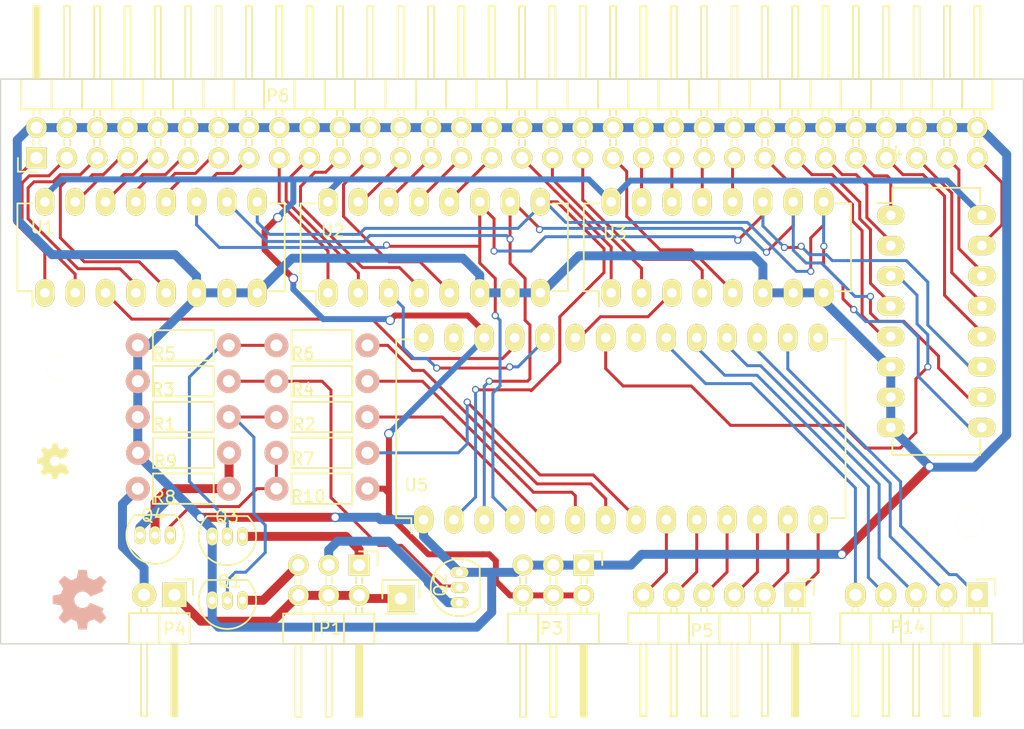
<source format=kicad_pcb>
(kicad_pcb (version 4) (host pcbnew 4.0.4-stable)

  (general
    (links 144)
    (no_connects 0)
    (area 116.849999 38.474999 202.550001 99.728575)
    (thickness 1.6)
    (drawings 74)
    (tracks 623)
    (zones 0)
    (modules 30)
    (nets 71)
  )

  (page A4)
  (layers
    (0 F.Cu signal)
    (31 B.Cu signal)
    (32 B.Adhes user)
    (33 F.Adhes user)
    (34 B.Paste user)
    (35 F.Paste user)
    (36 B.SilkS user)
    (37 F.SilkS user)
    (38 B.Mask user)
    (39 F.Mask user)
    (40 Dwgs.User user)
    (41 Cmts.User user)
    (42 Eco1.User user)
    (43 Eco2.User user)
    (44 Edge.Cuts user)
    (45 Margin user)
    (46 B.CrtYd user)
    (47 F.CrtYd user)
    (48 B.Fab user)
    (49 F.Fab user)
  )

  (setup
    (last_trace_width 0.25)
    (trace_clearance 0.2032)
    (zone_clearance 0.508)
    (zone_45_only no)
    (trace_min 0.21)
    (segment_width 0.2)
    (edge_width 0.1)
    (via_size 0.6)
    (via_drill 0.4)
    (via_min_size 0.4)
    (via_min_drill 0.3)
    (uvia_size 0.6)
    (uvia_drill 0.4)
    (uvias_allowed no)
    (uvia_min_size 0.2)
    (uvia_min_drill 0.1)
    (pcb_text_width 0.3)
    (pcb_text_size 1.5 1.5)
    (mod_edge_width 0.15)
    (mod_text_size 1 1)
    (mod_text_width 0.15)
    (pad_size 1.5 1.5)
    (pad_drill 0.6)
    (pad_to_mask_clearance 0)
    (aux_axis_origin 0 0)
    (visible_elements 7FFFFFFF)
    (pcbplotparams
      (layerselection 0x00030_80000001)
      (usegerberextensions false)
      (excludeedgelayer true)
      (linewidth 0.100000)
      (plotframeref false)
      (viasonmask false)
      (mode 1)
      (useauxorigin false)
      (hpglpennumber 1)
      (hpglpenspeed 20)
      (hpglpendiameter 15)
      (hpglpenoverlay 2)
      (psnegative false)
      (psa4output false)
      (plotreference true)
      (plotvalue true)
      (plotinvisibletext false)
      (padsonsilk false)
      (subtractmaskfromsilk false)
      (outputformat 1)
      (mirror false)
      (drillshape 1)
      (scaleselection 1)
      (outputdirectory "Z:/_private/GitHub - OpenSimButtonBox/Main Module/Images/Development/PCB/"))
  )

  (net 0 "")
  (net 1 "Net-(P1-Pad1)")
  (net 2 +5V)
  (net 3 "Net-(P1-Pad3)")
  (net 4 "Net-(P1-Pad5)")
  (net 5 +3V3)
  (net 6 GND)
  (net 7 "Net-(P4-Pad2)")
  (net 8 "Net-(P5-Pad1)")
  (net 9 "Net-(P5-Pad2)")
  (net 10 "Net-(P5-Pad3)")
  (net 11 "Net-(P5-Pad4)")
  (net 12 "Net-(P5-Pad5)")
  (net 13 "Net-(P5-Pad6)")
  (net 14 "Net-(P6-Pad1)")
  (net 15 "Net-(P6-Pad3)")
  (net 16 "Net-(P6-Pad5)")
  (net 17 "Net-(P6-Pad7)")
  (net 18 "Net-(P6-Pad9)")
  (net 19 "Net-(P6-Pad11)")
  (net 20 "Net-(P6-Pad13)")
  (net 21 "Net-(P6-Pad15)")
  (net 22 "Net-(P6-Pad17)")
  (net 23 "Net-(P6-Pad19)")
  (net 24 "Net-(P6-Pad21)")
  (net 25 "Net-(P6-Pad23)")
  (net 26 "Net-(P6-Pad25)")
  (net 27 "Net-(P6-Pad27)")
  (net 28 "Net-(P6-Pad29)")
  (net 29 "Net-(P6-Pad31)")
  (net 30 "Net-(P6-Pad33)")
  (net 31 "Net-(P6-Pad35)")
  (net 32 "Net-(P6-Pad37)")
  (net 33 "Net-(P6-Pad39)")
  (net 34 "Net-(P6-Pad41)")
  (net 35 "Net-(P6-Pad43)")
  (net 36 "Net-(P6-Pad45)")
  (net 37 "Net-(P6-Pad47)")
  (net 38 "Net-(P6-Pad49)")
  (net 39 "Net-(P6-Pad51)")
  (net 40 "Net-(P6-Pad53)")
  (net 41 "Net-(P6-Pad55)")
  (net 42 "Net-(P6-Pad57)")
  (net 43 "Net-(P6-Pad59)")
  (net 44 "Net-(P6-Pad61)")
  (net 45 "Net-(P6-Pad63)")
  (net 46 "Net-(P14-Pad1)")
  (net 47 "Net-(P14-Pad2)")
  (net 48 "Net-(P14-Pad3)")
  (net 49 "Net-(P14-Pad4)")
  (net 50 "Net-(P14-Pad5)")
  (net 51 "Net-(Q1-Pad2)")
  (net 52 "Net-(Q2-Pad2)")
  (net 53 "Net-(Q3-Pad2)")
  (net 54 "Net-(R2-Pad1)")
  (net 55 "Net-(R4-Pad1)")
  (net 56 "Net-(R6-Pad1)")
  (net 57 "Net-(U1-Pad3)")
  (net 58 "Net-(U1-Pad9)")
  (net 59 "Net-(U1-Pad10)")
  (net 60 "Net-(U1-Pad11)")
  (net 61 "Net-(U2-Pad3)")
  (net 62 "Net-(U3-Pad3)")
  (net 63 "Net-(U4-Pad3)")
  (net 64 "Net-(U5-Pad15)")
  (net 65 /reserved_for_4051)
  (net 66 "Net-(U5-Pad27)")
  (net 67 "Net-(U5-Pad28)")
  (net 68 "Net-(R7-Pad1)")
  (net 69 "Net-(Q4-Pad2)")
  (net 70 "Net-(Q4-Pad1)")

  (net_class Default "This is the default net class."
    (clearance 0.2032)
    (trace_width 0.25)
    (via_dia 0.6)
    (via_drill 0.4)
    (uvia_dia 0.6)
    (uvia_drill 0.4)
    (add_net /reserved_for_4051)
    (add_net "Net-(P14-Pad1)")
    (add_net "Net-(P14-Pad2)")
    (add_net "Net-(P14-Pad3)")
    (add_net "Net-(P14-Pad4)")
    (add_net "Net-(P14-Pad5)")
    (add_net "Net-(P5-Pad1)")
    (add_net "Net-(P5-Pad2)")
    (add_net "Net-(P5-Pad3)")
    (add_net "Net-(P5-Pad4)")
    (add_net "Net-(P5-Pad5)")
    (add_net "Net-(P5-Pad6)")
    (add_net "Net-(P6-Pad1)")
    (add_net "Net-(P6-Pad11)")
    (add_net "Net-(P6-Pad13)")
    (add_net "Net-(P6-Pad15)")
    (add_net "Net-(P6-Pad17)")
    (add_net "Net-(P6-Pad19)")
    (add_net "Net-(P6-Pad21)")
    (add_net "Net-(P6-Pad23)")
    (add_net "Net-(P6-Pad25)")
    (add_net "Net-(P6-Pad27)")
    (add_net "Net-(P6-Pad29)")
    (add_net "Net-(P6-Pad3)")
    (add_net "Net-(P6-Pad31)")
    (add_net "Net-(P6-Pad33)")
    (add_net "Net-(P6-Pad35)")
    (add_net "Net-(P6-Pad37)")
    (add_net "Net-(P6-Pad39)")
    (add_net "Net-(P6-Pad41)")
    (add_net "Net-(P6-Pad43)")
    (add_net "Net-(P6-Pad45)")
    (add_net "Net-(P6-Pad47)")
    (add_net "Net-(P6-Pad49)")
    (add_net "Net-(P6-Pad5)")
    (add_net "Net-(P6-Pad51)")
    (add_net "Net-(P6-Pad53)")
    (add_net "Net-(P6-Pad55)")
    (add_net "Net-(P6-Pad57)")
    (add_net "Net-(P6-Pad59)")
    (add_net "Net-(P6-Pad61)")
    (add_net "Net-(P6-Pad63)")
    (add_net "Net-(P6-Pad7)")
    (add_net "Net-(P6-Pad9)")
    (add_net "Net-(Q1-Pad2)")
    (add_net "Net-(Q2-Pad2)")
    (add_net "Net-(Q3-Pad2)")
    (add_net "Net-(Q4-Pad1)")
    (add_net "Net-(R2-Pad1)")
    (add_net "Net-(R4-Pad1)")
    (add_net "Net-(R6-Pad1)")
    (add_net "Net-(R7-Pad1)")
    (add_net "Net-(U1-Pad10)")
    (add_net "Net-(U1-Pad11)")
    (add_net "Net-(U1-Pad3)")
    (add_net "Net-(U1-Pad9)")
    (add_net "Net-(U2-Pad3)")
    (add_net "Net-(U3-Pad3)")
    (add_net "Net-(U4-Pad3)")
    (add_net "Net-(U5-Pad15)")
    (add_net "Net-(U5-Pad27)")
    (add_net "Net-(U5-Pad28)")
  )

  (net_class 3.3V ""
    (clearance 0.3)
    (trace_width 0.5)
    (via_dia 0.8)
    (via_drill 0.6)
    (uvia_dia 0.8)
    (uvia_drill 0.6)
    (add_net +3V3)
  )

  (net_class 5V ""
    (clearance 0.3)
    (trace_width 0.75)
    (via_dia 0.8)
    (via_drill 0.6)
    (uvia_dia 0.8)
    (uvia_drill 0.6)
    (add_net +5V)
    (add_net "Net-(P4-Pad2)")
    (add_net "Net-(Q4-Pad2)")
  )

  (net_class GND ""
    (clearance 0.3)
    (trace_width 0.75)
    (via_dia 0.8)
    (via_drill 0.6)
    (uvia_dia 0.8)
    (uvia_drill 0.6)
    (add_net GND)
    (add_net "Net-(P1-Pad1)")
    (add_net "Net-(P1-Pad3)")
    (add_net "Net-(P1-Pad5)")
  )

  (module Housings_DIP:DIP-16_W7.62mm_LongPads (layer F.Cu) (tedit 5817AFFA) (tstamp 58177442)
    (at 144.3 63.3 90)
    (descr "16-lead dip package, row spacing 7.62 mm (300 mils), longer pads")
    (tags "dil dip 2.54 300")
    (path /57F0E4CD)
    (fp_text reference U2 (at 5.2 0.4 180) (layer F.SilkS)
      (effects (font (size 1 1) (thickness 0.15)))
    )
    (fp_text value 74HC4051 (at 3.8 3.3 180) (layer F.Fab)
      (effects (font (size 1 1) (thickness 0.15)))
    )
    (fp_line (start -1.4 -2.45) (end -1.4 20.25) (layer F.CrtYd) (width 0.05))
    (fp_line (start 9 -2.45) (end 9 20.25) (layer F.CrtYd) (width 0.05))
    (fp_line (start -1.4 -2.45) (end 9 -2.45) (layer F.CrtYd) (width 0.05))
    (fp_line (start -1.4 20.25) (end 9 20.25) (layer F.CrtYd) (width 0.05))
    (fp_line (start 0.135 -2.295) (end 0.135 -1.025) (layer F.SilkS) (width 0.15))
    (fp_line (start 7.485 -2.295) (end 7.485 -1.025) (layer F.SilkS) (width 0.15))
    (fp_line (start 7.485 20.075) (end 7.485 18.805) (layer F.SilkS) (width 0.15))
    (fp_line (start 0.135 20.075) (end 0.135 18.805) (layer F.SilkS) (width 0.15))
    (fp_line (start 0.135 -2.295) (end 7.485 -2.295) (layer F.SilkS) (width 0.15))
    (fp_line (start 0.135 20.075) (end 7.485 20.075) (layer F.SilkS) (width 0.15))
    (fp_line (start 0.135 -1.025) (end -1.15 -1.025) (layer F.SilkS) (width 0.15))
    (pad 1 thru_hole oval (at 0 0 90) (size 2.3 1.6) (drill 0.8) (layers *.Cu *.Mask F.SilkS)
      (net 22 "Net-(P6-Pad17)"))
    (pad 2 thru_hole oval (at 0 2.54 90) (size 2.3 1.6) (drill 0.8) (layers *.Cu *.Mask F.SilkS)
      (net 23 "Net-(P6-Pad19)"))
    (pad 3 thru_hole oval (at 0 5.08 90) (size 2.3 1.6) (drill 0.8) (layers *.Cu *.Mask F.SilkS)
      (net 61 "Net-(U2-Pad3)"))
    (pad 4 thru_hole oval (at 0 7.62 90) (size 2.3 1.6) (drill 0.8) (layers *.Cu *.Mask F.SilkS)
      (net 24 "Net-(P6-Pad21)"))
    (pad 5 thru_hole oval (at 0 10.16 90) (size 2.3 1.6) (drill 0.8) (layers *.Cu *.Mask F.SilkS)
      (net 25 "Net-(P6-Pad23)"))
    (pad 6 thru_hole oval (at 0 12.7 90) (size 2.3 1.6) (drill 0.8) (layers *.Cu *.Mask F.SilkS)
      (net 6 GND))
    (pad 7 thru_hole oval (at 0 15.24 90) (size 2.3 1.6) (drill 0.8) (layers *.Cu *.Mask F.SilkS)
      (net 6 GND))
    (pad 8 thru_hole oval (at 0 17.78 90) (size 2.3 1.6) (drill 0.8) (layers *.Cu *.Mask F.SilkS)
      (net 6 GND))
    (pad 9 thru_hole oval (at 7.62 17.78 90) (size 2.3 1.6) (drill 0.8) (layers *.Cu *.Mask F.SilkS)
      (net 58 "Net-(U1-Pad9)"))
    (pad 10 thru_hole oval (at 7.62 15.24 90) (size 2.3 1.6) (drill 0.8) (layers *.Cu *.Mask F.SilkS)
      (net 59 "Net-(U1-Pad10)"))
    (pad 11 thru_hole oval (at 7.62 12.7 90) (size 2.3 1.6) (drill 0.8) (layers *.Cu *.Mask F.SilkS)
      (net 60 "Net-(U1-Pad11)"))
    (pad 12 thru_hole oval (at 7.62 10.16 90) (size 2.3 1.6) (drill 0.8) (layers *.Cu *.Mask F.SilkS)
      (net 29 "Net-(P6-Pad31)"))
    (pad 13 thru_hole oval (at 7.62 7.62 90) (size 2.3 1.6) (drill 0.8) (layers *.Cu *.Mask F.SilkS)
      (net 28 "Net-(P6-Pad29)"))
    (pad 14 thru_hole oval (at 7.62 5.08 90) (size 2.3 1.6) (drill 0.8) (layers *.Cu *.Mask F.SilkS)
      (net 27 "Net-(P6-Pad27)"))
    (pad 15 thru_hole oval (at 7.62 2.54 90) (size 2.3 1.6) (drill 0.8) (layers *.Cu *.Mask F.SilkS)
      (net 26 "Net-(P6-Pad25)"))
    (pad 16 thru_hole oval (at 7.62 0 90) (size 2.3 1.6) (drill 0.8) (layers *.Cu *.Mask F.SilkS)
      (net 5 +3V3))
    (model Housings_DIP.3dshapes/DIP-16_W7.62mm_LongPads.wrl
      (at (xyz 0 0 0))
      (scale (xyz 1 1 1))
      (rotate (xyz 0 0 0))
    )
  )

  (module Pin_Headers:Pin_Header_Angled_2x03 (layer F.Cu) (tedit 581886AE) (tstamp 581770DA)
    (at 146.9 86.1 270)
    (descr "Through hole pin header")
    (tags "pin header")
    (path /581250E2)
    (fp_text reference P1 (at 5.3 2.4 360) (layer F.SilkS)
      (effects (font (size 1 1) (thickness 0.15)))
    )
    (fp_text value "AUX 0-5V" (at 2.35 7.4 270) (layer F.Fab)
      (effects (font (size 1 1) (thickness 0.15)))
    )
    (fp_line (start -1.35 -1.75) (end -1.35 6.85) (layer F.CrtYd) (width 0.05))
    (fp_line (start 13.2 -1.75) (end 13.2 6.85) (layer F.CrtYd) (width 0.05))
    (fp_line (start -1.35 -1.75) (end 13.2 -1.75) (layer F.CrtYd) (width 0.05))
    (fp_line (start -1.35 6.85) (end 13.2 6.85) (layer F.CrtYd) (width 0.05))
    (fp_line (start 1.524 5.334) (end 1.016 5.334) (layer F.SilkS) (width 0.15))
    (fp_line (start 1.524 4.826) (end 1.016 4.826) (layer F.SilkS) (width 0.15))
    (fp_line (start 1.524 2.794) (end 1.016 2.794) (layer F.SilkS) (width 0.15))
    (fp_line (start 1.524 2.286) (end 1.016 2.286) (layer F.SilkS) (width 0.15))
    (fp_line (start 1.524 0.254) (end 1.016 0.254) (layer F.SilkS) (width 0.15))
    (fp_line (start 1.524 -0.254) (end 1.016 -0.254) (layer F.SilkS) (width 0.15))
    (fp_line (start 4.064 2.286) (end 3.556 2.286) (layer F.SilkS) (width 0.15))
    (fp_line (start 4.064 2.794) (end 3.556 2.794) (layer F.SilkS) (width 0.15))
    (fp_line (start 4.064 4.826) (end 3.556 4.826) (layer F.SilkS) (width 0.15))
    (fp_line (start 4.064 5.334) (end 3.556 5.334) (layer F.SilkS) (width 0.15))
    (fp_line (start 4.064 -0.254) (end 3.556 -0.254) (layer F.SilkS) (width 0.15))
    (fp_line (start 4.064 0.254) (end 3.556 0.254) (layer F.SilkS) (width 0.15))
    (fp_line (start 0 -1.55) (end -1.15 -1.55) (layer F.SilkS) (width 0.15))
    (fp_line (start -1.15 -1.55) (end -1.15 0) (layer F.SilkS) (width 0.15))
    (fp_line (start 6.604 -0.127) (end 12.573 -0.127) (layer F.SilkS) (width 0.15))
    (fp_line (start 12.573 -0.127) (end 12.573 0.127) (layer F.SilkS) (width 0.15))
    (fp_line (start 12.573 0.127) (end 6.731 0.127) (layer F.SilkS) (width 0.15))
    (fp_line (start 6.731 0.127) (end 6.731 0) (layer F.SilkS) (width 0.15))
    (fp_line (start 6.731 0) (end 12.573 0) (layer F.SilkS) (width 0.15))
    (fp_line (start 4.064 1.27) (end 4.064 3.81) (layer F.SilkS) (width 0.15))
    (fp_line (start 4.064 3.81) (end 6.604 3.81) (layer F.SilkS) (width 0.15))
    (fp_line (start 6.604 2.286) (end 12.7 2.286) (layer F.SilkS) (width 0.15))
    (fp_line (start 12.7 2.286) (end 12.7 2.794) (layer F.SilkS) (width 0.15))
    (fp_line (start 12.7 2.794) (end 6.604 2.794) (layer F.SilkS) (width 0.15))
    (fp_line (start 6.604 3.81) (end 6.604 1.27) (layer F.SilkS) (width 0.15))
    (fp_line (start 4.064 6.35) (end 6.604 6.35) (layer F.SilkS) (width 0.15))
    (fp_line (start 6.604 6.35) (end 6.604 3.81) (layer F.SilkS) (width 0.15))
    (fp_line (start 12.7 5.334) (end 6.604 5.334) (layer F.SilkS) (width 0.15))
    (fp_line (start 12.7 4.826) (end 12.7 5.334) (layer F.SilkS) (width 0.15))
    (fp_line (start 6.604 4.826) (end 12.7 4.826) (layer F.SilkS) (width 0.15))
    (fp_line (start 4.064 6.35) (end 6.604 6.35) (layer F.SilkS) (width 0.15))
    (fp_line (start 4.064 3.81) (end 4.064 6.35) (layer F.SilkS) (width 0.15))
    (fp_line (start 4.064 3.81) (end 6.604 3.81) (layer F.SilkS) (width 0.15))
    (fp_line (start 4.064 1.27) (end 6.604 1.27) (layer F.SilkS) (width 0.15))
    (fp_line (start 6.604 1.27) (end 6.604 -1.27) (layer F.SilkS) (width 0.15))
    (fp_line (start 12.7 0.254) (end 6.604 0.254) (layer F.SilkS) (width 0.15))
    (fp_line (start 12.7 -0.254) (end 12.7 0.254) (layer F.SilkS) (width 0.15))
    (fp_line (start 6.604 -0.254) (end 12.7 -0.254) (layer F.SilkS) (width 0.15))
    (fp_line (start 4.064 1.27) (end 6.604 1.27) (layer F.SilkS) (width 0.15))
    (fp_line (start 4.064 -1.27) (end 4.064 1.27) (layer F.SilkS) (width 0.15))
    (fp_line (start 4.064 -1.27) (end 6.604 -1.27) (layer F.SilkS) (width 0.15))
    (pad 1 thru_hole rect (at 0 0 270) (size 1.7272 1.7272) (drill 1.016) (layers *.Cu *.Mask F.SilkS)
      (net 1 "Net-(P1-Pad1)"))
    (pad 2 thru_hole oval (at 2.54 0 270) (size 1.7272 1.7272) (drill 1.016) (layers *.Cu *.Mask F.SilkS)
      (net 2 +5V))
    (pad 3 thru_hole oval (at 0 2.54 270) (size 1.7272 1.7272) (drill 1.016) (layers *.Cu *.Mask F.SilkS)
      (net 3 "Net-(P1-Pad3)"))
    (pad 4 thru_hole oval (at 2.54 2.54 270) (size 1.7272 1.7272) (drill 1.016) (layers *.Cu *.Mask F.SilkS)
      (net 2 +5V))
    (pad 5 thru_hole oval (at 0 5.08 270) (size 1.7272 1.7272) (drill 1.016) (layers *.Cu *.Mask F.SilkS)
      (net 4 "Net-(P1-Pad5)"))
    (pad 6 thru_hole oval (at 2.54 5.08 270) (size 1.7272 1.7272) (drill 1.016) (layers *.Cu *.Mask F.SilkS)
      (net 2 +5V))
    (model Pin_Headers.3dshapes/Pin_Header_Angled_2x03.wrl
      (at (xyz 0.05 -0.1 0))
      (scale (xyz 1 1 1))
      (rotate (xyz 0 0 90))
    )
  )

  (module Pin_Headers:Pin_Header_Straight_1x01 (layer F.Cu) (tedit 581891BB) (tstamp 581770E7)
    (at 150.4 88.9)
    (descr "Through hole pin header")
    (tags "pin header")
    (path /58126797)
    (fp_text reference P2 (at -0.25 -2.3) (layer F.SilkS) hide
      (effects (font (size 1 1) (thickness 0.15)))
    )
    (fp_text value VUSB (at 0.1 2.5) (layer F.Fab)
      (effects (font (size 1 1) (thickness 0.15)))
    )
    (fp_line (start 1.55 -1.55) (end 1.55 0) (layer F.SilkS) (width 0.15))
    (fp_line (start -1.75 -1.75) (end -1.75 1.75) (layer F.CrtYd) (width 0.05))
    (fp_line (start 1.75 -1.75) (end 1.75 1.75) (layer F.CrtYd) (width 0.05))
    (fp_line (start -1.75 -1.75) (end 1.75 -1.75) (layer F.CrtYd) (width 0.05))
    (fp_line (start -1.75 1.75) (end 1.75 1.75) (layer F.CrtYd) (width 0.05))
    (fp_line (start -1.55 0) (end -1.55 -1.55) (layer F.SilkS) (width 0.15))
    (fp_line (start -1.55 -1.55) (end 1.55 -1.55) (layer F.SilkS) (width 0.15))
    (fp_line (start -1.27 1.27) (end 1.27 1.27) (layer F.SilkS) (width 0.15))
    (pad 1 thru_hole rect (at 0 0) (size 2.2352 2.2352) (drill 1.016) (layers *.Cu *.Mask F.SilkS)
      (net 2 +5V))
    (model Pin_Headers.3dshapes/Pin_Header_Straight_1x01.wrl
      (at (xyz 0 0 0))
      (scale (xyz 1 1 1))
      (rotate (xyz 0 0 90))
    )
  )

  (module Pin_Headers:Pin_Header_Angled_2x03 (layer F.Cu) (tedit 58189004) (tstamp 5817711E)
    (at 165.7 86.1 270)
    (descr "Through hole pin header")
    (tags "pin header")
    (path /581294B1)
    (fp_text reference P3 (at 5.3 2.7 360) (layer F.SilkS)
      (effects (font (size 1 1) (thickness 0.15)))
    )
    (fp_text value +3.3V (at 3.4 7.1 270) (layer F.Fab)
      (effects (font (size 1 1) (thickness 0.15)))
    )
    (fp_line (start -1.35 -1.75) (end -1.35 6.85) (layer F.CrtYd) (width 0.05))
    (fp_line (start 13.2 -1.75) (end 13.2 6.85) (layer F.CrtYd) (width 0.05))
    (fp_line (start -1.35 -1.75) (end 13.2 -1.75) (layer F.CrtYd) (width 0.05))
    (fp_line (start -1.35 6.85) (end 13.2 6.85) (layer F.CrtYd) (width 0.05))
    (fp_line (start 1.524 5.334) (end 1.016 5.334) (layer F.SilkS) (width 0.15))
    (fp_line (start 1.524 4.826) (end 1.016 4.826) (layer F.SilkS) (width 0.15))
    (fp_line (start 1.524 2.794) (end 1.016 2.794) (layer F.SilkS) (width 0.15))
    (fp_line (start 1.524 2.286) (end 1.016 2.286) (layer F.SilkS) (width 0.15))
    (fp_line (start 1.524 0.254) (end 1.016 0.254) (layer F.SilkS) (width 0.15))
    (fp_line (start 1.524 -0.254) (end 1.016 -0.254) (layer F.SilkS) (width 0.15))
    (fp_line (start 4.064 2.286) (end 3.556 2.286) (layer F.SilkS) (width 0.15))
    (fp_line (start 4.064 2.794) (end 3.556 2.794) (layer F.SilkS) (width 0.15))
    (fp_line (start 4.064 4.826) (end 3.556 4.826) (layer F.SilkS) (width 0.15))
    (fp_line (start 4.064 5.334) (end 3.556 5.334) (layer F.SilkS) (width 0.15))
    (fp_line (start 4.064 -0.254) (end 3.556 -0.254) (layer F.SilkS) (width 0.15))
    (fp_line (start 4.064 0.254) (end 3.556 0.254) (layer F.SilkS) (width 0.15))
    (fp_line (start 0 -1.55) (end -1.15 -1.55) (layer F.SilkS) (width 0.15))
    (fp_line (start -1.15 -1.55) (end -1.15 0) (layer F.SilkS) (width 0.15))
    (fp_line (start 6.604 -0.127) (end 12.573 -0.127) (layer F.SilkS) (width 0.15))
    (fp_line (start 12.573 -0.127) (end 12.573 0.127) (layer F.SilkS) (width 0.15))
    (fp_line (start 12.573 0.127) (end 6.731 0.127) (layer F.SilkS) (width 0.15))
    (fp_line (start 6.731 0.127) (end 6.731 0) (layer F.SilkS) (width 0.15))
    (fp_line (start 6.731 0) (end 12.573 0) (layer F.SilkS) (width 0.15))
    (fp_line (start 4.064 1.27) (end 4.064 3.81) (layer F.SilkS) (width 0.15))
    (fp_line (start 4.064 3.81) (end 6.604 3.81) (layer F.SilkS) (width 0.15))
    (fp_line (start 6.604 2.286) (end 12.7 2.286) (layer F.SilkS) (width 0.15))
    (fp_line (start 12.7 2.286) (end 12.7 2.794) (layer F.SilkS) (width 0.15))
    (fp_line (start 12.7 2.794) (end 6.604 2.794) (layer F.SilkS) (width 0.15))
    (fp_line (start 6.604 3.81) (end 6.604 1.27) (layer F.SilkS) (width 0.15))
    (fp_line (start 4.064 6.35) (end 6.604 6.35) (layer F.SilkS) (width 0.15))
    (fp_line (start 6.604 6.35) (end 6.604 3.81) (layer F.SilkS) (width 0.15))
    (fp_line (start 12.7 5.334) (end 6.604 5.334) (layer F.SilkS) (width 0.15))
    (fp_line (start 12.7 4.826) (end 12.7 5.334) (layer F.SilkS) (width 0.15))
    (fp_line (start 6.604 4.826) (end 12.7 4.826) (layer F.SilkS) (width 0.15))
    (fp_line (start 4.064 6.35) (end 6.604 6.35) (layer F.SilkS) (width 0.15))
    (fp_line (start 4.064 3.81) (end 4.064 6.35) (layer F.SilkS) (width 0.15))
    (fp_line (start 4.064 3.81) (end 6.604 3.81) (layer F.SilkS) (width 0.15))
    (fp_line (start 4.064 1.27) (end 6.604 1.27) (layer F.SilkS) (width 0.15))
    (fp_line (start 6.604 1.27) (end 6.604 -1.27) (layer F.SilkS) (width 0.15))
    (fp_line (start 12.7 0.254) (end 6.604 0.254) (layer F.SilkS) (width 0.15))
    (fp_line (start 12.7 -0.254) (end 12.7 0.254) (layer F.SilkS) (width 0.15))
    (fp_line (start 6.604 -0.254) (end 12.7 -0.254) (layer F.SilkS) (width 0.15))
    (fp_line (start 4.064 1.27) (end 6.604 1.27) (layer F.SilkS) (width 0.15))
    (fp_line (start 4.064 -1.27) (end 4.064 1.27) (layer F.SilkS) (width 0.15))
    (fp_line (start 4.064 -1.27) (end 6.604 -1.27) (layer F.SilkS) (width 0.15))
    (pad 1 thru_hole rect (at 0 0 270) (size 1.7272 1.7272) (drill 1.016) (layers *.Cu *.Mask F.SilkS)
      (net 6 GND))
    (pad 2 thru_hole oval (at 2.54 0 270) (size 1.7272 1.7272) (drill 1.016) (layers *.Cu *.Mask F.SilkS)
      (net 5 +3V3))
    (pad 3 thru_hole oval (at 0 2.54 270) (size 1.7272 1.7272) (drill 1.016) (layers *.Cu *.Mask F.SilkS)
      (net 6 GND))
    (pad 4 thru_hole oval (at 2.54 2.54 270) (size 1.7272 1.7272) (drill 1.016) (layers *.Cu *.Mask F.SilkS)
      (net 5 +3V3))
    (pad 5 thru_hole oval (at 0 5.08 270) (size 1.7272 1.7272) (drill 1.016) (layers *.Cu *.Mask F.SilkS)
      (net 6 GND))
    (pad 6 thru_hole oval (at 2.54 5.08 270) (size 1.7272 1.7272) (drill 1.016) (layers *.Cu *.Mask F.SilkS)
      (net 5 +3V3))
    (model Pin_Headers.3dshapes/Pin_Header_Angled_2x03.wrl
      (at (xyz 0.05 -0.1 0))
      (scale (xyz 1 1 1))
      (rotate (xyz 0 0 90))
    )
  )

  (module Pin_Headers:Pin_Header_Angled_1x06 (layer F.Cu) (tedit 58187AE7) (tstamp 58177196)
    (at 183.4 88.6 270)
    (descr "Through hole pin header")
    (tags "pin header")
    (path /57F1AF96)
    (fp_text reference P5 (at 3 7.8 360) (layer F.SilkS)
      (effects (font (size 1 1) (thickness 0.15)))
    )
    (fp_text value Encoders (at 0.7 15.1 270) (layer F.Fab)
      (effects (font (size 1 1) (thickness 0.15)))
    )
    (fp_line (start -1.5 -1.75) (end -1.5 14.45) (layer F.CrtYd) (width 0.05))
    (fp_line (start 10.65 -1.75) (end 10.65 14.45) (layer F.CrtYd) (width 0.05))
    (fp_line (start -1.5 -1.75) (end 10.65 -1.75) (layer F.CrtYd) (width 0.05))
    (fp_line (start -1.5 14.45) (end 10.65 14.45) (layer F.CrtYd) (width 0.05))
    (fp_line (start -1.3 -1.55) (end -1.3 0) (layer F.SilkS) (width 0.15))
    (fp_line (start 0 -1.55) (end -1.3 -1.55) (layer F.SilkS) (width 0.15))
    (fp_line (start 4.191 -0.127) (end 10.033 -0.127) (layer F.SilkS) (width 0.15))
    (fp_line (start 10.033 -0.127) (end 10.033 0.127) (layer F.SilkS) (width 0.15))
    (fp_line (start 10.033 0.127) (end 4.191 0.127) (layer F.SilkS) (width 0.15))
    (fp_line (start 4.191 0.127) (end 4.191 0) (layer F.SilkS) (width 0.15))
    (fp_line (start 4.191 0) (end 10.033 0) (layer F.SilkS) (width 0.15))
    (fp_line (start 1.524 -0.254) (end 1.143 -0.254) (layer F.SilkS) (width 0.15))
    (fp_line (start 1.524 0.254) (end 1.143 0.254) (layer F.SilkS) (width 0.15))
    (fp_line (start 1.524 2.286) (end 1.143 2.286) (layer F.SilkS) (width 0.15))
    (fp_line (start 1.524 2.794) (end 1.143 2.794) (layer F.SilkS) (width 0.15))
    (fp_line (start 1.524 4.826) (end 1.143 4.826) (layer F.SilkS) (width 0.15))
    (fp_line (start 1.524 5.334) (end 1.143 5.334) (layer F.SilkS) (width 0.15))
    (fp_line (start 1.524 12.954) (end 1.143 12.954) (layer F.SilkS) (width 0.15))
    (fp_line (start 1.524 12.446) (end 1.143 12.446) (layer F.SilkS) (width 0.15))
    (fp_line (start 1.524 10.414) (end 1.143 10.414) (layer F.SilkS) (width 0.15))
    (fp_line (start 1.524 9.906) (end 1.143 9.906) (layer F.SilkS) (width 0.15))
    (fp_line (start 1.524 7.874) (end 1.143 7.874) (layer F.SilkS) (width 0.15))
    (fp_line (start 1.524 7.366) (end 1.143 7.366) (layer F.SilkS) (width 0.15))
    (fp_line (start 1.524 -1.27) (end 4.064 -1.27) (layer F.SilkS) (width 0.15))
    (fp_line (start 1.524 1.27) (end 4.064 1.27) (layer F.SilkS) (width 0.15))
    (fp_line (start 1.524 1.27) (end 1.524 3.81) (layer F.SilkS) (width 0.15))
    (fp_line (start 1.524 3.81) (end 4.064 3.81) (layer F.SilkS) (width 0.15))
    (fp_line (start 4.064 2.286) (end 10.16 2.286) (layer F.SilkS) (width 0.15))
    (fp_line (start 10.16 2.286) (end 10.16 2.794) (layer F.SilkS) (width 0.15))
    (fp_line (start 10.16 2.794) (end 4.064 2.794) (layer F.SilkS) (width 0.15))
    (fp_line (start 4.064 3.81) (end 4.064 1.27) (layer F.SilkS) (width 0.15))
    (fp_line (start 4.064 1.27) (end 4.064 -1.27) (layer F.SilkS) (width 0.15))
    (fp_line (start 10.16 0.254) (end 4.064 0.254) (layer F.SilkS) (width 0.15))
    (fp_line (start 10.16 -0.254) (end 10.16 0.254) (layer F.SilkS) (width 0.15))
    (fp_line (start 4.064 -0.254) (end 10.16 -0.254) (layer F.SilkS) (width 0.15))
    (fp_line (start 1.524 1.27) (end 4.064 1.27) (layer F.SilkS) (width 0.15))
    (fp_line (start 1.524 -1.27) (end 1.524 1.27) (layer F.SilkS) (width 0.15))
    (fp_line (start 1.524 8.89) (end 4.064 8.89) (layer F.SilkS) (width 0.15))
    (fp_line (start 1.524 8.89) (end 1.524 11.43) (layer F.SilkS) (width 0.15))
    (fp_line (start 1.524 11.43) (end 4.064 11.43) (layer F.SilkS) (width 0.15))
    (fp_line (start 4.064 9.906) (end 10.16 9.906) (layer F.SilkS) (width 0.15))
    (fp_line (start 10.16 9.906) (end 10.16 10.414) (layer F.SilkS) (width 0.15))
    (fp_line (start 10.16 10.414) (end 4.064 10.414) (layer F.SilkS) (width 0.15))
    (fp_line (start 4.064 11.43) (end 4.064 8.89) (layer F.SilkS) (width 0.15))
    (fp_line (start 4.064 13.97) (end 4.064 11.43) (layer F.SilkS) (width 0.15))
    (fp_line (start 10.16 12.954) (end 4.064 12.954) (layer F.SilkS) (width 0.15))
    (fp_line (start 10.16 12.446) (end 10.16 12.954) (layer F.SilkS) (width 0.15))
    (fp_line (start 4.064 12.446) (end 10.16 12.446) (layer F.SilkS) (width 0.15))
    (fp_line (start 1.524 13.97) (end 4.064 13.97) (layer F.SilkS) (width 0.15))
    (fp_line (start 1.524 11.43) (end 1.524 13.97) (layer F.SilkS) (width 0.15))
    (fp_line (start 1.524 11.43) (end 4.064 11.43) (layer F.SilkS) (width 0.15))
    (fp_line (start 1.524 6.35) (end 4.064 6.35) (layer F.SilkS) (width 0.15))
    (fp_line (start 1.524 6.35) (end 1.524 8.89) (layer F.SilkS) (width 0.15))
    (fp_line (start 1.524 8.89) (end 4.064 8.89) (layer F.SilkS) (width 0.15))
    (fp_line (start 4.064 7.366) (end 10.16 7.366) (layer F.SilkS) (width 0.15))
    (fp_line (start 10.16 7.366) (end 10.16 7.874) (layer F.SilkS) (width 0.15))
    (fp_line (start 10.16 7.874) (end 4.064 7.874) (layer F.SilkS) (width 0.15))
    (fp_line (start 4.064 8.89) (end 4.064 6.35) (layer F.SilkS) (width 0.15))
    (fp_line (start 4.064 6.35) (end 4.064 3.81) (layer F.SilkS) (width 0.15))
    (fp_line (start 10.16 5.334) (end 4.064 5.334) (layer F.SilkS) (width 0.15))
    (fp_line (start 10.16 4.826) (end 10.16 5.334) (layer F.SilkS) (width 0.15))
    (fp_line (start 4.064 4.826) (end 10.16 4.826) (layer F.SilkS) (width 0.15))
    (fp_line (start 1.524 6.35) (end 4.064 6.35) (layer F.SilkS) (width 0.15))
    (fp_line (start 1.524 3.81) (end 1.524 6.35) (layer F.SilkS) (width 0.15))
    (fp_line (start 1.524 3.81) (end 4.064 3.81) (layer F.SilkS) (width 0.15))
    (pad 1 thru_hole rect (at 0 0 270) (size 2.032 1.7272) (drill 1.016) (layers *.Cu *.Mask F.SilkS)
      (net 8 "Net-(P5-Pad1)"))
    (pad 2 thru_hole oval (at 0 2.54 270) (size 2.032 1.7272) (drill 1.016) (layers *.Cu *.Mask F.SilkS)
      (net 9 "Net-(P5-Pad2)"))
    (pad 3 thru_hole oval (at 0 5.08 270) (size 2.032 1.7272) (drill 1.016) (layers *.Cu *.Mask F.SilkS)
      (net 10 "Net-(P5-Pad3)"))
    (pad 4 thru_hole oval (at 0 7.62 270) (size 2.032 1.7272) (drill 1.016) (layers *.Cu *.Mask F.SilkS)
      (net 11 "Net-(P5-Pad4)"))
    (pad 5 thru_hole oval (at 0 10.16 270) (size 2.032 1.7272) (drill 1.016) (layers *.Cu *.Mask F.SilkS)
      (net 12 "Net-(P5-Pad5)"))
    (pad 6 thru_hole oval (at 0 12.7 270) (size 2.032 1.7272) (drill 1.016) (layers *.Cu *.Mask F.SilkS)
      (net 13 "Net-(P5-Pad6)"))
    (model Pin_Headers.3dshapes/Pin_Header_Angled_1x06.wrl
      (at (xyz 0 -0.25 0))
      (scale (xyz 1 1 1))
      (rotate (xyz 0 0 90))
    )
  )

  (module Pin_Headers:Pin_Header_Angled_2x32 (layer F.Cu) (tedit 58177D75) (tstamp 58177345)
    (at 119.9 52 90)
    (descr "Through hole pin header")
    (tags "pin header")
    (path /5813B5E9)
    (fp_text reference P6 (at 5.2 20.2 180) (layer F.SilkS)
      (effects (font (size 1 1) (thickness 0.15)))
    )
    (fp_text value "BTN 1-32" (at 5.2 11.7 180) (layer F.Fab)
      (effects (font (size 1 1) (thickness 0.15)))
    )
    (fp_line (start -1.35 -1.75) (end -1.35 80.5) (layer F.CrtYd) (width 0.05))
    (fp_line (start 13.2 -1.75) (end 13.2 80.5) (layer F.CrtYd) (width 0.05))
    (fp_line (start -1.35 -1.75) (end 13.2 -1.75) (layer F.CrtYd) (width 0.05))
    (fp_line (start -1.35 80.5) (end 13.2 80.5) (layer F.CrtYd) (width 0.05))
    (fp_line (start 1.524 -0.254) (end 1.016 -0.254) (layer F.SilkS) (width 0.15))
    (fp_line (start 1.524 0.254) (end 1.016 0.254) (layer F.SilkS) (width 0.15))
    (fp_line (start 1.524 2.286) (end 1.016 2.286) (layer F.SilkS) (width 0.15))
    (fp_line (start 1.524 2.794) (end 1.016 2.794) (layer F.SilkS) (width 0.15))
    (fp_line (start 1.524 7.874) (end 1.016 7.874) (layer F.SilkS) (width 0.15))
    (fp_line (start 1.524 7.366) (end 1.016 7.366) (layer F.SilkS) (width 0.15))
    (fp_line (start 1.524 5.334) (end 1.016 5.334) (layer F.SilkS) (width 0.15))
    (fp_line (start 1.524 4.826) (end 1.016 4.826) (layer F.SilkS) (width 0.15))
    (fp_line (start 1.524 25.146) (end 1.016 25.146) (layer F.SilkS) (width 0.15))
    (fp_line (start 1.524 25.654) (end 1.016 25.654) (layer F.SilkS) (width 0.15))
    (fp_line (start 1.524 27.686) (end 1.016 27.686) (layer F.SilkS) (width 0.15))
    (fp_line (start 1.524 28.194) (end 1.016 28.194) (layer F.SilkS) (width 0.15))
    (fp_line (start 1.524 23.114) (end 1.016 23.114) (layer F.SilkS) (width 0.15))
    (fp_line (start 1.524 22.606) (end 1.016 22.606) (layer F.SilkS) (width 0.15))
    (fp_line (start 1.524 20.574) (end 1.016 20.574) (layer F.SilkS) (width 0.15))
    (fp_line (start 1.524 20.066) (end 1.016 20.066) (layer F.SilkS) (width 0.15))
    (fp_line (start 1.524 9.906) (end 1.016 9.906) (layer F.SilkS) (width 0.15))
    (fp_line (start 1.524 10.414) (end 1.016 10.414) (layer F.SilkS) (width 0.15))
    (fp_line (start 1.524 12.446) (end 1.016 12.446) (layer F.SilkS) (width 0.15))
    (fp_line (start 1.524 12.954) (end 1.016 12.954) (layer F.SilkS) (width 0.15))
    (fp_line (start 1.524 18.034) (end 1.016 18.034) (layer F.SilkS) (width 0.15))
    (fp_line (start 1.524 17.526) (end 1.016 17.526) (layer F.SilkS) (width 0.15))
    (fp_line (start 1.524 15.494) (end 1.016 15.494) (layer F.SilkS) (width 0.15))
    (fp_line (start 1.524 14.986) (end 1.016 14.986) (layer F.SilkS) (width 0.15))
    (fp_line (start 1.524 55.626) (end 1.016 55.626) (layer F.SilkS) (width 0.15))
    (fp_line (start 1.524 56.134) (end 1.016 56.134) (layer F.SilkS) (width 0.15))
    (fp_line (start 1.524 58.166) (end 1.016 58.166) (layer F.SilkS) (width 0.15))
    (fp_line (start 1.524 58.674) (end 1.016 58.674) (layer F.SilkS) (width 0.15))
    (fp_line (start 1.524 53.594) (end 1.016 53.594) (layer F.SilkS) (width 0.15))
    (fp_line (start 1.524 53.086) (end 1.016 53.086) (layer F.SilkS) (width 0.15))
    (fp_line (start 1.524 51.054) (end 1.016 51.054) (layer F.SilkS) (width 0.15))
    (fp_line (start 1.524 50.546) (end 1.016 50.546) (layer F.SilkS) (width 0.15))
    (fp_line (start 1.524 60.706) (end 1.016 60.706) (layer F.SilkS) (width 0.15))
    (fp_line (start 1.524 61.214) (end 1.016 61.214) (layer F.SilkS) (width 0.15))
    (fp_line (start 1.524 63.246) (end 1.016 63.246) (layer F.SilkS) (width 0.15))
    (fp_line (start 1.524 63.754) (end 1.016 63.754) (layer F.SilkS) (width 0.15))
    (fp_line (start 1.524 68.834) (end 1.016 68.834) (layer F.SilkS) (width 0.15))
    (fp_line (start 1.524 68.326) (end 1.016 68.326) (layer F.SilkS) (width 0.15))
    (fp_line (start 1.524 66.294) (end 1.016 66.294) (layer F.SilkS) (width 0.15))
    (fp_line (start 1.524 65.786) (end 1.016 65.786) (layer F.SilkS) (width 0.15))
    (fp_line (start 1.524 45.466) (end 1.016 45.466) (layer F.SilkS) (width 0.15))
    (fp_line (start 1.524 45.974) (end 1.016 45.974) (layer F.SilkS) (width 0.15))
    (fp_line (start 1.524 48.006) (end 1.016 48.006) (layer F.SilkS) (width 0.15))
    (fp_line (start 1.524 48.514) (end 1.016 48.514) (layer F.SilkS) (width 0.15))
    (fp_line (start 1.524 43.434) (end 1.016 43.434) (layer F.SilkS) (width 0.15))
    (fp_line (start 1.524 42.926) (end 1.016 42.926) (layer F.SilkS) (width 0.15))
    (fp_line (start 1.524 40.894) (end 1.016 40.894) (layer F.SilkS) (width 0.15))
    (fp_line (start 1.524 40.386) (end 1.016 40.386) (layer F.SilkS) (width 0.15))
    (fp_line (start 1.524 30.226) (end 1.016 30.226) (layer F.SilkS) (width 0.15))
    (fp_line (start 1.524 30.734) (end 1.016 30.734) (layer F.SilkS) (width 0.15))
    (fp_line (start 1.524 32.766) (end 1.016 32.766) (layer F.SilkS) (width 0.15))
    (fp_line (start 1.524 33.274) (end 1.016 33.274) (layer F.SilkS) (width 0.15))
    (fp_line (start 1.524 38.354) (end 1.016 38.354) (layer F.SilkS) (width 0.15))
    (fp_line (start 1.524 37.846) (end 1.016 37.846) (layer F.SilkS) (width 0.15))
    (fp_line (start 1.524 35.814) (end 1.016 35.814) (layer F.SilkS) (width 0.15))
    (fp_line (start 1.524 35.306) (end 1.016 35.306) (layer F.SilkS) (width 0.15))
    (fp_line (start 1.524 70.866) (end 1.016 70.866) (layer F.SilkS) (width 0.15))
    (fp_line (start 1.524 71.374) (end 1.016 71.374) (layer F.SilkS) (width 0.15))
    (fp_line (start 1.524 73.406) (end 1.016 73.406) (layer F.SilkS) (width 0.15))
    (fp_line (start 1.524 73.914) (end 1.016 73.914) (layer F.SilkS) (width 0.15))
    (fp_line (start 1.524 78.994) (end 1.016 78.994) (layer F.SilkS) (width 0.15))
    (fp_line (start 1.524 78.486) (end 1.016 78.486) (layer F.SilkS) (width 0.15))
    (fp_line (start 1.524 76.454) (end 1.016 76.454) (layer F.SilkS) (width 0.15))
    (fp_line (start 1.524 75.946) (end 1.016 75.946) (layer F.SilkS) (width 0.15))
    (fp_line (start 4.064 45.466) (end 3.556 45.466) (layer F.SilkS) (width 0.15))
    (fp_line (start 4.064 45.974) (end 3.556 45.974) (layer F.SilkS) (width 0.15))
    (fp_line (start 4.064 48.006) (end 3.556 48.006) (layer F.SilkS) (width 0.15))
    (fp_line (start 4.064 48.514) (end 3.556 48.514) (layer F.SilkS) (width 0.15))
    (fp_line (start 4.064 43.434) (end 3.556 43.434) (layer F.SilkS) (width 0.15))
    (fp_line (start 4.064 42.926) (end 3.556 42.926) (layer F.SilkS) (width 0.15))
    (fp_line (start 4.064 40.894) (end 3.556 40.894) (layer F.SilkS) (width 0.15))
    (fp_line (start 4.064 40.386) (end 3.556 40.386) (layer F.SilkS) (width 0.15))
    (fp_line (start 4.064 50.546) (end 3.556 50.546) (layer F.SilkS) (width 0.15))
    (fp_line (start 4.064 51.054) (end 3.556 51.054) (layer F.SilkS) (width 0.15))
    (fp_line (start 4.064 53.086) (end 3.556 53.086) (layer F.SilkS) (width 0.15))
    (fp_line (start 4.064 53.594) (end 3.556 53.594) (layer F.SilkS) (width 0.15))
    (fp_line (start 4.064 58.674) (end 3.556 58.674) (layer F.SilkS) (width 0.15))
    (fp_line (start 4.064 58.166) (end 3.556 58.166) (layer F.SilkS) (width 0.15))
    (fp_line (start 4.064 56.134) (end 3.556 56.134) (layer F.SilkS) (width 0.15))
    (fp_line (start 4.064 55.626) (end 3.556 55.626) (layer F.SilkS) (width 0.15))
    (fp_line (start 4.064 75.946) (end 3.556 75.946) (layer F.SilkS) (width 0.15))
    (fp_line (start 4.064 76.454) (end 3.556 76.454) (layer F.SilkS) (width 0.15))
    (fp_line (start 4.064 78.486) (end 3.556 78.486) (layer F.SilkS) (width 0.15))
    (fp_line (start 4.064 78.994) (end 3.556 78.994) (layer F.SilkS) (width 0.15))
    (fp_line (start 4.064 73.914) (end 3.556 73.914) (layer F.SilkS) (width 0.15))
    (fp_line (start 4.064 73.406) (end 3.556 73.406) (layer F.SilkS) (width 0.15))
    (fp_line (start 4.064 71.374) (end 3.556 71.374) (layer F.SilkS) (width 0.15))
    (fp_line (start 4.064 70.866) (end 3.556 70.866) (layer F.SilkS) (width 0.15))
    (fp_line (start 4.064 60.706) (end 3.556 60.706) (layer F.SilkS) (width 0.15))
    (fp_line (start 4.064 61.214) (end 3.556 61.214) (layer F.SilkS) (width 0.15))
    (fp_line (start 4.064 63.246) (end 3.556 63.246) (layer F.SilkS) (width 0.15))
    (fp_line (start 4.064 63.754) (end 3.556 63.754) (layer F.SilkS) (width 0.15))
    (fp_line (start 4.064 68.834) (end 3.556 68.834) (layer F.SilkS) (width 0.15))
    (fp_line (start 4.064 68.326) (end 3.556 68.326) (layer F.SilkS) (width 0.15))
    (fp_line (start 4.064 66.294) (end 3.556 66.294) (layer F.SilkS) (width 0.15))
    (fp_line (start 4.064 65.786) (end 3.556 65.786) (layer F.SilkS) (width 0.15))
    (fp_line (start 4.064 25.146) (end 3.556 25.146) (layer F.SilkS) (width 0.15))
    (fp_line (start 4.064 25.654) (end 3.556 25.654) (layer F.SilkS) (width 0.15))
    (fp_line (start 4.064 27.686) (end 3.556 27.686) (layer F.SilkS) (width 0.15))
    (fp_line (start 4.064 28.194) (end 3.556 28.194) (layer F.SilkS) (width 0.15))
    (fp_line (start 4.064 23.114) (end 3.556 23.114) (layer F.SilkS) (width 0.15))
    (fp_line (start 4.064 22.606) (end 3.556 22.606) (layer F.SilkS) (width 0.15))
    (fp_line (start 4.064 20.574) (end 3.556 20.574) (layer F.SilkS) (width 0.15))
    (fp_line (start 4.064 20.066) (end 3.556 20.066) (layer F.SilkS) (width 0.15))
    (fp_line (start 4.064 30.226) (end 3.556 30.226) (layer F.SilkS) (width 0.15))
    (fp_line (start 4.064 30.734) (end 3.556 30.734) (layer F.SilkS) (width 0.15))
    (fp_line (start 4.064 32.766) (end 3.556 32.766) (layer F.SilkS) (width 0.15))
    (fp_line (start 4.064 33.274) (end 3.556 33.274) (layer F.SilkS) (width 0.15))
    (fp_line (start 4.064 38.354) (end 3.556 38.354) (layer F.SilkS) (width 0.15))
    (fp_line (start 4.064 37.846) (end 3.556 37.846) (layer F.SilkS) (width 0.15))
    (fp_line (start 4.064 35.814) (end 3.556 35.814) (layer F.SilkS) (width 0.15))
    (fp_line (start 4.064 35.306) (end 3.556 35.306) (layer F.SilkS) (width 0.15))
    (fp_line (start 4.064 14.986) (end 3.556 14.986) (layer F.SilkS) (width 0.15))
    (fp_line (start 4.064 15.494) (end 3.556 15.494) (layer F.SilkS) (width 0.15))
    (fp_line (start 4.064 17.526) (end 3.556 17.526) (layer F.SilkS) (width 0.15))
    (fp_line (start 4.064 18.034) (end 3.556 18.034) (layer F.SilkS) (width 0.15))
    (fp_line (start 4.064 12.954) (end 3.556 12.954) (layer F.SilkS) (width 0.15))
    (fp_line (start 4.064 12.446) (end 3.556 12.446) (layer F.SilkS) (width 0.15))
    (fp_line (start 4.064 10.414) (end 3.556 10.414) (layer F.SilkS) (width 0.15))
    (fp_line (start 4.064 9.906) (end 3.556 9.906) (layer F.SilkS) (width 0.15))
    (fp_line (start 4.064 -0.254) (end 3.556 -0.254) (layer F.SilkS) (width 0.15))
    (fp_line (start 4.064 0.254) (end 3.556 0.254) (layer F.SilkS) (width 0.15))
    (fp_line (start 4.064 2.286) (end 3.556 2.286) (layer F.SilkS) (width 0.15))
    (fp_line (start 4.064 2.794) (end 3.556 2.794) (layer F.SilkS) (width 0.15))
    (fp_line (start 4.064 7.874) (end 3.556 7.874) (layer F.SilkS) (width 0.15))
    (fp_line (start 4.064 7.366) (end 3.556 7.366) (layer F.SilkS) (width 0.15))
    (fp_line (start 4.064 5.334) (end 3.556 5.334) (layer F.SilkS) (width 0.15))
    (fp_line (start 4.064 4.826) (end 3.556 4.826) (layer F.SilkS) (width 0.15))
    (fp_line (start 0 -1.55) (end -1.15 -1.55) (layer F.SilkS) (width 0.15))
    (fp_line (start -1.15 -1.55) (end -1.15 0) (layer F.SilkS) (width 0.15))
    (fp_line (start 6.604 -0.127) (end 12.573 -0.127) (layer F.SilkS) (width 0.15))
    (fp_line (start 12.573 -0.127) (end 12.573 0.127) (layer F.SilkS) (width 0.15))
    (fp_line (start 12.573 0.127) (end 6.731 0.127) (layer F.SilkS) (width 0.15))
    (fp_line (start 6.731 0.127) (end 6.731 0) (layer F.SilkS) (width 0.15))
    (fp_line (start 6.731 0) (end 12.573 0) (layer F.SilkS) (width 0.15))
    (fp_line (start 4.064 39.37) (end 6.604 39.37) (layer F.SilkS) (width 0.15))
    (fp_line (start 4.064 39.37) (end 4.064 41.91) (layer F.SilkS) (width 0.15))
    (fp_line (start 4.064 41.91) (end 6.604 41.91) (layer F.SilkS) (width 0.15))
    (fp_line (start 6.604 40.386) (end 12.7 40.386) (layer F.SilkS) (width 0.15))
    (fp_line (start 12.7 40.386) (end 12.7 40.894) (layer F.SilkS) (width 0.15))
    (fp_line (start 12.7 40.894) (end 6.604 40.894) (layer F.SilkS) (width 0.15))
    (fp_line (start 6.604 41.91) (end 6.604 39.37) (layer F.SilkS) (width 0.15))
    (fp_line (start 6.604 44.45) (end 6.604 41.91) (layer F.SilkS) (width 0.15))
    (fp_line (start 12.7 43.434) (end 6.604 43.434) (layer F.SilkS) (width 0.15))
    (fp_line (start 12.7 42.926) (end 12.7 43.434) (layer F.SilkS) (width 0.15))
    (fp_line (start 6.604 42.926) (end 12.7 42.926) (layer F.SilkS) (width 0.15))
    (fp_line (start 4.064 44.45) (end 6.604 44.45) (layer F.SilkS) (width 0.15))
    (fp_line (start 4.064 41.91) (end 4.064 44.45) (layer F.SilkS) (width 0.15))
    (fp_line (start 4.064 41.91) (end 6.604 41.91) (layer F.SilkS) (width 0.15))
    (fp_line (start 4.064 46.99) (end 6.604 46.99) (layer F.SilkS) (width 0.15))
    (fp_line (start 4.064 46.99) (end 4.064 49.53) (layer F.SilkS) (width 0.15))
    (fp_line (start 4.064 49.53) (end 6.604 49.53) (layer F.SilkS) (width 0.15))
    (fp_line (start 6.604 48.006) (end 12.7 48.006) (layer F.SilkS) (width 0.15))
    (fp_line (start 12.7 48.006) (end 12.7 48.514) (layer F.SilkS) (width 0.15))
    (fp_line (start 12.7 48.514) (end 6.604 48.514) (layer F.SilkS) (width 0.15))
    (fp_line (start 6.604 49.53) (end 6.604 46.99) (layer F.SilkS) (width 0.15))
    (fp_line (start 6.604 46.99) (end 6.604 44.45) (layer F.SilkS) (width 0.15))
    (fp_line (start 12.7 45.974) (end 6.604 45.974) (layer F.SilkS) (width 0.15))
    (fp_line (start 12.7 45.466) (end 12.7 45.974) (layer F.SilkS) (width 0.15))
    (fp_line (start 6.604 45.466) (end 12.7 45.466) (layer F.SilkS) (width 0.15))
    (fp_line (start 4.064 46.99) (end 6.604 46.99) (layer F.SilkS) (width 0.15))
    (fp_line (start 4.064 44.45) (end 4.064 46.99) (layer F.SilkS) (width 0.15))
    (fp_line (start 4.064 44.45) (end 6.604 44.45) (layer F.SilkS) (width 0.15))
    (fp_line (start 4.064 54.61) (end 6.604 54.61) (layer F.SilkS) (width 0.15))
    (fp_line (start 4.064 54.61) (end 4.064 57.15) (layer F.SilkS) (width 0.15))
    (fp_line (start 4.064 57.15) (end 6.604 57.15) (layer F.SilkS) (width 0.15))
    (fp_line (start 6.604 55.626) (end 12.7 55.626) (layer F.SilkS) (width 0.15))
    (fp_line (start 12.7 55.626) (end 12.7 56.134) (layer F.SilkS) (width 0.15))
    (fp_line (start 12.7 56.134) (end 6.604 56.134) (layer F.SilkS) (width 0.15))
    (fp_line (start 6.604 57.15) (end 6.604 54.61) (layer F.SilkS) (width 0.15))
    (fp_line (start 6.604 59.69) (end 6.604 57.15) (layer F.SilkS) (width 0.15))
    (fp_line (start 12.7 58.674) (end 6.604 58.674) (layer F.SilkS) (width 0.15))
    (fp_line (start 12.7 58.166) (end 12.7 58.674) (layer F.SilkS) (width 0.15))
    (fp_line (start 6.604 58.166) (end 12.7 58.166) (layer F.SilkS) (width 0.15))
    (fp_line (start 4.064 59.69) (end 6.604 59.69) (layer F.SilkS) (width 0.15))
    (fp_line (start 4.064 57.15) (end 4.064 59.69) (layer F.SilkS) (width 0.15))
    (fp_line (start 4.064 57.15) (end 6.604 57.15) (layer F.SilkS) (width 0.15))
    (fp_line (start 4.064 52.07) (end 6.604 52.07) (layer F.SilkS) (width 0.15))
    (fp_line (start 4.064 52.07) (end 4.064 54.61) (layer F.SilkS) (width 0.15))
    (fp_line (start 4.064 54.61) (end 6.604 54.61) (layer F.SilkS) (width 0.15))
    (fp_line (start 6.604 53.086) (end 12.7 53.086) (layer F.SilkS) (width 0.15))
    (fp_line (start 12.7 53.086) (end 12.7 53.594) (layer F.SilkS) (width 0.15))
    (fp_line (start 12.7 53.594) (end 6.604 53.594) (layer F.SilkS) (width 0.15))
    (fp_line (start 6.604 54.61) (end 6.604 52.07) (layer F.SilkS) (width 0.15))
    (fp_line (start 6.604 52.07) (end 6.604 49.53) (layer F.SilkS) (width 0.15))
    (fp_line (start 12.7 51.054) (end 6.604 51.054) (layer F.SilkS) (width 0.15))
    (fp_line (start 12.7 50.546) (end 12.7 51.054) (layer F.SilkS) (width 0.15))
    (fp_line (start 6.604 50.546) (end 12.7 50.546) (layer F.SilkS) (width 0.15))
    (fp_line (start 4.064 52.07) (end 6.604 52.07) (layer F.SilkS) (width 0.15))
    (fp_line (start 4.064 49.53) (end 4.064 52.07) (layer F.SilkS) (width 0.15))
    (fp_line (start 4.064 49.53) (end 6.604 49.53) (layer F.SilkS) (width 0.15))
    (fp_line (start 4.064 69.85) (end 6.604 69.85) (layer F.SilkS) (width 0.15))
    (fp_line (start 4.064 69.85) (end 4.064 72.39) (layer F.SilkS) (width 0.15))
    (fp_line (start 4.064 72.39) (end 6.604 72.39) (layer F.SilkS) (width 0.15))
    (fp_line (start 6.604 70.866) (end 12.7 70.866) (layer F.SilkS) (width 0.15))
    (fp_line (start 12.7 70.866) (end 12.7 71.374) (layer F.SilkS) (width 0.15))
    (fp_line (start 12.7 71.374) (end 6.604 71.374) (layer F.SilkS) (width 0.15))
    (fp_line (start 6.604 72.39) (end 6.604 69.85) (layer F.SilkS) (width 0.15))
    (fp_line (start 6.604 74.93) (end 6.604 72.39) (layer F.SilkS) (width 0.15))
    (fp_line (start 12.7 73.914) (end 6.604 73.914) (layer F.SilkS) (width 0.15))
    (fp_line (start 12.7 73.406) (end 12.7 73.914) (layer F.SilkS) (width 0.15))
    (fp_line (start 6.604 73.406) (end 12.7 73.406) (layer F.SilkS) (width 0.15))
    (fp_line (start 4.064 74.93) (end 6.604 74.93) (layer F.SilkS) (width 0.15))
    (fp_line (start 4.064 72.39) (end 4.064 74.93) (layer F.SilkS) (width 0.15))
    (fp_line (start 4.064 72.39) (end 6.604 72.39) (layer F.SilkS) (width 0.15))
    (fp_line (start 4.064 77.47) (end 6.604 77.47) (layer F.SilkS) (width 0.15))
    (fp_line (start 4.064 77.47) (end 4.064 80.01) (layer F.SilkS) (width 0.15))
    (fp_line (start 4.064 80.01) (end 6.604 80.01) (layer F.SilkS) (width 0.15))
    (fp_line (start 6.604 78.486) (end 12.7 78.486) (layer F.SilkS) (width 0.15))
    (fp_line (start 12.7 78.486) (end 12.7 78.994) (layer F.SilkS) (width 0.15))
    (fp_line (start 12.7 78.994) (end 6.604 78.994) (layer F.SilkS) (width 0.15))
    (fp_line (start 6.604 80.01) (end 6.604 77.47) (layer F.SilkS) (width 0.15))
    (fp_line (start 6.604 77.47) (end 6.604 74.93) (layer F.SilkS) (width 0.15))
    (fp_line (start 12.7 76.454) (end 6.604 76.454) (layer F.SilkS) (width 0.15))
    (fp_line (start 12.7 75.946) (end 12.7 76.454) (layer F.SilkS) (width 0.15))
    (fp_line (start 6.604 75.946) (end 12.7 75.946) (layer F.SilkS) (width 0.15))
    (fp_line (start 4.064 77.47) (end 6.604 77.47) (layer F.SilkS) (width 0.15))
    (fp_line (start 4.064 74.93) (end 4.064 77.47) (layer F.SilkS) (width 0.15))
    (fp_line (start 4.064 74.93) (end 6.604 74.93) (layer F.SilkS) (width 0.15))
    (fp_line (start 4.064 64.77) (end 6.604 64.77) (layer F.SilkS) (width 0.15))
    (fp_line (start 4.064 64.77) (end 4.064 67.31) (layer F.SilkS) (width 0.15))
    (fp_line (start 4.064 67.31) (end 6.604 67.31) (layer F.SilkS) (width 0.15))
    (fp_line (start 6.604 65.786) (end 12.7 65.786) (layer F.SilkS) (width 0.15))
    (fp_line (start 12.7 65.786) (end 12.7 66.294) (layer F.SilkS) (width 0.15))
    (fp_line (start 12.7 66.294) (end 6.604 66.294) (layer F.SilkS) (width 0.15))
    (fp_line (start 6.604 67.31) (end 6.604 64.77) (layer F.SilkS) (width 0.15))
    (fp_line (start 6.604 69.85) (end 6.604 67.31) (layer F.SilkS) (width 0.15))
    (fp_line (start 12.7 68.834) (end 6.604 68.834) (layer F.SilkS) (width 0.15))
    (fp_line (start 12.7 68.326) (end 12.7 68.834) (layer F.SilkS) (width 0.15))
    (fp_line (start 6.604 68.326) (end 12.7 68.326) (layer F.SilkS) (width 0.15))
    (fp_line (start 4.064 69.85) (end 6.604 69.85) (layer F.SilkS) (width 0.15))
    (fp_line (start 4.064 67.31) (end 4.064 69.85) (layer F.SilkS) (width 0.15))
    (fp_line (start 4.064 67.31) (end 6.604 67.31) (layer F.SilkS) (width 0.15))
    (fp_line (start 4.064 62.23) (end 6.604 62.23) (layer F.SilkS) (width 0.15))
    (fp_line (start 4.064 62.23) (end 4.064 64.77) (layer F.SilkS) (width 0.15))
    (fp_line (start 4.064 64.77) (end 6.604 64.77) (layer F.SilkS) (width 0.15))
    (fp_line (start 6.604 63.246) (end 12.7 63.246) (layer F.SilkS) (width 0.15))
    (fp_line (start 12.7 63.246) (end 12.7 63.754) (layer F.SilkS) (width 0.15))
    (fp_line (start 12.7 63.754) (end 6.604 63.754) (layer F.SilkS) (width 0.15))
    (fp_line (start 6.604 64.77) (end 6.604 62.23) (layer F.SilkS) (width 0.15))
    (fp_line (start 6.604 62.23) (end 6.604 59.69) (layer F.SilkS) (width 0.15))
    (fp_line (start 12.7 61.214) (end 6.604 61.214) (layer F.SilkS) (width 0.15))
    (fp_line (start 12.7 60.706) (end 12.7 61.214) (layer F.SilkS) (width 0.15))
    (fp_line (start 6.604 60.706) (end 12.7 60.706) (layer F.SilkS) (width 0.15))
    (fp_line (start 4.064 62.23) (end 6.604 62.23) (layer F.SilkS) (width 0.15))
    (fp_line (start 4.064 59.69) (end 4.064 62.23) (layer F.SilkS) (width 0.15))
    (fp_line (start 4.064 59.69) (end 6.604 59.69) (layer F.SilkS) (width 0.15))
    (fp_line (start 4.064 19.05) (end 6.604 19.05) (layer F.SilkS) (width 0.15))
    (fp_line (start 4.064 19.05) (end 4.064 21.59) (layer F.SilkS) (width 0.15))
    (fp_line (start 4.064 21.59) (end 6.604 21.59) (layer F.SilkS) (width 0.15))
    (fp_line (start 6.604 20.066) (end 12.7 20.066) (layer F.SilkS) (width 0.15))
    (fp_line (start 12.7 20.066) (end 12.7 20.574) (layer F.SilkS) (width 0.15))
    (fp_line (start 12.7 20.574) (end 6.604 20.574) (layer F.SilkS) (width 0.15))
    (fp_line (start 6.604 21.59) (end 6.604 19.05) (layer F.SilkS) (width 0.15))
    (fp_line (start 6.604 24.13) (end 6.604 21.59) (layer F.SilkS) (width 0.15))
    (fp_line (start 12.7 23.114) (end 6.604 23.114) (layer F.SilkS) (width 0.15))
    (fp_line (start 12.7 22.606) (end 12.7 23.114) (layer F.SilkS) (width 0.15))
    (fp_line (start 6.604 22.606) (end 12.7 22.606) (layer F.SilkS) (width 0.15))
    (fp_line (start 4.064 24.13) (end 6.604 24.13) (layer F.SilkS) (width 0.15))
    (fp_line (start 4.064 21.59) (end 4.064 24.13) (layer F.SilkS) (width 0.15))
    (fp_line (start 4.064 21.59) (end 6.604 21.59) (layer F.SilkS) (width 0.15))
    (fp_line (start 4.064 26.67) (end 6.604 26.67) (layer F.SilkS) (width 0.15))
    (fp_line (start 4.064 26.67) (end 4.064 29.21) (layer F.SilkS) (width 0.15))
    (fp_line (start 4.064 29.21) (end 6.604 29.21) (layer F.SilkS) (width 0.15))
    (fp_line (start 6.604 27.686) (end 12.7 27.686) (layer F.SilkS) (width 0.15))
    (fp_line (start 12.7 27.686) (end 12.7 28.194) (layer F.SilkS) (width 0.15))
    (fp_line (start 12.7 28.194) (end 6.604 28.194) (layer F.SilkS) (width 0.15))
    (fp_line (start 6.604 29.21) (end 6.604 26.67) (layer F.SilkS) (width 0.15))
    (fp_line (start 6.604 26.67) (end 6.604 24.13) (layer F.SilkS) (width 0.15))
    (fp_line (start 12.7 25.654) (end 6.604 25.654) (layer F.SilkS) (width 0.15))
    (fp_line (start 12.7 25.146) (end 12.7 25.654) (layer F.SilkS) (width 0.15))
    (fp_line (start 6.604 25.146) (end 12.7 25.146) (layer F.SilkS) (width 0.15))
    (fp_line (start 4.064 26.67) (end 6.604 26.67) (layer F.SilkS) (width 0.15))
    (fp_line (start 4.064 24.13) (end 4.064 26.67) (layer F.SilkS) (width 0.15))
    (fp_line (start 4.064 24.13) (end 6.604 24.13) (layer F.SilkS) (width 0.15))
    (fp_line (start 4.064 34.29) (end 6.604 34.29) (layer F.SilkS) (width 0.15))
    (fp_line (start 4.064 34.29) (end 4.064 36.83) (layer F.SilkS) (width 0.15))
    (fp_line (start 4.064 36.83) (end 6.604 36.83) (layer F.SilkS) (width 0.15))
    (fp_line (start 6.604 35.306) (end 12.7 35.306) (layer F.SilkS) (width 0.15))
    (fp_line (start 12.7 35.306) (end 12.7 35.814) (layer F.SilkS) (width 0.15))
    (fp_line (start 12.7 35.814) (end 6.604 35.814) (layer F.SilkS) (width 0.15))
    (fp_line (start 6.604 36.83) (end 6.604 34.29) (layer F.SilkS) (width 0.15))
    (fp_line (start 6.604 39.37) (end 6.604 36.83) (layer F.SilkS) (width 0.15))
    (fp_line (start 12.7 38.354) (end 6.604 38.354) (layer F.SilkS) (width 0.15))
    (fp_line (start 12.7 37.846) (end 12.7 38.354) (layer F.SilkS) (width 0.15))
    (fp_line (start 6.604 37.846) (end 12.7 37.846) (layer F.SilkS) (width 0.15))
    (fp_line (start 4.064 39.37) (end 6.604 39.37) (layer F.SilkS) (width 0.15))
    (fp_line (start 4.064 36.83) (end 4.064 39.37) (layer F.SilkS) (width 0.15))
    (fp_line (start 4.064 36.83) (end 6.604 36.83) (layer F.SilkS) (width 0.15))
    (fp_line (start 4.064 31.75) (end 6.604 31.75) (layer F.SilkS) (width 0.15))
    (fp_line (start 4.064 31.75) (end 4.064 34.29) (layer F.SilkS) (width 0.15))
    (fp_line (start 4.064 34.29) (end 6.604 34.29) (layer F.SilkS) (width 0.15))
    (fp_line (start 6.604 32.766) (end 12.7 32.766) (layer F.SilkS) (width 0.15))
    (fp_line (start 12.7 32.766) (end 12.7 33.274) (layer F.SilkS) (width 0.15))
    (fp_line (start 12.7 33.274) (end 6.604 33.274) (layer F.SilkS) (width 0.15))
    (fp_line (start 6.604 34.29) (end 6.604 31.75) (layer F.SilkS) (width 0.15))
    (fp_line (start 6.604 31.75) (end 6.604 29.21) (layer F.SilkS) (width 0.15))
    (fp_line (start 12.7 30.734) (end 6.604 30.734) (layer F.SilkS) (width 0.15))
    (fp_line (start 12.7 30.226) (end 12.7 30.734) (layer F.SilkS) (width 0.15))
    (fp_line (start 6.604 30.226) (end 12.7 30.226) (layer F.SilkS) (width 0.15))
    (fp_line (start 4.064 31.75) (end 6.604 31.75) (layer F.SilkS) (width 0.15))
    (fp_line (start 4.064 29.21) (end 4.064 31.75) (layer F.SilkS) (width 0.15))
    (fp_line (start 4.064 29.21) (end 6.604 29.21) (layer F.SilkS) (width 0.15))
    (fp_line (start 4.064 8.89) (end 6.604 8.89) (layer F.SilkS) (width 0.15))
    (fp_line (start 4.064 8.89) (end 4.064 11.43) (layer F.SilkS) (width 0.15))
    (fp_line (start 4.064 11.43) (end 6.604 11.43) (layer F.SilkS) (width 0.15))
    (fp_line (start 6.604 9.906) (end 12.7 9.906) (layer F.SilkS) (width 0.15))
    (fp_line (start 12.7 9.906) (end 12.7 10.414) (layer F.SilkS) (width 0.15))
    (fp_line (start 12.7 10.414) (end 6.604 10.414) (layer F.SilkS) (width 0.15))
    (fp_line (start 6.604 11.43) (end 6.604 8.89) (layer F.SilkS) (width 0.15))
    (fp_line (start 6.604 13.97) (end 6.604 11.43) (layer F.SilkS) (width 0.15))
    (fp_line (start 12.7 12.954) (end 6.604 12.954) (layer F.SilkS) (width 0.15))
    (fp_line (start 12.7 12.446) (end 12.7 12.954) (layer F.SilkS) (width 0.15))
    (fp_line (start 6.604 12.446) (end 12.7 12.446) (layer F.SilkS) (width 0.15))
    (fp_line (start 4.064 13.97) (end 6.604 13.97) (layer F.SilkS) (width 0.15))
    (fp_line (start 4.064 11.43) (end 4.064 13.97) (layer F.SilkS) (width 0.15))
    (fp_line (start 4.064 11.43) (end 6.604 11.43) (layer F.SilkS) (width 0.15))
    (fp_line (start 4.064 16.51) (end 6.604 16.51) (layer F.SilkS) (width 0.15))
    (fp_line (start 4.064 16.51) (end 4.064 19.05) (layer F.SilkS) (width 0.15))
    (fp_line (start 4.064 19.05) (end 6.604 19.05) (layer F.SilkS) (width 0.15))
    (fp_line (start 6.604 17.526) (end 12.7 17.526) (layer F.SilkS) (width 0.15))
    (fp_line (start 12.7 17.526) (end 12.7 18.034) (layer F.SilkS) (width 0.15))
    (fp_line (start 12.7 18.034) (end 6.604 18.034) (layer F.SilkS) (width 0.15))
    (fp_line (start 6.604 19.05) (end 6.604 16.51) (layer F.SilkS) (width 0.15))
    (fp_line (start 6.604 16.51) (end 6.604 13.97) (layer F.SilkS) (width 0.15))
    (fp_line (start 12.7 15.494) (end 6.604 15.494) (layer F.SilkS) (width 0.15))
    (fp_line (start 12.7 14.986) (end 12.7 15.494) (layer F.SilkS) (width 0.15))
    (fp_line (start 6.604 14.986) (end 12.7 14.986) (layer F.SilkS) (width 0.15))
    (fp_line (start 4.064 16.51) (end 6.604 16.51) (layer F.SilkS) (width 0.15))
    (fp_line (start 4.064 13.97) (end 4.064 16.51) (layer F.SilkS) (width 0.15))
    (fp_line (start 4.064 13.97) (end 6.604 13.97) (layer F.SilkS) (width 0.15))
    (fp_line (start 4.064 3.81) (end 6.604 3.81) (layer F.SilkS) (width 0.15))
    (fp_line (start 4.064 3.81) (end 4.064 6.35) (layer F.SilkS) (width 0.15))
    (fp_line (start 4.064 6.35) (end 6.604 6.35) (layer F.SilkS) (width 0.15))
    (fp_line (start 6.604 4.826) (end 12.7 4.826) (layer F.SilkS) (width 0.15))
    (fp_line (start 12.7 4.826) (end 12.7 5.334) (layer F.SilkS) (width 0.15))
    (fp_line (start 12.7 5.334) (end 6.604 5.334) (layer F.SilkS) (width 0.15))
    (fp_line (start 6.604 6.35) (end 6.604 3.81) (layer F.SilkS) (width 0.15))
    (fp_line (start 6.604 8.89) (end 6.604 6.35) (layer F.SilkS) (width 0.15))
    (fp_line (start 12.7 7.874) (end 6.604 7.874) (layer F.SilkS) (width 0.15))
    (fp_line (start 12.7 7.366) (end 12.7 7.874) (layer F.SilkS) (width 0.15))
    (fp_line (start 6.604 7.366) (end 12.7 7.366) (layer F.SilkS) (width 0.15))
    (fp_line (start 4.064 8.89) (end 6.604 8.89) (layer F.SilkS) (width 0.15))
    (fp_line (start 4.064 6.35) (end 4.064 8.89) (layer F.SilkS) (width 0.15))
    (fp_line (start 4.064 6.35) (end 6.604 6.35) (layer F.SilkS) (width 0.15))
    (fp_line (start 4.064 1.27) (end 6.604 1.27) (layer F.SilkS) (width 0.15))
    (fp_line (start 4.064 1.27) (end 4.064 3.81) (layer F.SilkS) (width 0.15))
    (fp_line (start 4.064 3.81) (end 6.604 3.81) (layer F.SilkS) (width 0.15))
    (fp_line (start 6.604 2.286) (end 12.7 2.286) (layer F.SilkS) (width 0.15))
    (fp_line (start 12.7 2.286) (end 12.7 2.794) (layer F.SilkS) (width 0.15))
    (fp_line (start 12.7 2.794) (end 6.604 2.794) (layer F.SilkS) (width 0.15))
    (fp_line (start 6.604 3.81) (end 6.604 1.27) (layer F.SilkS) (width 0.15))
    (fp_line (start 6.604 1.27) (end 6.604 -1.27) (layer F.SilkS) (width 0.15))
    (fp_line (start 12.7 0.254) (end 6.604 0.254) (layer F.SilkS) (width 0.15))
    (fp_line (start 12.7 -0.254) (end 12.7 0.254) (layer F.SilkS) (width 0.15))
    (fp_line (start 6.604 -0.254) (end 12.7 -0.254) (layer F.SilkS) (width 0.15))
    (fp_line (start 4.064 1.27) (end 6.604 1.27) (layer F.SilkS) (width 0.15))
    (fp_line (start 4.064 -1.27) (end 4.064 1.27) (layer F.SilkS) (width 0.15))
    (fp_line (start 4.064 -1.27) (end 6.604 -1.27) (layer F.SilkS) (width 0.15))
    (pad 1 thru_hole rect (at 0 0 90) (size 1.7272 1.7272) (drill 1.016) (layers *.Cu *.Mask F.SilkS)
      (net 14 "Net-(P6-Pad1)"))
    (pad 2 thru_hole oval (at 2.54 0 90) (size 1.7272 1.7272) (drill 1.016) (layers *.Cu *.Mask F.SilkS)
      (net 6 GND))
    (pad 3 thru_hole oval (at 0 2.54 90) (size 1.7272 1.7272) (drill 1.016) (layers *.Cu *.Mask F.SilkS)
      (net 15 "Net-(P6-Pad3)"))
    (pad 4 thru_hole oval (at 2.54 2.54 90) (size 1.7272 1.7272) (drill 1.016) (layers *.Cu *.Mask F.SilkS)
      (net 6 GND))
    (pad 5 thru_hole oval (at 0 5.08 90) (size 1.7272 1.7272) (drill 1.016) (layers *.Cu *.Mask F.SilkS)
      (net 16 "Net-(P6-Pad5)"))
    (pad 6 thru_hole oval (at 2.54 5.08 90) (size 1.7272 1.7272) (drill 1.016) (layers *.Cu *.Mask F.SilkS)
      (net 6 GND))
    (pad 7 thru_hole oval (at 0 7.62 90) (size 1.7272 1.7272) (drill 1.016) (layers *.Cu *.Mask F.SilkS)
      (net 17 "Net-(P6-Pad7)"))
    (pad 8 thru_hole oval (at 2.54 7.62 90) (size 1.7272 1.7272) (drill 1.016) (layers *.Cu *.Mask F.SilkS)
      (net 6 GND))
    (pad 9 thru_hole oval (at 0 10.16 90) (size 1.7272 1.7272) (drill 1.016) (layers *.Cu *.Mask F.SilkS)
      (net 18 "Net-(P6-Pad9)"))
    (pad 10 thru_hole oval (at 2.54 10.16 90) (size 1.7272 1.7272) (drill 1.016) (layers *.Cu *.Mask F.SilkS)
      (net 6 GND))
    (pad 11 thru_hole oval (at 0 12.7 90) (size 1.7272 1.7272) (drill 1.016) (layers *.Cu *.Mask F.SilkS)
      (net 19 "Net-(P6-Pad11)"))
    (pad 12 thru_hole oval (at 2.54 12.7 90) (size 1.7272 1.7272) (drill 1.016) (layers *.Cu *.Mask F.SilkS)
      (net 6 GND))
    (pad 13 thru_hole oval (at 0 15.24 90) (size 1.7272 1.7272) (drill 1.016) (layers *.Cu *.Mask F.SilkS)
      (net 20 "Net-(P6-Pad13)"))
    (pad 14 thru_hole oval (at 2.54 15.24 90) (size 1.7272 1.7272) (drill 1.016) (layers *.Cu *.Mask F.SilkS)
      (net 6 GND))
    (pad 15 thru_hole oval (at 0 17.78 90) (size 1.7272 1.7272) (drill 1.016) (layers *.Cu *.Mask F.SilkS)
      (net 21 "Net-(P6-Pad15)"))
    (pad 16 thru_hole oval (at 2.54 17.78 90) (size 1.7272 1.7272) (drill 1.016) (layers *.Cu *.Mask F.SilkS)
      (net 6 GND))
    (pad 17 thru_hole oval (at 0 20.32 90) (size 1.7272 1.7272) (drill 1.016) (layers *.Cu *.Mask F.SilkS)
      (net 22 "Net-(P6-Pad17)"))
    (pad 18 thru_hole oval (at 2.54 20.32 90) (size 1.7272 1.7272) (drill 1.016) (layers *.Cu *.Mask F.SilkS)
      (net 6 GND))
    (pad 19 thru_hole oval (at 0 22.86 90) (size 1.7272 1.7272) (drill 1.016) (layers *.Cu *.Mask F.SilkS)
      (net 23 "Net-(P6-Pad19)"))
    (pad 20 thru_hole oval (at 2.54 22.86 90) (size 1.7272 1.7272) (drill 1.016) (layers *.Cu *.Mask F.SilkS)
      (net 6 GND))
    (pad 21 thru_hole oval (at 0 25.4 90) (size 1.7272 1.7272) (drill 1.016) (layers *.Cu *.Mask F.SilkS)
      (net 24 "Net-(P6-Pad21)"))
    (pad 22 thru_hole oval (at 2.54 25.4 90) (size 1.7272 1.7272) (drill 1.016) (layers *.Cu *.Mask F.SilkS)
      (net 6 GND))
    (pad 23 thru_hole oval (at 0 27.94 90) (size 1.7272 1.7272) (drill 1.016) (layers *.Cu *.Mask F.SilkS)
      (net 25 "Net-(P6-Pad23)"))
    (pad 24 thru_hole oval (at 2.54 27.94 90) (size 1.7272 1.7272) (drill 1.016) (layers *.Cu *.Mask F.SilkS)
      (net 6 GND))
    (pad 25 thru_hole oval (at 0 30.48 90) (size 1.7272 1.7272) (drill 1.016) (layers *.Cu *.Mask F.SilkS)
      (net 26 "Net-(P6-Pad25)"))
    (pad 26 thru_hole oval (at 2.54 30.48 90) (size 1.7272 1.7272) (drill 1.016) (layers *.Cu *.Mask F.SilkS)
      (net 6 GND))
    (pad 27 thru_hole oval (at 0 33.02 90) (size 1.7272 1.7272) (drill 1.016) (layers *.Cu *.Mask F.SilkS)
      (net 27 "Net-(P6-Pad27)"))
    (pad 28 thru_hole oval (at 2.54 33.02 90) (size 1.7272 1.7272) (drill 1.016) (layers *.Cu *.Mask F.SilkS)
      (net 6 GND))
    (pad 29 thru_hole oval (at 0 35.56 90) (size 1.7272 1.7272) (drill 1.016) (layers *.Cu *.Mask F.SilkS)
      (net 28 "Net-(P6-Pad29)"))
    (pad 30 thru_hole oval (at 2.54 35.56 90) (size 1.7272 1.7272) (drill 1.016) (layers *.Cu *.Mask F.SilkS)
      (net 6 GND))
    (pad 31 thru_hole oval (at 0 38.1 90) (size 1.7272 1.7272) (drill 1.016) (layers *.Cu *.Mask F.SilkS)
      (net 29 "Net-(P6-Pad31)"))
    (pad 32 thru_hole oval (at 2.54 38.1 90) (size 1.7272 1.7272) (drill 1.016) (layers *.Cu *.Mask F.SilkS)
      (net 6 GND))
    (pad 33 thru_hole oval (at 0 40.64 90) (size 1.7272 1.7272) (drill 1.016) (layers *.Cu *.Mask F.SilkS)
      (net 30 "Net-(P6-Pad33)"))
    (pad 34 thru_hole oval (at 2.54 40.64 90) (size 1.7272 1.7272) (drill 1.016) (layers *.Cu *.Mask F.SilkS)
      (net 6 GND))
    (pad 35 thru_hole oval (at 0 43.18 90) (size 1.7272 1.7272) (drill 1.016) (layers *.Cu *.Mask F.SilkS)
      (net 31 "Net-(P6-Pad35)"))
    (pad 36 thru_hole oval (at 2.54 43.18 90) (size 1.7272 1.7272) (drill 1.016) (layers *.Cu *.Mask F.SilkS)
      (net 6 GND))
    (pad 37 thru_hole oval (at 0 45.72 90) (size 1.7272 1.7272) (drill 1.016) (layers *.Cu *.Mask F.SilkS)
      (net 32 "Net-(P6-Pad37)"))
    (pad 38 thru_hole oval (at 2.54 45.72 90) (size 1.7272 1.7272) (drill 1.016) (layers *.Cu *.Mask F.SilkS)
      (net 6 GND))
    (pad 39 thru_hole oval (at 0 48.26 90) (size 1.7272 1.7272) (drill 1.016) (layers *.Cu *.Mask F.SilkS)
      (net 33 "Net-(P6-Pad39)"))
    (pad 40 thru_hole oval (at 2.54 48.26 90) (size 1.7272 1.7272) (drill 1.016) (layers *.Cu *.Mask F.SilkS)
      (net 6 GND))
    (pad 41 thru_hole oval (at 0 50.8 90) (size 1.7272 1.7272) (drill 1.016) (layers *.Cu *.Mask F.SilkS)
      (net 34 "Net-(P6-Pad41)"))
    (pad 42 thru_hole oval (at 2.54 50.8 90) (size 1.7272 1.7272) (drill 1.016) (layers *.Cu *.Mask F.SilkS)
      (net 6 GND))
    (pad 43 thru_hole oval (at 0 53.34 90) (size 1.7272 1.7272) (drill 1.016) (layers *.Cu *.Mask F.SilkS)
      (net 35 "Net-(P6-Pad43)"))
    (pad 44 thru_hole oval (at 2.54 53.34 90) (size 1.7272 1.7272) (drill 1.016) (layers *.Cu *.Mask F.SilkS)
      (net 6 GND))
    (pad 45 thru_hole oval (at 0 55.88 90) (size 1.7272 1.7272) (drill 1.016) (layers *.Cu *.Mask F.SilkS)
      (net 36 "Net-(P6-Pad45)"))
    (pad 46 thru_hole oval (at 2.54 55.88 90) (size 1.7272 1.7272) (drill 1.016) (layers *.Cu *.Mask F.SilkS)
      (net 6 GND))
    (pad 47 thru_hole oval (at 0 58.42 90) (size 1.7272 1.7272) (drill 1.016) (layers *.Cu *.Mask F.SilkS)
      (net 37 "Net-(P6-Pad47)"))
    (pad 48 thru_hole oval (at 2.54 58.42 90) (size 1.7272 1.7272) (drill 1.016) (layers *.Cu *.Mask F.SilkS)
      (net 6 GND))
    (pad 49 thru_hole oval (at 0 60.96 90) (size 1.7272 1.7272) (drill 1.016) (layers *.Cu *.Mask F.SilkS)
      (net 38 "Net-(P6-Pad49)"))
    (pad 50 thru_hole oval (at 2.54 60.96 90) (size 1.7272 1.7272) (drill 1.016) (layers *.Cu *.Mask F.SilkS)
      (net 6 GND))
    (pad 51 thru_hole oval (at 0 63.5 90) (size 1.7272 1.7272) (drill 1.016) (layers *.Cu *.Mask F.SilkS)
      (net 39 "Net-(P6-Pad51)"))
    (pad 52 thru_hole oval (at 2.54 63.5 90) (size 1.7272 1.7272) (drill 1.016) (layers *.Cu *.Mask F.SilkS)
      (net 6 GND))
    (pad 53 thru_hole oval (at 0 66.04 90) (size 1.7272 1.7272) (drill 1.016) (layers *.Cu *.Mask F.SilkS)
      (net 40 "Net-(P6-Pad53)"))
    (pad 54 thru_hole oval (at 2.54 66.04 90) (size 1.7272 1.7272) (drill 1.016) (layers *.Cu *.Mask F.SilkS)
      (net 6 GND))
    (pad 55 thru_hole oval (at 0 68.58 90) (size 1.7272 1.7272) (drill 1.016) (layers *.Cu *.Mask F.SilkS)
      (net 41 "Net-(P6-Pad55)"))
    (pad 56 thru_hole oval (at 2.54 68.58 90) (size 1.7272 1.7272) (drill 1.016) (layers *.Cu *.Mask F.SilkS)
      (net 6 GND))
    (pad 57 thru_hole oval (at 0 71.12 90) (size 1.7272 1.7272) (drill 1.016) (layers *.Cu *.Mask F.SilkS)
      (net 42 "Net-(P6-Pad57)"))
    (pad 58 thru_hole oval (at 2.54 71.12 90) (size 1.7272 1.7272) (drill 1.016) (layers *.Cu *.Mask F.SilkS)
      (net 6 GND))
    (pad 59 thru_hole oval (at 0 73.66 90) (size 1.7272 1.7272) (drill 1.016) (layers *.Cu *.Mask F.SilkS)
      (net 43 "Net-(P6-Pad59)"))
    (pad 60 thru_hole oval (at 2.54 73.66 90) (size 1.7272 1.7272) (drill 1.016) (layers *.Cu *.Mask F.SilkS)
      (net 6 GND))
    (pad 61 thru_hole oval (at 0 76.2 90) (size 1.7272 1.7272) (drill 1.016) (layers *.Cu *.Mask F.SilkS)
      (net 44 "Net-(P6-Pad61)"))
    (pad 62 thru_hole oval (at 2.54 76.2 90) (size 1.7272 1.7272) (drill 1.016) (layers *.Cu *.Mask F.SilkS)
      (net 6 GND))
    (pad 63 thru_hole oval (at 0 78.74 90) (size 1.7272 1.7272) (drill 1.016) (layers *.Cu *.Mask F.SilkS)
      (net 45 "Net-(P6-Pad63)"))
    (pad 64 thru_hole oval (at 2.54 78.74 90) (size 1.7272 1.7272) (drill 1.016) (layers *.Cu *.Mask F.SilkS)
      (net 6 GND))
    (model Pin_Headers.3dshapes/Pin_Header_Angled_2x32.wrl
      (at (xyz 0.05 -1.55 0))
      (scale (xyz 1 1 1))
      (rotate (xyz 0 0 90))
    )
  )

  (module Pin_Headers:Pin_Header_Angled_1x05 (layer F.Cu) (tedit 5817AD69) (tstamp 58177386)
    (at 198.6 88.6 270)
    (descr "Through hole pin header")
    (tags "pin header")
    (path /580F60D7)
    (fp_text reference P14 (at 2.7 5.8 360) (layer F.SilkS)
      (effects (font (size 1 1) (thickness 0.15)))
    )
    (fp_text value "EXTRA Pins" (at -0.2 12.6 270) (layer F.Fab)
      (effects (font (size 1 1) (thickness 0.15)))
    )
    (fp_line (start -1.5 -1.75) (end -1.5 11.95) (layer F.CrtYd) (width 0.05))
    (fp_line (start 10.65 -1.75) (end 10.65 11.95) (layer F.CrtYd) (width 0.05))
    (fp_line (start -1.5 -1.75) (end 10.65 -1.75) (layer F.CrtYd) (width 0.05))
    (fp_line (start -1.5 11.95) (end 10.65 11.95) (layer F.CrtYd) (width 0.05))
    (fp_line (start -1.3 -1.55) (end -1.3 0) (layer F.SilkS) (width 0.15))
    (fp_line (start 0 -1.55) (end -1.3 -1.55) (layer F.SilkS) (width 0.15))
    (fp_line (start 4.191 -0.127) (end 10.033 -0.127) (layer F.SilkS) (width 0.15))
    (fp_line (start 10.033 -0.127) (end 10.033 0.127) (layer F.SilkS) (width 0.15))
    (fp_line (start 10.033 0.127) (end 4.191 0.127) (layer F.SilkS) (width 0.15))
    (fp_line (start 4.191 0.127) (end 4.191 0) (layer F.SilkS) (width 0.15))
    (fp_line (start 4.191 0) (end 10.033 0) (layer F.SilkS) (width 0.15))
    (fp_line (start 1.524 -0.254) (end 1.143 -0.254) (layer F.SilkS) (width 0.15))
    (fp_line (start 1.524 0.254) (end 1.143 0.254) (layer F.SilkS) (width 0.15))
    (fp_line (start 1.524 2.286) (end 1.143 2.286) (layer F.SilkS) (width 0.15))
    (fp_line (start 1.524 2.794) (end 1.143 2.794) (layer F.SilkS) (width 0.15))
    (fp_line (start 1.524 4.826) (end 1.143 4.826) (layer F.SilkS) (width 0.15))
    (fp_line (start 1.524 5.334) (end 1.143 5.334) (layer F.SilkS) (width 0.15))
    (fp_line (start 1.524 7.366) (end 1.143 7.366) (layer F.SilkS) (width 0.15))
    (fp_line (start 1.524 7.874) (end 1.143 7.874) (layer F.SilkS) (width 0.15))
    (fp_line (start 1.524 10.414) (end 1.143 10.414) (layer F.SilkS) (width 0.15))
    (fp_line (start 1.524 9.906) (end 1.143 9.906) (layer F.SilkS) (width 0.15))
    (fp_line (start 4.064 1.27) (end 4.064 -1.27) (layer F.SilkS) (width 0.15))
    (fp_line (start 10.16 0.254) (end 4.064 0.254) (layer F.SilkS) (width 0.15))
    (fp_line (start 10.16 -0.254) (end 10.16 0.254) (layer F.SilkS) (width 0.15))
    (fp_line (start 4.064 -0.254) (end 10.16 -0.254) (layer F.SilkS) (width 0.15))
    (fp_line (start 1.524 1.27) (end 4.064 1.27) (layer F.SilkS) (width 0.15))
    (fp_line (start 1.524 -1.27) (end 1.524 1.27) (layer F.SilkS) (width 0.15))
    (fp_line (start 1.524 -1.27) (end 4.064 -1.27) (layer F.SilkS) (width 0.15))
    (fp_line (start 1.524 3.81) (end 4.064 3.81) (layer F.SilkS) (width 0.15))
    (fp_line (start 1.524 3.81) (end 1.524 6.35) (layer F.SilkS) (width 0.15))
    (fp_line (start 1.524 6.35) (end 4.064 6.35) (layer F.SilkS) (width 0.15))
    (fp_line (start 4.064 4.826) (end 10.16 4.826) (layer F.SilkS) (width 0.15))
    (fp_line (start 10.16 4.826) (end 10.16 5.334) (layer F.SilkS) (width 0.15))
    (fp_line (start 10.16 5.334) (end 4.064 5.334) (layer F.SilkS) (width 0.15))
    (fp_line (start 4.064 6.35) (end 4.064 3.81) (layer F.SilkS) (width 0.15))
    (fp_line (start 4.064 3.81) (end 4.064 1.27) (layer F.SilkS) (width 0.15))
    (fp_line (start 10.16 2.794) (end 4.064 2.794) (layer F.SilkS) (width 0.15))
    (fp_line (start 10.16 2.286) (end 10.16 2.794) (layer F.SilkS) (width 0.15))
    (fp_line (start 4.064 2.286) (end 10.16 2.286) (layer F.SilkS) (width 0.15))
    (fp_line (start 1.524 3.81) (end 4.064 3.81) (layer F.SilkS) (width 0.15))
    (fp_line (start 1.524 1.27) (end 1.524 3.81) (layer F.SilkS) (width 0.15))
    (fp_line (start 1.524 1.27) (end 4.064 1.27) (layer F.SilkS) (width 0.15))
    (fp_line (start 1.524 8.89) (end 4.064 8.89) (layer F.SilkS) (width 0.15))
    (fp_line (start 1.524 8.89) (end 1.524 11.43) (layer F.SilkS) (width 0.15))
    (fp_line (start 1.524 11.43) (end 4.064 11.43) (layer F.SilkS) (width 0.15))
    (fp_line (start 4.064 9.906) (end 10.16 9.906) (layer F.SilkS) (width 0.15))
    (fp_line (start 10.16 9.906) (end 10.16 10.414) (layer F.SilkS) (width 0.15))
    (fp_line (start 10.16 10.414) (end 4.064 10.414) (layer F.SilkS) (width 0.15))
    (fp_line (start 4.064 11.43) (end 4.064 8.89) (layer F.SilkS) (width 0.15))
    (fp_line (start 4.064 8.89) (end 4.064 6.35) (layer F.SilkS) (width 0.15))
    (fp_line (start 10.16 7.874) (end 4.064 7.874) (layer F.SilkS) (width 0.15))
    (fp_line (start 10.16 7.366) (end 10.16 7.874) (layer F.SilkS) (width 0.15))
    (fp_line (start 4.064 7.366) (end 10.16 7.366) (layer F.SilkS) (width 0.15))
    (fp_line (start 1.524 8.89) (end 4.064 8.89) (layer F.SilkS) (width 0.15))
    (fp_line (start 1.524 6.35) (end 1.524 8.89) (layer F.SilkS) (width 0.15))
    (fp_line (start 1.524 6.35) (end 4.064 6.35) (layer F.SilkS) (width 0.15))
    (pad 1 thru_hole rect (at 0 0 270) (size 2.032 1.7272) (drill 1.016) (layers *.Cu *.Mask F.SilkS)
      (net 46 "Net-(P14-Pad1)"))
    (pad 2 thru_hole oval (at 0 2.54 270) (size 2.032 1.7272) (drill 1.016) (layers *.Cu *.Mask F.SilkS)
      (net 47 "Net-(P14-Pad2)"))
    (pad 3 thru_hole oval (at 0 5.08 270) (size 2.032 1.7272) (drill 1.016) (layers *.Cu *.Mask F.SilkS)
      (net 48 "Net-(P14-Pad3)"))
    (pad 4 thru_hole oval (at 0 7.62 270) (size 2.032 1.7272) (drill 1.016) (layers *.Cu *.Mask F.SilkS)
      (net 49 "Net-(P14-Pad4)"))
    (pad 5 thru_hole oval (at 0 10.16 270) (size 2.032 1.7272) (drill 1.016) (layers *.Cu *.Mask F.SilkS)
      (net 50 "Net-(P14-Pad5)"))
    (model Pin_Headers.3dshapes/Pin_Header_Angled_1x05.wrl
      (at (xyz 0 -0.2 0))
      (scale (xyz 1 1 1))
      (rotate (xyz 0 0 90))
    )
  )

  (module TO_SOT_Packages_THT:TO-92_Inline_Narrow_Oval (layer F.Cu) (tedit 581891A3) (tstamp 58177394)
    (at 137.15 89.05 180)
    (descr "TO-92 leads in-line, narrow, oval pads, drill 0.6mm (see NXP sot054_po.pdf)")
    (tags "to-92 sc-43 sc-43a sot54 PA33 transistor")
    (path /57F18BC4)
    (fp_text reference Q1 (at 1.1 1.6 180) (layer F.SilkS)
      (effects (font (size 1 1) (thickness 0.15)))
    )
    (fp_text value NPN (at 1.1 -1.8 180) (layer F.Fab) hide
      (effects (font (size 1 1) (thickness 0.15)))
    )
    (fp_line (start -1.4 1.95) (end -1.4 -2.65) (layer F.CrtYd) (width 0.05))
    (fp_line (start -1.4 1.95) (end 3.95 1.95) (layer F.CrtYd) (width 0.05))
    (fp_line (start -0.43 1.7) (end 2.97 1.7) (layer F.SilkS) (width 0.15))
    (fp_arc (start 1.27 0) (end 1.27 -2.4) (angle -135) (layer F.SilkS) (width 0.15))
    (fp_arc (start 1.27 0) (end 1.27 -2.4) (angle 135) (layer F.SilkS) (width 0.15))
    (fp_line (start -1.4 -2.65) (end 3.95 -2.65) (layer F.CrtYd) (width 0.05))
    (fp_line (start 3.95 1.95) (end 3.95 -2.65) (layer F.CrtYd) (width 0.05))
    (pad 2 thru_hole oval (at 1.27 0) (size 0.89916 1.50114) (drill 0.6) (layers *.Cu *.Mask F.SilkS)
      (net 51 "Net-(Q1-Pad2)"))
    (pad 3 thru_hole oval (at 2.54 0) (size 0.89916 1.50114) (drill 0.6) (layers *.Cu *.Mask F.SilkS)
      (net 6 GND))
    (pad 1 thru_hole oval (at 0 0) (size 0.89916 1.50114) (drill 0.6) (layers *.Cu *.Mask F.SilkS)
      (net 4 "Net-(P1-Pad5)"))
    (model TO_SOT_Packages_THT.3dshapes/TO-92_Inline_Narrow_Oval.wrl
      (at (xyz 0.05 0 0))
      (scale (xyz 1 1 1))
      (rotate (xyz 0 0 -90))
    )
  )

  (module TO_SOT_Packages_THT:TO-92_Inline_Narrow_Oval (layer F.Cu) (tedit 581891CB) (tstamp 581773A2)
    (at 155.3 89.25 90)
    (descr "TO-92 leads in-line, narrow, oval pads, drill 0.6mm (see NXP sot054_po.pdf)")
    (tags "to-92 sc-43 sc-43a sot54 PA33 transistor")
    (path /57F18DF7)
    (fp_text reference Q2 (at 1.5 -1.6 90) (layer F.SilkS)
      (effects (font (size 1 1) (thickness 0.15)))
    )
    (fp_text value NPN (at 1.2 -1.8 90) (layer F.Fab) hide
      (effects (font (size 1 1) (thickness 0.15)))
    )
    (fp_line (start -1.4 1.95) (end -1.4 -2.65) (layer F.CrtYd) (width 0.05))
    (fp_line (start -1.4 1.95) (end 3.95 1.95) (layer F.CrtYd) (width 0.05))
    (fp_line (start -0.43 1.7) (end 2.97 1.7) (layer F.SilkS) (width 0.15))
    (fp_arc (start 1.27 0) (end 1.27 -2.4) (angle -135) (layer F.SilkS) (width 0.15))
    (fp_arc (start 1.27 0) (end 1.27 -2.4) (angle 135) (layer F.SilkS) (width 0.15))
    (fp_line (start -1.4 -2.65) (end 3.95 -2.65) (layer F.CrtYd) (width 0.05))
    (fp_line (start 3.95 1.95) (end 3.95 -2.65) (layer F.CrtYd) (width 0.05))
    (pad 2 thru_hole oval (at 1.27 0 270) (size 0.89916 1.50114) (drill 0.6) (layers *.Cu *.Mask F.SilkS)
      (net 52 "Net-(Q2-Pad2)"))
    (pad 3 thru_hole oval (at 2.54 0 270) (size 0.89916 1.50114) (drill 0.6) (layers *.Cu *.Mask F.SilkS)
      (net 6 GND))
    (pad 1 thru_hole oval (at 0 0 270) (size 0.89916 1.50114) (drill 0.6) (layers *.Cu *.Mask F.SilkS)
      (net 3 "Net-(P1-Pad3)"))
    (model TO_SOT_Packages_THT.3dshapes/TO-92_Inline_Narrow_Oval.wrl
      (at (xyz 0.05 0 0))
      (scale (xyz 1 1 1))
      (rotate (xyz 0 0 -90))
    )
  )

  (module TO_SOT_Packages_THT:TO-92_Inline_Narrow_Oval (layer F.Cu) (tedit 58189199) (tstamp 581773B0)
    (at 137.15 83.7 180)
    (descr "TO-92 leads in-line, narrow, oval pads, drill 0.6mm (see NXP sot054_po.pdf)")
    (tags "to-92 sc-43 sc-43a sot54 PA33 transistor")
    (path /57F18FB2)
    (fp_text reference Q3 (at 1.3 1.65 180) (layer F.SilkS)
      (effects (font (size 1 1) (thickness 0.15)))
    )
    (fp_text value NPN (at 1.15 1.6 180) (layer F.Fab) hide
      (effects (font (size 1 1) (thickness 0.15)))
    )
    (fp_line (start -1.4 1.95) (end -1.4 -2.65) (layer F.CrtYd) (width 0.05))
    (fp_line (start -1.4 1.95) (end 3.95 1.95) (layer F.CrtYd) (width 0.05))
    (fp_line (start -0.43 1.7) (end 2.97 1.7) (layer F.SilkS) (width 0.15))
    (fp_arc (start 1.27 0) (end 1.27 -2.4) (angle -135) (layer F.SilkS) (width 0.15))
    (fp_arc (start 1.27 0) (end 1.27 -2.4) (angle 135) (layer F.SilkS) (width 0.15))
    (fp_line (start -1.4 -2.65) (end 3.95 -2.65) (layer F.CrtYd) (width 0.05))
    (fp_line (start 3.95 1.95) (end 3.95 -2.65) (layer F.CrtYd) (width 0.05))
    (pad 2 thru_hole oval (at 1.27 0) (size 0.89916 1.50114) (drill 0.6) (layers *.Cu *.Mask F.SilkS)
      (net 53 "Net-(Q3-Pad2)"))
    (pad 3 thru_hole oval (at 2.54 0) (size 0.89916 1.50114) (drill 0.6) (layers *.Cu *.Mask F.SilkS)
      (net 6 GND))
    (pad 1 thru_hole oval (at 0 0) (size 0.89916 1.50114) (drill 0.6) (layers *.Cu *.Mask F.SilkS)
      (net 1 "Net-(P1-Pad1)"))
    (model TO_SOT_Packages_THT.3dshapes/TO-92_Inline_Narrow_Oval.wrl
      (at (xyz 0.05 0 0))
      (scale (xyz 1 1 1))
      (rotate (xyz 0 0 -90))
    )
  )

  (module Resistors_ThroughHole:Resistor_Horizontal_RM7mm (layer F.Cu) (tedit 58186E22) (tstamp 581773BE)
    (at 136 73.7 180)
    (descr "Resistor, Axial,  RM 7.62mm, 1/3W,")
    (tags "Resistor Axial RM 7.62mm 1/3W R3")
    (path /57F19227)
    (fp_text reference R1 (at 5.4 -0.6 180) (layer F.SilkS)
      (effects (font (size 1 1) (thickness 0.15)))
    )
    (fp_text value 10K (at 3.8 0.6 180) (layer F.Fab)
      (effects (font (size 1 1) (thickness 0.15)))
    )
    (fp_line (start -1.25 -1.5) (end 8.85 -1.5) (layer F.CrtYd) (width 0.05))
    (fp_line (start -1.25 1.5) (end -1.25 -1.5) (layer F.CrtYd) (width 0.05))
    (fp_line (start 8.85 -1.5) (end 8.85 1.5) (layer F.CrtYd) (width 0.05))
    (fp_line (start -1.25 1.5) (end 8.85 1.5) (layer F.CrtYd) (width 0.05))
    (fp_line (start 1.27 -1.27) (end 6.35 -1.27) (layer F.SilkS) (width 0.15))
    (fp_line (start 6.35 -1.27) (end 6.35 1.27) (layer F.SilkS) (width 0.15))
    (fp_line (start 6.35 1.27) (end 1.27 1.27) (layer F.SilkS) (width 0.15))
    (fp_line (start 1.27 1.27) (end 1.27 -1.27) (layer F.SilkS) (width 0.15))
    (pad 1 thru_hole circle (at 0 0 180) (size 1.99898 1.99898) (drill 1.00076) (layers *.Cu *.SilkS *.Mask)
      (net 51 "Net-(Q1-Pad2)"))
    (pad 2 thru_hole circle (at 7.62 0 180) (size 1.99898 1.99898) (drill 1.00076) (layers *.Cu *.SilkS *.Mask)
      (net 6 GND))
  )

  (module Resistors_ThroughHole:Resistor_Horizontal_RM7mm (layer F.Cu) (tedit 58186E51) (tstamp 581773CC)
    (at 147.6 73.7 180)
    (descr "Resistor, Axial,  RM 7.62mm, 1/3W,")
    (tags "Resistor Axial RM 7.62mm 1/3W R3")
    (path /57F190B3)
    (fp_text reference R2 (at 5.3 -0.6 180) (layer F.SilkS)
      (effects (font (size 1 1) (thickness 0.15)))
    )
    (fp_text value 1K (at 3.8 0.6 180) (layer F.Fab)
      (effects (font (size 1 1) (thickness 0.15)))
    )
    (fp_line (start -1.25 -1.5) (end 8.85 -1.5) (layer F.CrtYd) (width 0.05))
    (fp_line (start -1.25 1.5) (end -1.25 -1.5) (layer F.CrtYd) (width 0.05))
    (fp_line (start 8.85 -1.5) (end 8.85 1.5) (layer F.CrtYd) (width 0.05))
    (fp_line (start -1.25 1.5) (end 8.85 1.5) (layer F.CrtYd) (width 0.05))
    (fp_line (start 1.27 -1.27) (end 6.35 -1.27) (layer F.SilkS) (width 0.15))
    (fp_line (start 6.35 -1.27) (end 6.35 1.27) (layer F.SilkS) (width 0.15))
    (fp_line (start 6.35 1.27) (end 1.27 1.27) (layer F.SilkS) (width 0.15))
    (fp_line (start 1.27 1.27) (end 1.27 -1.27) (layer F.SilkS) (width 0.15))
    (pad 1 thru_hole circle (at 0 0 180) (size 1.99898 1.99898) (drill 1.00076) (layers *.Cu *.SilkS *.Mask)
      (net 54 "Net-(R2-Pad1)"))
    (pad 2 thru_hole circle (at 7.62 0 180) (size 1.99898 1.99898) (drill 1.00076) (layers *.Cu *.SilkS *.Mask)
      (net 51 "Net-(Q1-Pad2)"))
  )

  (module Resistors_ThroughHole:Resistor_Horizontal_RM7mm (layer F.Cu) (tedit 58186E05) (tstamp 581773DA)
    (at 136 70.7 180)
    (descr "Resistor, Axial,  RM 7.62mm, 1/3W,")
    (tags "Resistor Axial RM 7.62mm 1/3W R3")
    (path /57F192A5)
    (fp_text reference R3 (at 5.5 -0.7 180) (layer F.SilkS)
      (effects (font (size 1 1) (thickness 0.15)))
    )
    (fp_text value 10K (at 3.8 0.5 180) (layer F.Fab)
      (effects (font (size 1 1) (thickness 0.15)))
    )
    (fp_line (start -1.25 -1.5) (end 8.85 -1.5) (layer F.CrtYd) (width 0.05))
    (fp_line (start -1.25 1.5) (end -1.25 -1.5) (layer F.CrtYd) (width 0.05))
    (fp_line (start 8.85 -1.5) (end 8.85 1.5) (layer F.CrtYd) (width 0.05))
    (fp_line (start -1.25 1.5) (end 8.85 1.5) (layer F.CrtYd) (width 0.05))
    (fp_line (start 1.27 -1.27) (end 6.35 -1.27) (layer F.SilkS) (width 0.15))
    (fp_line (start 6.35 -1.27) (end 6.35 1.27) (layer F.SilkS) (width 0.15))
    (fp_line (start 6.35 1.27) (end 1.27 1.27) (layer F.SilkS) (width 0.15))
    (fp_line (start 1.27 1.27) (end 1.27 -1.27) (layer F.SilkS) (width 0.15))
    (pad 1 thru_hole circle (at 0 0 180) (size 1.99898 1.99898) (drill 1.00076) (layers *.Cu *.SilkS *.Mask)
      (net 52 "Net-(Q2-Pad2)"))
    (pad 2 thru_hole circle (at 7.62 0 180) (size 1.99898 1.99898) (drill 1.00076) (layers *.Cu *.SilkS *.Mask)
      (net 6 GND))
  )

  (module Resistors_ThroughHole:Resistor_Horizontal_RM7mm (layer F.Cu) (tedit 58186E43) (tstamp 581773E8)
    (at 147.6 70.7 180)
    (descr "Resistor, Axial,  RM 7.62mm, 1/3W,")
    (tags "Resistor Axial RM 7.62mm 1/3W R3")
    (path /57F19132)
    (fp_text reference R4 (at 5.4 -0.7 180) (layer F.SilkS)
      (effects (font (size 1 1) (thickness 0.15)))
    )
    (fp_text value 1K (at 3.8 0.5 180) (layer F.Fab)
      (effects (font (size 1 1) (thickness 0.15)))
    )
    (fp_line (start -1.25 -1.5) (end 8.85 -1.5) (layer F.CrtYd) (width 0.05))
    (fp_line (start -1.25 1.5) (end -1.25 -1.5) (layer F.CrtYd) (width 0.05))
    (fp_line (start 8.85 -1.5) (end 8.85 1.5) (layer F.CrtYd) (width 0.05))
    (fp_line (start -1.25 1.5) (end 8.85 1.5) (layer F.CrtYd) (width 0.05))
    (fp_line (start 1.27 -1.27) (end 6.35 -1.27) (layer F.SilkS) (width 0.15))
    (fp_line (start 6.35 -1.27) (end 6.35 1.27) (layer F.SilkS) (width 0.15))
    (fp_line (start 6.35 1.27) (end 1.27 1.27) (layer F.SilkS) (width 0.15))
    (fp_line (start 1.27 1.27) (end 1.27 -1.27) (layer F.SilkS) (width 0.15))
    (pad 1 thru_hole circle (at 0 0 180) (size 1.99898 1.99898) (drill 1.00076) (layers *.Cu *.SilkS *.Mask)
      (net 55 "Net-(R4-Pad1)"))
    (pad 2 thru_hole circle (at 7.62 0 180) (size 1.99898 1.99898) (drill 1.00076) (layers *.Cu *.SilkS *.Mask)
      (net 52 "Net-(Q2-Pad2)"))
  )

  (module Resistors_ThroughHole:Resistor_Horizontal_RM7mm (layer F.Cu) (tedit 58186DF4) (tstamp 581773F6)
    (at 136 67.7 180)
    (descr "Resistor, Axial,  RM 7.62mm, 1/3W,")
    (tags "Resistor Axial RM 7.62mm 1/3W R3")
    (path /57F1931C)
    (fp_text reference R5 (at 5.4 -0.7 180) (layer F.SilkS)
      (effects (font (size 1 1) (thickness 0.15)))
    )
    (fp_text value 10K (at 3.8 0.4 180) (layer F.Fab)
      (effects (font (size 1 1) (thickness 0.15)))
    )
    (fp_line (start -1.25 -1.5) (end 8.85 -1.5) (layer F.CrtYd) (width 0.05))
    (fp_line (start -1.25 1.5) (end -1.25 -1.5) (layer F.CrtYd) (width 0.05))
    (fp_line (start 8.85 -1.5) (end 8.85 1.5) (layer F.CrtYd) (width 0.05))
    (fp_line (start -1.25 1.5) (end 8.85 1.5) (layer F.CrtYd) (width 0.05))
    (fp_line (start 1.27 -1.27) (end 6.35 -1.27) (layer F.SilkS) (width 0.15))
    (fp_line (start 6.35 -1.27) (end 6.35 1.27) (layer F.SilkS) (width 0.15))
    (fp_line (start 6.35 1.27) (end 1.27 1.27) (layer F.SilkS) (width 0.15))
    (fp_line (start 1.27 1.27) (end 1.27 -1.27) (layer F.SilkS) (width 0.15))
    (pad 1 thru_hole circle (at 0 0 180) (size 1.99898 1.99898) (drill 1.00076) (layers *.Cu *.SilkS *.Mask)
      (net 53 "Net-(Q3-Pad2)"))
    (pad 2 thru_hole circle (at 7.62 0 180) (size 1.99898 1.99898) (drill 1.00076) (layers *.Cu *.SilkS *.Mask)
      (net 6 GND))
  )

  (module Resistors_ThroughHole:Resistor_Horizontal_RM7mm (layer F.Cu) (tedit 58186E37) (tstamp 58177404)
    (at 147.6 67.7 180)
    (descr "Resistor, Axial,  RM 7.62mm, 1/3W,")
    (tags "Resistor Axial RM 7.62mm 1/3W R3")
    (path /57F191AA)
    (fp_text reference R6 (at 5.4 -0.7 180) (layer F.SilkS)
      (effects (font (size 1 1) (thickness 0.15)))
    )
    (fp_text value 1K (at 3.8 0.5 180) (layer F.Fab)
      (effects (font (size 1 1) (thickness 0.15)))
    )
    (fp_line (start -1.25 -1.5) (end 8.85 -1.5) (layer F.CrtYd) (width 0.05))
    (fp_line (start -1.25 1.5) (end -1.25 -1.5) (layer F.CrtYd) (width 0.05))
    (fp_line (start 8.85 -1.5) (end 8.85 1.5) (layer F.CrtYd) (width 0.05))
    (fp_line (start -1.25 1.5) (end 8.85 1.5) (layer F.CrtYd) (width 0.05))
    (fp_line (start 1.27 -1.27) (end 6.35 -1.27) (layer F.SilkS) (width 0.15))
    (fp_line (start 6.35 -1.27) (end 6.35 1.27) (layer F.SilkS) (width 0.15))
    (fp_line (start 6.35 1.27) (end 1.27 1.27) (layer F.SilkS) (width 0.15))
    (fp_line (start 1.27 1.27) (end 1.27 -1.27) (layer F.SilkS) (width 0.15))
    (pad 1 thru_hole circle (at 0 0 180) (size 1.99898 1.99898) (drill 1.00076) (layers *.Cu *.SilkS *.Mask)
      (net 56 "Net-(R6-Pad1)"))
    (pad 2 thru_hole circle (at 7.62 0 180) (size 1.99898 1.99898) (drill 1.00076) (layers *.Cu *.SilkS *.Mask)
      (net 53 "Net-(Q3-Pad2)"))
  )

  (module Housings_DIP:DIP-16_W7.62mm_LongPads (layer F.Cu) (tedit 5817AFF2) (tstamp 58177423)
    (at 120.6 63.3 90)
    (descr "16-lead dip package, row spacing 7.62 mm (300 mils), longer pads")
    (tags "dil dip 2.54 300")
    (path /57F0E74D)
    (fp_text reference U1 (at 5.5 -0.2 180) (layer F.SilkS)
      (effects (font (size 1 1) (thickness 0.15)))
    )
    (fp_text value 74HC4051 (at 4.2 2.8 180) (layer F.Fab)
      (effects (font (size 1 1) (thickness 0.15)))
    )
    (fp_line (start -1.4 -2.45) (end -1.4 20.25) (layer F.CrtYd) (width 0.05))
    (fp_line (start 9 -2.45) (end 9 20.25) (layer F.CrtYd) (width 0.05))
    (fp_line (start -1.4 -2.45) (end 9 -2.45) (layer F.CrtYd) (width 0.05))
    (fp_line (start -1.4 20.25) (end 9 20.25) (layer F.CrtYd) (width 0.05))
    (fp_line (start 0.135 -2.295) (end 0.135 -1.025) (layer F.SilkS) (width 0.15))
    (fp_line (start 7.485 -2.295) (end 7.485 -1.025) (layer F.SilkS) (width 0.15))
    (fp_line (start 7.485 20.075) (end 7.485 18.805) (layer F.SilkS) (width 0.15))
    (fp_line (start 0.135 20.075) (end 0.135 18.805) (layer F.SilkS) (width 0.15))
    (fp_line (start 0.135 -2.295) (end 7.485 -2.295) (layer F.SilkS) (width 0.15))
    (fp_line (start 0.135 20.075) (end 7.485 20.075) (layer F.SilkS) (width 0.15))
    (fp_line (start 0.135 -1.025) (end -1.15 -1.025) (layer F.SilkS) (width 0.15))
    (pad 1 thru_hole oval (at 0 0 90) (size 2.3 1.6) (drill 0.8) (layers *.Cu *.Mask F.SilkS)
      (net 14 "Net-(P6-Pad1)"))
    (pad 2 thru_hole oval (at 0 2.54 90) (size 2.3 1.6) (drill 0.8) (layers *.Cu *.Mask F.SilkS)
      (net 15 "Net-(P6-Pad3)"))
    (pad 3 thru_hole oval (at 0 5.08 90) (size 2.3 1.6) (drill 0.8) (layers *.Cu *.Mask F.SilkS)
      (net 57 "Net-(U1-Pad3)"))
    (pad 4 thru_hole oval (at 0 7.62 90) (size 2.3 1.6) (drill 0.8) (layers *.Cu *.Mask F.SilkS)
      (net 16 "Net-(P6-Pad5)"))
    (pad 5 thru_hole oval (at 0 10.16 90) (size 2.3 1.6) (drill 0.8) (layers *.Cu *.Mask F.SilkS)
      (net 17 "Net-(P6-Pad7)"))
    (pad 6 thru_hole oval (at 0 12.7 90) (size 2.3 1.6) (drill 0.8) (layers *.Cu *.Mask F.SilkS)
      (net 6 GND))
    (pad 7 thru_hole oval (at 0 15.24 90) (size 2.3 1.6) (drill 0.8) (layers *.Cu *.Mask F.SilkS)
      (net 6 GND))
    (pad 8 thru_hole oval (at 0 17.78 90) (size 2.3 1.6) (drill 0.8) (layers *.Cu *.Mask F.SilkS)
      (net 6 GND))
    (pad 9 thru_hole oval (at 7.62 17.78 90) (size 2.3 1.6) (drill 0.8) (layers *.Cu *.Mask F.SilkS)
      (net 58 "Net-(U1-Pad9)"))
    (pad 10 thru_hole oval (at 7.62 15.24 90) (size 2.3 1.6) (drill 0.8) (layers *.Cu *.Mask F.SilkS)
      (net 59 "Net-(U1-Pad10)"))
    (pad 11 thru_hole oval (at 7.62 12.7 90) (size 2.3 1.6) (drill 0.8) (layers *.Cu *.Mask F.SilkS)
      (net 60 "Net-(U1-Pad11)"))
    (pad 12 thru_hole oval (at 7.62 10.16 90) (size 2.3 1.6) (drill 0.8) (layers *.Cu *.Mask F.SilkS)
      (net 21 "Net-(P6-Pad15)"))
    (pad 13 thru_hole oval (at 7.62 7.62 90) (size 2.3 1.6) (drill 0.8) (layers *.Cu *.Mask F.SilkS)
      (net 20 "Net-(P6-Pad13)"))
    (pad 14 thru_hole oval (at 7.62 5.08 90) (size 2.3 1.6) (drill 0.8) (layers *.Cu *.Mask F.SilkS)
      (net 19 "Net-(P6-Pad11)"))
    (pad 15 thru_hole oval (at 7.62 2.54 90) (size 2.3 1.6) (drill 0.8) (layers *.Cu *.Mask F.SilkS)
      (net 18 "Net-(P6-Pad9)"))
    (pad 16 thru_hole oval (at 7.62 0 90) (size 2.3 1.6) (drill 0.8) (layers *.Cu *.Mask F.SilkS)
      (net 5 +3V3))
    (model Housings_DIP.3dshapes/DIP-16_W7.62mm_LongPads.wrl
      (at (xyz 0 0 0))
      (scale (xyz 1 1 1))
      (rotate (xyz 0 0 0))
    )
  )

  (module Housings_DIP:DIP-16_W7.62mm_LongPads (layer F.Cu) (tedit 5817B048) (tstamp 58177461)
    (at 168 63.3 90)
    (descr "16-lead dip package, row spacing 7.62 mm (300 mils), longer pads")
    (tags "dil dip 2.54 300")
    (path /57F0E64A)
    (fp_text reference U3 (at 5 0.3 180) (layer F.SilkS)
      (effects (font (size 1 1) (thickness 0.15)))
    )
    (fp_text value 74HC4051 (at 3.8 3.4 180) (layer F.Fab)
      (effects (font (size 1 1) (thickness 0.15)))
    )
    (fp_line (start -1.4 -2.45) (end -1.4 20.25) (layer F.CrtYd) (width 0.05))
    (fp_line (start 9 -2.45) (end 9 20.25) (layer F.CrtYd) (width 0.05))
    (fp_line (start -1.4 -2.45) (end 9 -2.45) (layer F.CrtYd) (width 0.05))
    (fp_line (start -1.4 20.25) (end 9 20.25) (layer F.CrtYd) (width 0.05))
    (fp_line (start 0.135 -2.295) (end 0.135 -1.025) (layer F.SilkS) (width 0.15))
    (fp_line (start 7.485 -2.295) (end 7.485 -1.025) (layer F.SilkS) (width 0.15))
    (fp_line (start 7.485 20.075) (end 7.485 18.805) (layer F.SilkS) (width 0.15))
    (fp_line (start 0.135 20.075) (end 0.135 18.805) (layer F.SilkS) (width 0.15))
    (fp_line (start 0.135 -2.295) (end 7.485 -2.295) (layer F.SilkS) (width 0.15))
    (fp_line (start 0.135 20.075) (end 7.485 20.075) (layer F.SilkS) (width 0.15))
    (fp_line (start 0.135 -1.025) (end -1.15 -1.025) (layer F.SilkS) (width 0.15))
    (pad 1 thru_hole oval (at 0 0 90) (size 2.3 1.6) (drill 0.8) (layers *.Cu *.Mask F.SilkS)
      (net 30 "Net-(P6-Pad33)"))
    (pad 2 thru_hole oval (at 0 2.54 90) (size 2.3 1.6) (drill 0.8) (layers *.Cu *.Mask F.SilkS)
      (net 31 "Net-(P6-Pad35)"))
    (pad 3 thru_hole oval (at 0 5.08 90) (size 2.3 1.6) (drill 0.8) (layers *.Cu *.Mask F.SilkS)
      (net 62 "Net-(U3-Pad3)"))
    (pad 4 thru_hole oval (at 0 7.62 90) (size 2.3 1.6) (drill 0.8) (layers *.Cu *.Mask F.SilkS)
      (net 32 "Net-(P6-Pad37)"))
    (pad 5 thru_hole oval (at 0 10.16 90) (size 2.3 1.6) (drill 0.8) (layers *.Cu *.Mask F.SilkS)
      (net 33 "Net-(P6-Pad39)"))
    (pad 6 thru_hole oval (at 0 12.7 90) (size 2.3 1.6) (drill 0.8) (layers *.Cu *.Mask F.SilkS)
      (net 6 GND))
    (pad 7 thru_hole oval (at 0 15.24 90) (size 2.3 1.6) (drill 0.8) (layers *.Cu *.Mask F.SilkS)
      (net 6 GND))
    (pad 8 thru_hole oval (at 0 17.78 90) (size 2.3 1.6) (drill 0.8) (layers *.Cu *.Mask F.SilkS)
      (net 6 GND))
    (pad 9 thru_hole oval (at 7.62 17.78 90) (size 2.3 1.6) (drill 0.8) (layers *.Cu *.Mask F.SilkS)
      (net 58 "Net-(U1-Pad9)"))
    (pad 10 thru_hole oval (at 7.62 15.24 90) (size 2.3 1.6) (drill 0.8) (layers *.Cu *.Mask F.SilkS)
      (net 59 "Net-(U1-Pad10)"))
    (pad 11 thru_hole oval (at 7.62 12.7 90) (size 2.3 1.6) (drill 0.8) (layers *.Cu *.Mask F.SilkS)
      (net 60 "Net-(U1-Pad11)"))
    (pad 12 thru_hole oval (at 7.62 10.16 90) (size 2.3 1.6) (drill 0.8) (layers *.Cu *.Mask F.SilkS)
      (net 37 "Net-(P6-Pad47)"))
    (pad 13 thru_hole oval (at 7.62 7.62 90) (size 2.3 1.6) (drill 0.8) (layers *.Cu *.Mask F.SilkS)
      (net 36 "Net-(P6-Pad45)"))
    (pad 14 thru_hole oval (at 7.62 5.08 90) (size 2.3 1.6) (drill 0.8) (layers *.Cu *.Mask F.SilkS)
      (net 35 "Net-(P6-Pad43)"))
    (pad 15 thru_hole oval (at 7.62 2.54 90) (size 2.3 1.6) (drill 0.8) (layers *.Cu *.Mask F.SilkS)
      (net 34 "Net-(P6-Pad41)"))
    (pad 16 thru_hole oval (at 7.62 0 90) (size 2.3 1.6) (drill 0.8) (layers *.Cu *.Mask F.SilkS)
      (net 5 +3V3))
    (model Housings_DIP.3dshapes/DIP-16_W7.62mm_LongPads.wrl
      (at (xyz 0 0 0))
      (scale (xyz 1 1 1))
      (rotate (xyz 0 0 0))
    )
  )

  (module Housings_DIP:DIP-16_W7.62mm_LongPads (layer F.Cu) (tedit 58177D3F) (tstamp 58177480)
    (at 191.4 56.8)
    (descr "16-lead dip package, row spacing 7.62 mm (300 mils), longer pads")
    (tags "dil dip 2.54 300")
    (path /57F0E87A)
    (fp_text reference U4 (at 0 -5.22) (layer F.SilkS)
      (effects (font (size 1 1) (thickness 0.15)))
    )
    (fp_text value 74HC4051 (at 4.1 4.9 270) (layer F.Fab)
      (effects (font (size 1 1) (thickness 0.15)))
    )
    (fp_line (start -1.4 -2.45) (end -1.4 20.25) (layer F.CrtYd) (width 0.05))
    (fp_line (start 9 -2.45) (end 9 20.25) (layer F.CrtYd) (width 0.05))
    (fp_line (start -1.4 -2.45) (end 9 -2.45) (layer F.CrtYd) (width 0.05))
    (fp_line (start -1.4 20.25) (end 9 20.25) (layer F.CrtYd) (width 0.05))
    (fp_line (start 0.135 -2.295) (end 0.135 -1.025) (layer F.SilkS) (width 0.15))
    (fp_line (start 7.485 -2.295) (end 7.485 -1.025) (layer F.SilkS) (width 0.15))
    (fp_line (start 7.485 20.075) (end 7.485 18.805) (layer F.SilkS) (width 0.15))
    (fp_line (start 0.135 20.075) (end 0.135 18.805) (layer F.SilkS) (width 0.15))
    (fp_line (start 0.135 -2.295) (end 7.485 -2.295) (layer F.SilkS) (width 0.15))
    (fp_line (start 0.135 20.075) (end 7.485 20.075) (layer F.SilkS) (width 0.15))
    (fp_line (start 0.135 -1.025) (end -1.15 -1.025) (layer F.SilkS) (width 0.15))
    (pad 1 thru_hole oval (at 0 0) (size 2.3 1.6) (drill 0.8) (layers *.Cu *.Mask F.SilkS)
      (net 41 "Net-(P6-Pad55)"))
    (pad 2 thru_hole oval (at 0 2.54) (size 2.3 1.6) (drill 0.8) (layers *.Cu *.Mask F.SilkS)
      (net 40 "Net-(P6-Pad53)"))
    (pad 3 thru_hole oval (at 0 5.08) (size 2.3 1.6) (drill 0.8) (layers *.Cu *.Mask F.SilkS)
      (net 63 "Net-(U4-Pad3)"))
    (pad 4 thru_hole oval (at 0 7.62) (size 2.3 1.6) (drill 0.8) (layers *.Cu *.Mask F.SilkS)
      (net 39 "Net-(P6-Pad51)"))
    (pad 5 thru_hole oval (at 0 10.16) (size 2.3 1.6) (drill 0.8) (layers *.Cu *.Mask F.SilkS)
      (net 38 "Net-(P6-Pad49)"))
    (pad 6 thru_hole oval (at 0 12.7) (size 2.3 1.6) (drill 0.8) (layers *.Cu *.Mask F.SilkS)
      (net 6 GND))
    (pad 7 thru_hole oval (at 0 15.24) (size 2.3 1.6) (drill 0.8) (layers *.Cu *.Mask F.SilkS)
      (net 6 GND))
    (pad 8 thru_hole oval (at 0 17.78) (size 2.3 1.6) (drill 0.8) (layers *.Cu *.Mask F.SilkS)
      (net 6 GND))
    (pad 9 thru_hole oval (at 7.62 17.78) (size 2.3 1.6) (drill 0.8) (layers *.Cu *.Mask F.SilkS)
      (net 58 "Net-(U1-Pad9)"))
    (pad 10 thru_hole oval (at 7.62 15.24) (size 2.3 1.6) (drill 0.8) (layers *.Cu *.Mask F.SilkS)
      (net 59 "Net-(U1-Pad10)"))
    (pad 11 thru_hole oval (at 7.62 12.7) (size 2.3 1.6) (drill 0.8) (layers *.Cu *.Mask F.SilkS)
      (net 60 "Net-(U1-Pad11)"))
    (pad 12 thru_hole oval (at 7.62 10.16) (size 2.3 1.6) (drill 0.8) (layers *.Cu *.Mask F.SilkS)
      (net 42 "Net-(P6-Pad57)"))
    (pad 13 thru_hole oval (at 7.62 7.62) (size 2.3 1.6) (drill 0.8) (layers *.Cu *.Mask F.SilkS)
      (net 43 "Net-(P6-Pad59)"))
    (pad 14 thru_hole oval (at 7.62 5.08) (size 2.3 1.6) (drill 0.8) (layers *.Cu *.Mask F.SilkS)
      (net 44 "Net-(P6-Pad61)"))
    (pad 15 thru_hole oval (at 7.62 2.54) (size 2.3 1.6) (drill 0.8) (layers *.Cu *.Mask F.SilkS)
      (net 45 "Net-(P6-Pad63)"))
    (pad 16 thru_hole oval (at 7.62 0) (size 2.3 1.6) (drill 0.8) (layers *.Cu *.Mask F.SilkS)
      (net 5 +3V3))
    (model Housings_DIP.3dshapes/DIP-16_W7.62mm_LongPads.wrl
      (at (xyz 0 0 0))
      (scale (xyz 1 1 1))
      (rotate (xyz 0 0 0))
    )
  )

  (module Housings_DIP:DIP-28_W15.24mm_LongPads (layer F.Cu) (tedit 58188B96) (tstamp 581774AB)
    (at 152.3 82.3 90)
    (descr "28-lead dip package, row spacing 15.24 mm (600 mils), longer pads")
    (tags "dil dip 2.54 600")
    (path /5810D118)
    (fp_text reference U5 (at 2.9 -0.6 180) (layer F.SilkS)
      (effects (font (size 1 1) (thickness 0.15)))
    )
    (fp_text value Teensy3.2 (at 2.3 24.65 180) (layer F.Fab) hide
      (effects (font (size 1 1) (thickness 0.15)))
    )
    (fp_line (start -1.4 -2.45) (end -1.4 35.5) (layer F.CrtYd) (width 0.05))
    (fp_line (start 16.65 -2.45) (end 16.65 35.5) (layer F.CrtYd) (width 0.05))
    (fp_line (start -1.4 -2.45) (end 16.65 -2.45) (layer F.CrtYd) (width 0.05))
    (fp_line (start -1.4 35.5) (end 16.65 35.5) (layer F.CrtYd) (width 0.05))
    (fp_line (start 0.135 -2.295) (end 0.135 -1.025) (layer F.SilkS) (width 0.15))
    (fp_line (start 15.105 -2.295) (end 15.105 -1.025) (layer F.SilkS) (width 0.15))
    (fp_line (start 15.105 35.315) (end 15.105 34.045) (layer F.SilkS) (width 0.15))
    (fp_line (start 0.135 35.315) (end 0.135 34.045) (layer F.SilkS) (width 0.15))
    (fp_line (start 0.135 -2.295) (end 15.105 -2.295) (layer F.SilkS) (width 0.15))
    (fp_line (start 0.135 35.315) (end 15.105 35.315) (layer F.SilkS) (width 0.15))
    (fp_line (start 0.135 -1.025) (end -1.15 -1.025) (layer F.SilkS) (width 0.15))
    (pad 1 thru_hole oval (at 0 0 90) (size 2.3 1.6) (drill 0.8) (layers *.Cu *.Mask F.SilkS)
      (net 6 GND))
    (pad 2 thru_hole oval (at 0 2.54 90) (size 2.3 1.6) (drill 0.8) (layers *.Cu *.Mask F.SilkS)
      (net 58 "Net-(U1-Pad9)"))
    (pad 3 thru_hole oval (at 0 5.08 90) (size 2.3 1.6) (drill 0.8) (layers *.Cu *.Mask F.SilkS)
      (net 59 "Net-(U1-Pad10)"))
    (pad 4 thru_hole oval (at 0 7.62 90) (size 2.3 1.6) (drill 0.8) (layers *.Cu *.Mask F.SilkS)
      (net 60 "Net-(U1-Pad11)"))
    (pad 5 thru_hole oval (at 0 10.16 90) (size 2.3 1.6) (drill 0.8) (layers *.Cu *.Mask F.SilkS)
      (net 54 "Net-(R2-Pad1)"))
    (pad 6 thru_hole oval (at 0 12.7 90) (size 2.3 1.6) (drill 0.8) (layers *.Cu *.Mask F.SilkS)
      (net 55 "Net-(R4-Pad1)"))
    (pad 7 thru_hole oval (at 0 15.24 90) (size 2.3 1.6) (drill 0.8) (layers *.Cu *.Mask F.SilkS)
      (net 56 "Net-(R6-Pad1)"))
    (pad 8 thru_hole oval (at 0 17.78 90) (size 2.3 1.6) (drill 0.8) (layers *.Cu *.Mask F.SilkS)
      (net 68 "Net-(R7-Pad1)"))
    (pad 9 thru_hole oval (at 0 20.32 90) (size 2.3 1.6) (drill 0.8) (layers *.Cu *.Mask F.SilkS)
      (net 13 "Net-(P5-Pad6)"))
    (pad 10 thru_hole oval (at 0 22.86 90) (size 2.3 1.6) (drill 0.8) (layers *.Cu *.Mask F.SilkS)
      (net 12 "Net-(P5-Pad5)"))
    (pad 11 thru_hole oval (at 0 25.4 90) (size 2.3 1.6) (drill 0.8) (layers *.Cu *.Mask F.SilkS)
      (net 11 "Net-(P5-Pad4)"))
    (pad 12 thru_hole oval (at 0 27.94 90) (size 2.3 1.6) (drill 0.8) (layers *.Cu *.Mask F.SilkS)
      (net 10 "Net-(P5-Pad3)"))
    (pad 13 thru_hole oval (at 0 30.48 90) (size 2.3 1.6) (drill 0.8) (layers *.Cu *.Mask F.SilkS)
      (net 9 "Net-(P5-Pad2)"))
    (pad 14 thru_hole oval (at 0 33.02 90) (size 2.3 1.6) (drill 0.8) (layers *.Cu *.Mask F.SilkS)
      (net 8 "Net-(P5-Pad1)"))
    (pad 15 thru_hole oval (at 15.24 33.02 90) (size 2.3 1.6) (drill 0.8) (layers *.Cu *.Mask F.SilkS)
      (net 64 "Net-(U5-Pad15)"))
    (pad 16 thru_hole oval (at 15.24 30.48 90) (size 2.3 1.6) (drill 0.8) (layers *.Cu *.Mask F.SilkS)
      (net 46 "Net-(P14-Pad1)"))
    (pad 17 thru_hole oval (at 15.24 27.94 90) (size 2.3 1.6) (drill 0.8) (layers *.Cu *.Mask F.SilkS)
      (net 47 "Net-(P14-Pad2)"))
    (pad 18 thru_hole oval (at 15.24 25.4 90) (size 2.3 1.6) (drill 0.8) (layers *.Cu *.Mask F.SilkS)
      (net 48 "Net-(P14-Pad3)"))
    (pad 19 thru_hole oval (at 15.24 22.86 90) (size 2.3 1.6) (drill 0.8) (layers *.Cu *.Mask F.SilkS)
      (net 49 "Net-(P14-Pad4)"))
    (pad 20 thru_hole oval (at 15.24 20.32 90) (size 2.3 1.6) (drill 0.8) (layers *.Cu *.Mask F.SilkS)
      (net 50 "Net-(P14-Pad5)"))
    (pad 21 thru_hole oval (at 15.24 17.78 90) (size 2.3 1.6) (drill 0.8) (layers *.Cu *.Mask F.SilkS)
      (net 65 /reserved_for_4051))
    (pad 22 thru_hole oval (at 15.24 15.24 90) (size 2.3 1.6) (drill 0.8) (layers *.Cu *.Mask F.SilkS)
      (net 63 "Net-(U4-Pad3)"))
    (pad 23 thru_hole oval (at 15.24 12.7 90) (size 2.3 1.6) (drill 0.8) (layers *.Cu *.Mask F.SilkS)
      (net 62 "Net-(U3-Pad3)"))
    (pad 24 thru_hole oval (at 15.24 10.16 90) (size 2.3 1.6) (drill 0.8) (layers *.Cu *.Mask F.SilkS)
      (net 61 "Net-(U2-Pad3)"))
    (pad 25 thru_hole oval (at 15.24 7.62 90) (size 2.3 1.6) (drill 0.8) (layers *.Cu *.Mask F.SilkS)
      (net 57 "Net-(U1-Pad3)"))
    (pad 26 thru_hole oval (at 15.24 5.08 90) (size 2.3 1.6) (drill 0.8) (layers *.Cu *.Mask F.SilkS)
      (net 5 +3V3))
    (pad 27 thru_hole oval (at 15.24 2.54 90) (size 2.3 1.6) (drill 0.8) (layers *.Cu *.Mask F.SilkS)
      (net 66 "Net-(U5-Pad27)"))
    (pad 28 thru_hole oval (at 15.24 0 90) (size 2.3 1.6) (drill 0.8) (layers *.Cu *.Mask F.SilkS)
      (net 67 "Net-(U5-Pad28)"))
    (model Housings_DIP.3dshapes/DIP-28_W15.24mm_LongPads.wrl
      (at (xyz 0 0 0))
      (scale (xyz 1 1 1))
      (rotate (xyz 0 0 0))
    )
  )

  (module Mounting_Holes:MountingHole_2.2mm_M2 (layer F.Cu) (tedit 58188B77) (tstamp 58179C63)
    (at 121.9 69.6)
    (descr "Mounting Hole 2.2mm, no annular, M2")
    (tags "mounting hole 2.2mm no annular m2")
    (fp_text reference REF** (at 0 -3.2) (layer F.SilkS) hide
      (effects (font (size 1 1) (thickness 0.15)))
    )
    (fp_text value M2 (at -0.2 -3.1) (layer F.Fab)
      (effects (font (size 1 1) (thickness 0.15)))
    )
    (fp_circle (center 0 0) (end 2.2 0) (layer Cmts.User) (width 0.15))
    (fp_circle (center 0 0) (end 2.45 0) (layer F.CrtYd) (width 0.05))
    (pad 1 np_thru_hole circle (at 0 0) (size 2.2 2.2) (drill 2.2) (layers *.Cu *.Mask F.SilkS))
  )

  (module Mounting_Holes:MountingHole_2.2mm_M2 (layer F.Cu) (tedit 58179CDE) (tstamp 58179C8F)
    (at 197.95 82.65)
    (descr "Mounting Hole 2.2mm, no annular, M2")
    (tags "mounting hole 2.2mm no annular m2")
    (fp_text reference REF** (at 0 -3.2) (layer F.SilkS) hide
      (effects (font (size 1 1) (thickness 0.15)))
    )
    (fp_text value M2 (at -3.2 -1.3) (layer F.Fab)
      (effects (font (size 1 1) (thickness 0.15)))
    )
    (fp_circle (center 0 0) (end 2.2 0) (layer Cmts.User) (width 0.15))
    (fp_circle (center 0 0) (end 2.45 0) (layer F.CrtYd) (width 0.05))
    (pad 1 np_thru_hole circle (at 0 0) (size 2.2 2.2) (drill 2.2) (layers *.Cu *.Mask F.SilkS))
  )

  (module TO_SOT_Packages_THT:TO-92_Inline_Narrow_Oval (layer F.Cu) (tedit 5818918A) (tstamp 58187768)
    (at 131.1 83.6 180)
    (descr "TO-92 leads in-line, narrow, oval pads, drill 0.6mm (see NXP sot054_po.pdf)")
    (tags "to-92 sc-43 sc-43a sot54 PA33 transistor")
    (path /5817D9AB)
    (fp_text reference Q4 (at 1.45 1.65 180) (layer F.SilkS)
      (effects (font (size 1 1) (thickness 0.15)))
    )
    (fp_text value NPN (at 1.3 1.6 180) (layer F.Fab) hide
      (effects (font (size 1 1) (thickness 0.15)))
    )
    (fp_line (start -1.4 1.95) (end -1.4 -2.65) (layer F.CrtYd) (width 0.05))
    (fp_line (start -1.4 1.95) (end 3.95 1.95) (layer F.CrtYd) (width 0.05))
    (fp_line (start -0.43 1.7) (end 2.97 1.7) (layer F.SilkS) (width 0.15))
    (fp_arc (start 1.27 0) (end 1.27 -2.4) (angle -135) (layer F.SilkS) (width 0.15))
    (fp_arc (start 1.27 0) (end 1.27 -2.4) (angle 135) (layer F.SilkS) (width 0.15))
    (fp_line (start -1.4 -2.65) (end 3.95 -2.65) (layer F.CrtYd) (width 0.05))
    (fp_line (start 3.95 1.95) (end 3.95 -2.65) (layer F.CrtYd) (width 0.05))
    (pad 2 thru_hole oval (at 1.27 0) (size 0.89916 1.50114) (drill 0.6) (layers *.Cu *.Mask F.SilkS)
      (net 69 "Net-(Q4-Pad2)"))
    (pad 3 thru_hole oval (at 2.54 0) (size 0.89916 1.50114) (drill 0.6) (layers *.Cu *.Mask F.SilkS)
      (net 6 GND))
    (pad 1 thru_hole oval (at 0 0) (size 0.89916 1.50114) (drill 0.6) (layers *.Cu *.Mask F.SilkS)
      (net 70 "Net-(Q4-Pad1)"))
    (model TO_SOT_Packages_THT.3dshapes/TO-92_Inline_Narrow_Oval.wrl
      (at (xyz 0.05 0 0))
      (scale (xyz 1 1 1))
      (rotate (xyz 0 0 -90))
    )
  )

  (module Resistors_ThroughHole:Resistor_Horizontal_RM7mm (layer F.Cu) (tedit 58187912) (tstamp 5818776E)
    (at 147.6 76.7 180)
    (descr "Resistor, Axial,  RM 7.62mm, 1/3W,")
    (tags "Resistor Axial RM 7.62mm 1/3W R3")
    (path /5817DE4E)
    (fp_text reference R7 (at 5.4 -0.5 180) (layer F.SilkS)
      (effects (font (size 1 1) (thickness 0.15)))
    )
    (fp_text value 1K (at 3.8 0.6 180) (layer F.Fab)
      (effects (font (size 1 1) (thickness 0.15)))
    )
    (fp_line (start -1.25 -1.5) (end 8.85 -1.5) (layer F.CrtYd) (width 0.05))
    (fp_line (start -1.25 1.5) (end -1.25 -1.5) (layer F.CrtYd) (width 0.05))
    (fp_line (start 8.85 -1.5) (end 8.85 1.5) (layer F.CrtYd) (width 0.05))
    (fp_line (start -1.25 1.5) (end 8.85 1.5) (layer F.CrtYd) (width 0.05))
    (fp_line (start 1.27 -1.27) (end 6.35 -1.27) (layer F.SilkS) (width 0.15))
    (fp_line (start 6.35 -1.27) (end 6.35 1.27) (layer F.SilkS) (width 0.15))
    (fp_line (start 6.35 1.27) (end 1.27 1.27) (layer F.SilkS) (width 0.15))
    (fp_line (start 1.27 1.27) (end 1.27 -1.27) (layer F.SilkS) (width 0.15))
    (pad 1 thru_hole circle (at 0 0 180) (size 1.99898 1.99898) (drill 1.00076) (layers *.Cu *.SilkS *.Mask)
      (net 68 "Net-(R7-Pad1)"))
    (pad 2 thru_hole circle (at 7.62 0 180) (size 1.99898 1.99898) (drill 1.00076) (layers *.Cu *.SilkS *.Mask)
      (net 70 "Net-(Q4-Pad1)"))
  )

  (module Resistors_ThroughHole:Resistor_Horizontal_RM7mm (layer F.Cu) (tedit 58187986) (tstamp 58187774)
    (at 136 79.7 180)
    (descr "Resistor, Axial,  RM 7.62mm, 1/3W,")
    (tags "Resistor Axial RM 7.62mm 1/3W R3")
    (path /58188FA9)
    (fp_text reference R8 (at 5.4 -0.7 180) (layer F.SilkS)
      (effects (font (size 1 1) (thickness 0.15)))
    )
    (fp_text value 1K (at 3.9 0.6 180) (layer F.Fab)
      (effects (font (size 1 1) (thickness 0.15)))
    )
    (fp_line (start -1.25 -1.5) (end 8.85 -1.5) (layer F.CrtYd) (width 0.05))
    (fp_line (start -1.25 1.5) (end -1.25 -1.5) (layer F.CrtYd) (width 0.05))
    (fp_line (start 8.85 -1.5) (end 8.85 1.5) (layer F.CrtYd) (width 0.05))
    (fp_line (start -1.25 1.5) (end 8.85 1.5) (layer F.CrtYd) (width 0.05))
    (fp_line (start 1.27 -1.27) (end 6.35 -1.27) (layer F.SilkS) (width 0.15))
    (fp_line (start 6.35 -1.27) (end 6.35 1.27) (layer F.SilkS) (width 0.15))
    (fp_line (start 6.35 1.27) (end 1.27 1.27) (layer F.SilkS) (width 0.15))
    (fp_line (start 1.27 1.27) (end 1.27 -1.27) (layer F.SilkS) (width 0.15))
    (pad 1 thru_hole circle (at 0 0 180) (size 1.99898 1.99898) (drill 1.00076) (layers *.Cu *.SilkS *.Mask)
      (net 69 "Net-(Q4-Pad2)"))
    (pad 2 thru_hole circle (at 7.62 0 180) (size 1.99898 1.99898) (drill 1.00076) (layers *.Cu *.SilkS *.Mask)
      (net 7 "Net-(P4-Pad2)"))
  )

  (module Resistors_ThroughHole:Resistor_Horizontal_RM7mm (layer F.Cu) (tedit 5818798E) (tstamp 5818777A)
    (at 128.4 76.7)
    (descr "Resistor, Axial,  RM 7.62mm, 1/3W,")
    (tags "Resistor Axial RM 7.62mm 1/3W R3")
    (path /58189FAC)
    (fp_text reference R9 (at 2.3 0.7) (layer F.SilkS)
      (effects (font (size 1 1) (thickness 0.15)))
    )
    (fp_text value 10K (at 2.8 -0.5) (layer F.Fab)
      (effects (font (size 1 1) (thickness 0.15)))
    )
    (fp_line (start -1.25 -1.5) (end 8.85 -1.5) (layer F.CrtYd) (width 0.05))
    (fp_line (start -1.25 1.5) (end -1.25 -1.5) (layer F.CrtYd) (width 0.05))
    (fp_line (start 8.85 -1.5) (end 8.85 1.5) (layer F.CrtYd) (width 0.05))
    (fp_line (start -1.25 1.5) (end 8.85 1.5) (layer F.CrtYd) (width 0.05))
    (fp_line (start 1.27 -1.27) (end 6.35 -1.27) (layer F.SilkS) (width 0.15))
    (fp_line (start 6.35 -1.27) (end 6.35 1.27) (layer F.SilkS) (width 0.15))
    (fp_line (start 6.35 1.27) (end 1.27 1.27) (layer F.SilkS) (width 0.15))
    (fp_line (start 1.27 1.27) (end 1.27 -1.27) (layer F.SilkS) (width 0.15))
    (pad 1 thru_hole circle (at 0 0) (size 1.99898 1.99898) (drill 1.00076) (layers *.Cu *.SilkS *.Mask)
      (net 6 GND))
    (pad 2 thru_hole circle (at 7.62 0) (size 1.99898 1.99898) (drill 1.00076) (layers *.Cu *.SilkS *.Mask)
      (net 69 "Net-(Q4-Pad2)"))
  )

  (module Resistors_ThroughHole:Resistor_Horizontal_RM7mm (layer F.Cu) (tedit 58187B3C) (tstamp 58187780)
    (at 147.6 79.7 180)
    (descr "Resistor, Axial,  RM 7.62mm, 1/3W,")
    (tags "Resistor Axial RM 7.62mm 1/3W R3")
    (path /5817DD3B)
    (fp_text reference R10 (at 4.95 -0.65 180) (layer F.SilkS)
      (effects (font (size 1 1) (thickness 0.15)))
    )
    (fp_text value 100K (at 3.8 0.6 180) (layer F.Fab)
      (effects (font (size 1 1) (thickness 0.15)))
    )
    (fp_line (start -1.25 -1.5) (end 8.85 -1.5) (layer F.CrtYd) (width 0.05))
    (fp_line (start -1.25 1.5) (end -1.25 -1.5) (layer F.CrtYd) (width 0.05))
    (fp_line (start 8.85 -1.5) (end 8.85 1.5) (layer F.CrtYd) (width 0.05))
    (fp_line (start -1.25 1.5) (end 8.85 1.5) (layer F.CrtYd) (width 0.05))
    (fp_line (start 1.27 -1.27) (end 6.35 -1.27) (layer F.SilkS) (width 0.15))
    (fp_line (start 6.35 -1.27) (end 6.35 1.27) (layer F.SilkS) (width 0.15))
    (fp_line (start 6.35 1.27) (end 1.27 1.27) (layer F.SilkS) (width 0.15))
    (fp_line (start 1.27 1.27) (end 1.27 -1.27) (layer F.SilkS) (width 0.15))
    (pad 1 thru_hole circle (at 0 0 180) (size 1.99898 1.99898) (drill 1.00076) (layers *.Cu *.SilkS *.Mask)
      (net 5 +3V3))
    (pad 2 thru_hole circle (at 7.62 0 180) (size 1.99898 1.99898) (drill 1.00076) (layers *.Cu *.SilkS *.Mask)
      (net 70 "Net-(Q4-Pad1)"))
  )

  (module Pin_Headers:Pin_Header_Angled_1x02 (layer F.Cu) (tedit 581891AD) (tstamp 581877A1)
    (at 131.45 88.6 270)
    (descr "Through hole pin header")
    (tags "pin header")
    (path /58189415)
    (fp_text reference P4 (at 2.85 0 360) (layer F.SilkS)
      (effects (font (size 1 1) (thickness 0.15)))
    )
    (fp_text value Pit (at 0.75 4.9 270) (layer F.Fab)
      (effects (font (size 1 1) (thickness 0.15)))
    )
    (fp_line (start -1.5 -1.75) (end -1.5 4.3) (layer F.CrtYd) (width 0.05))
    (fp_line (start 10.65 -1.75) (end 10.65 4.3) (layer F.CrtYd) (width 0.05))
    (fp_line (start -1.5 -1.75) (end 10.65 -1.75) (layer F.CrtYd) (width 0.05))
    (fp_line (start -1.5 4.3) (end 10.65 4.3) (layer F.CrtYd) (width 0.05))
    (fp_line (start -1.3 -1.55) (end -1.3 0) (layer F.SilkS) (width 0.15))
    (fp_line (start 0 -1.55) (end -1.3 -1.55) (layer F.SilkS) (width 0.15))
    (fp_line (start 4.191 -0.127) (end 10.033 -0.127) (layer F.SilkS) (width 0.15))
    (fp_line (start 10.033 -0.127) (end 10.033 0.127) (layer F.SilkS) (width 0.15))
    (fp_line (start 10.033 0.127) (end 4.191 0.127) (layer F.SilkS) (width 0.15))
    (fp_line (start 4.191 0.127) (end 4.191 0) (layer F.SilkS) (width 0.15))
    (fp_line (start 4.191 0) (end 10.033 0) (layer F.SilkS) (width 0.15))
    (fp_line (start 1.524 -0.254) (end 1.143 -0.254) (layer F.SilkS) (width 0.15))
    (fp_line (start 1.524 0.254) (end 1.143 0.254) (layer F.SilkS) (width 0.15))
    (fp_line (start 1.524 2.286) (end 1.143 2.286) (layer F.SilkS) (width 0.15))
    (fp_line (start 1.524 2.794) (end 1.143 2.794) (layer F.SilkS) (width 0.15))
    (fp_line (start 1.524 -1.27) (end 4.064 -1.27) (layer F.SilkS) (width 0.15))
    (fp_line (start 1.524 1.27) (end 4.064 1.27) (layer F.SilkS) (width 0.15))
    (fp_line (start 1.524 1.27) (end 1.524 3.81) (layer F.SilkS) (width 0.15))
    (fp_line (start 1.524 3.81) (end 4.064 3.81) (layer F.SilkS) (width 0.15))
    (fp_line (start 4.064 2.286) (end 10.16 2.286) (layer F.SilkS) (width 0.15))
    (fp_line (start 10.16 2.286) (end 10.16 2.794) (layer F.SilkS) (width 0.15))
    (fp_line (start 10.16 2.794) (end 4.064 2.794) (layer F.SilkS) (width 0.15))
    (fp_line (start 4.064 3.81) (end 4.064 1.27) (layer F.SilkS) (width 0.15))
    (fp_line (start 4.064 1.27) (end 4.064 -1.27) (layer F.SilkS) (width 0.15))
    (fp_line (start 10.16 0.254) (end 4.064 0.254) (layer F.SilkS) (width 0.15))
    (fp_line (start 10.16 -0.254) (end 10.16 0.254) (layer F.SilkS) (width 0.15))
    (fp_line (start 4.064 -0.254) (end 10.16 -0.254) (layer F.SilkS) (width 0.15))
    (fp_line (start 1.524 1.27) (end 4.064 1.27) (layer F.SilkS) (width 0.15))
    (fp_line (start 1.524 -1.27) (end 1.524 1.27) (layer F.SilkS) (width 0.15))
    (pad 1 thru_hole rect (at 0 0 270) (size 2.032 2.032) (drill 1.016) (layers *.Cu *.Mask F.SilkS)
      (net 2 +5V))
    (pad 2 thru_hole oval (at 0 2.54 270) (size 2.032 2.032) (drill 1.016) (layers *.Cu *.Mask F.SilkS)
      (net 7 "Net-(P4-Pad2)"))
    (model Pin_Headers.3dshapes/Pin_Header_Angled_1x02.wrl
      (at (xyz 0 -0.05 0))
      (scale (xyz 1 1 1))
      (rotate (xyz 0 0 90))
    )
  )

  (module MOBB:OPEN_HW_LOGL_5MM (layer B.Cu) (tedit 0) (tstamp 5818BBF8)
    (at 123.5 89 270)
    (fp_text reference G*** (at 0 -2.65176 270) (layer B.SilkS) hide
      (effects (font (size 0.22606 0.22606) (thickness 0.04318)) (justify mirror))
    )
    (fp_text value LOGO (at 0 2.65176 270) (layer B.SilkS) hide
      (effects (font (size 0.22606 0.22606) (thickness 0.04318)) (justify mirror))
    )
    (fp_poly (pts (xy -1.51384 -2.24536) (xy -1.48844 -2.23012) (xy -1.43002 -2.19456) (xy -1.3462 -2.13868)
      (xy -1.24714 -2.07264) (xy -1.14808 -2.0066) (xy -1.0668 -1.95326) (xy -1.01092 -1.91516)
      (xy -0.98552 -1.90246) (xy -0.97282 -1.90754) (xy -0.9271 -1.9304) (xy -0.85852 -1.96596)
      (xy -0.81788 -1.98628) (xy -0.75692 -2.01168) (xy -0.7239 -2.0193) (xy -0.71882 -2.00914)
      (xy -0.69596 -1.96088) (xy -0.6604 -1.8796) (xy -0.61468 -1.77038) (xy -0.5588 -1.64338)
      (xy -0.50292 -1.50876) (xy -0.4445 -1.36906) (xy -0.38862 -1.23444) (xy -0.34036 -1.11506)
      (xy -0.29972 -1.01854) (xy -0.27432 -0.94996) (xy -0.26416 -0.92202) (xy -0.2667 -0.9144)
      (xy -0.29972 -0.88392) (xy -0.35306 -0.84328) (xy -0.47244 -0.74676) (xy -0.58928 -0.60198)
      (xy -0.6604 -0.43688) (xy -0.68326 -0.25146) (xy -0.66294 -0.08128) (xy -0.5969 0.08128)
      (xy -0.4826 0.2286) (xy -0.3429 0.33782) (xy -0.18034 0.4064) (xy 0 0.42926)
      (xy 0.17272 0.40894) (xy 0.34036 0.3429) (xy 0.48768 0.23114) (xy 0.55118 0.16002)
      (xy 0.63754 0.01016) (xy 0.6858 -0.14732) (xy 0.69088 -0.18796) (xy 0.68326 -0.36322)
      (xy 0.63246 -0.5334) (xy 0.53848 -0.68326) (xy 0.40894 -0.80772) (xy 0.3937 -0.81788)
      (xy 0.33528 -0.8636) (xy 0.29464 -0.89408) (xy 0.26416 -0.91948) (xy 0.48768 -1.45796)
      (xy 0.52324 -1.54178) (xy 0.5842 -1.6891) (xy 0.63754 -1.8161) (xy 0.68072 -1.9177)
      (xy 0.7112 -1.98374) (xy 0.7239 -2.01168) (xy 0.7239 -2.01422) (xy 0.74422 -2.01676)
      (xy 0.78486 -2.00152) (xy 0.86106 -1.96596) (xy 0.90932 -1.94056) (xy 0.96774 -1.91262)
      (xy 0.99314 -1.90246) (xy 1.016 -1.91516) (xy 1.06934 -1.95072) (xy 1.15062 -2.00406)
      (xy 1.24714 -2.06756) (xy 1.33858 -2.13106) (xy 1.4224 -2.18694) (xy 1.48336 -2.22504)
      (xy 1.51384 -2.24282) (xy 1.51892 -2.24282) (xy 1.54432 -2.22758) (xy 1.59258 -2.18694)
      (xy 1.66624 -2.11836) (xy 1.77038 -2.01422) (xy 1.78562 -1.99898) (xy 1.87198 -1.91262)
      (xy 1.94056 -1.83896) (xy 1.98628 -1.78816) (xy 2.00406 -1.7653) (xy 2.00406 -1.7653)
      (xy 1.98882 -1.73482) (xy 1.95072 -1.67386) (xy 1.89484 -1.5875) (xy 1.82626 -1.48844)
      (xy 1.64846 -1.22936) (xy 1.74498 -0.98552) (xy 1.77546 -0.90932) (xy 1.81356 -0.82042)
      (xy 1.8415 -0.75438) (xy 1.85674 -0.72644) (xy 1.88214 -0.71628) (xy 1.95072 -0.70104)
      (xy 2.04724 -0.68072) (xy 2.16154 -0.6604) (xy 2.2733 -0.64008) (xy 2.37236 -0.61976)
      (xy 2.44348 -0.60706) (xy 2.4765 -0.59944) (xy 2.48412 -0.59436) (xy 2.49174 -0.57912)
      (xy 2.49428 -0.5461) (xy 2.49682 -0.48514) (xy 2.49936 -0.39116) (xy 2.49936 -0.25146)
      (xy 2.49936 -0.23622) (xy 2.49682 -0.10668) (xy 2.49428 0) (xy 2.49174 0.06604)
      (xy 2.48666 0.09398) (xy 2.48666 0.09398) (xy 2.45618 0.1016) (xy 2.38506 0.11684)
      (xy 2.286 0.13462) (xy 2.16662 0.15748) (xy 2.159 0.16002) (xy 2.04216 0.18288)
      (xy 1.9431 0.2032) (xy 1.87198 0.21844) (xy 1.84404 0.2286) (xy 1.83642 0.23622)
      (xy 1.81356 0.28194) (xy 1.78054 0.3556) (xy 1.7399 0.4445) (xy 1.7018 0.53848)
      (xy 1.66878 0.6223) (xy 1.64592 0.68326) (xy 1.6383 0.7112) (xy 1.64084 0.71374)
      (xy 1.65862 0.74168) (xy 1.69926 0.80264) (xy 1.75514 0.88646) (xy 1.82372 0.98806)
      (xy 1.8288 0.99568) (xy 1.89738 1.09474) (xy 1.95326 1.1811) (xy 1.98882 1.23952)
      (xy 2.00406 1.26746) (xy 2.00406 1.27) (xy 1.9812 1.30048) (xy 1.9304 1.35636)
      (xy 1.85674 1.43256) (xy 1.77038 1.52146) (xy 1.74244 1.54686) (xy 1.64338 1.64338)
      (xy 1.57734 1.70434) (xy 1.53416 1.73736) (xy 1.51384 1.74498) (xy 1.51384 1.74498)
      (xy 1.48336 1.7272) (xy 1.41986 1.68656) (xy 1.33604 1.62814) (xy 1.23444 1.55956)
      (xy 1.22682 1.55448) (xy 1.12776 1.4859) (xy 1.04394 1.43002) (xy 0.98552 1.38938)
      (xy 0.95758 1.37414) (xy 0.95504 1.37414) (xy 0.9144 1.38684) (xy 0.84328 1.41224)
      (xy 0.75438 1.44526) (xy 0.66294 1.48336) (xy 0.57912 1.51892) (xy 0.51562 1.54686)
      (xy 0.48514 1.56464) (xy 0.48514 1.56464) (xy 0.47498 1.6002) (xy 0.4572 1.6764)
      (xy 0.43688 1.778) (xy 0.41148 1.89992) (xy 0.40894 1.92024) (xy 0.38608 2.03962)
      (xy 0.3683 2.13868) (xy 0.35306 2.20726) (xy 0.34544 2.2352) (xy 0.3302 2.23774)
      (xy 0.27178 2.24282) (xy 0.18288 2.24536) (xy 0.07366 2.24536) (xy -0.0381 2.24536)
      (xy -0.14732 2.24282) (xy -0.2413 2.24028) (xy -0.30988 2.2352) (xy -0.33782 2.23012)
      (xy -0.33782 2.22758) (xy -0.34798 2.18948) (xy -0.36576 2.11582) (xy -0.38608 2.01168)
      (xy -0.40894 1.88976) (xy -0.41402 1.8669) (xy -0.43688 1.75006) (xy -0.4572 1.651)
      (xy -0.4699 1.58496) (xy -0.47752 1.55702) (xy -0.49022 1.55194) (xy -0.53848 1.53162)
      (xy -0.61722 1.4986) (xy -0.71628 1.45796) (xy -0.94488 1.36652) (xy -1.22682 1.55702)
      (xy -1.25222 1.5748) (xy -1.35382 1.64338) (xy -1.4351 1.69926) (xy -1.49352 1.73736)
      (xy -1.51638 1.75006) (xy -1.51892 1.75006) (xy -1.54686 1.72466) (xy -1.60274 1.67132)
      (xy -1.67894 1.59766) (xy -1.76784 1.5113) (xy -1.83134 1.44526) (xy -1.91008 1.36652)
      (xy -1.95834 1.31318) (xy -1.98628 1.28016) (xy -1.9939 1.25984) (xy -1.99136 1.2446)
      (xy -1.97358 1.21666) (xy -1.93294 1.1557) (xy -1.87452 1.06934) (xy -1.80594 0.97028)
      (xy -1.75006 0.88646) (xy -1.6891 0.79248) (xy -1.651 0.72644) (xy -1.63576 0.69342)
      (xy -1.64084 0.68072) (xy -1.65862 0.62484) (xy -1.69418 0.54102) (xy -1.73482 0.44196)
      (xy -1.83388 0.22098) (xy -1.97866 0.19304) (xy -2.06756 0.17526) (xy -2.18948 0.1524)
      (xy -2.30886 0.12954) (xy -2.49174 0.09398) (xy -2.49936 -0.58166) (xy -2.47142 -0.59436)
      (xy -2.44348 -0.60198) (xy -2.3749 -0.61722) (xy -2.27838 -0.63754) (xy -2.16154 -0.65786)
      (xy -2.06502 -0.67564) (xy -1.96596 -0.69596) (xy -1.89484 -0.70866) (xy -1.86436 -0.71628)
      (xy -1.8542 -0.72644) (xy -1.83134 -0.7747) (xy -1.79578 -0.8509) (xy -1.75514 -0.94234)
      (xy -1.71704 -1.03632) (xy -1.68148 -1.12522) (xy -1.65862 -1.19126) (xy -1.64846 -1.22428)
      (xy -1.66116 -1.25222) (xy -1.69926 -1.31064) (xy -1.7526 -1.39192) (xy -1.82118 -1.49098)
      (xy -1.88722 -1.5875) (xy -1.94564 -1.67132) (xy -1.98374 -1.73228) (xy -2.00152 -1.76022)
      (xy -1.99136 -1.778) (xy -1.95326 -1.82626) (xy -1.8796 -1.90246) (xy -1.76784 -2.01168)
      (xy -1.75006 -2.02946) (xy -1.6637 -2.11328) (xy -1.59004 -2.18186) (xy -1.5367 -2.22758)
      (xy -1.51384 -2.24536)) (layer B.SilkS) (width 0.00254))
  )

  (module MOBB:OPEN_HW_LOGO_3MM (layer F.Cu) (tedit 0) (tstamp 5818BCB6)
    (at 121.3 77.4 90)
    (fp_text reference G*** (at 0 1.59004 90) (layer F.SilkS) hide
      (effects (font (size 0.13462 0.13462) (thickness 0.0254)))
    )
    (fp_text value LOGO (at 0 -1.59004 90) (layer F.SilkS) hide
      (effects (font (size 0.13462 0.13462) (thickness 0.0254)))
    )
    (fp_poly (pts (xy -0.90932 1.3462) (xy -0.89154 1.33858) (xy -0.85852 1.31572) (xy -0.80772 1.2827)
      (xy -0.7493 1.2446) (xy -0.68834 1.20396) (xy -0.64008 1.17094) (xy -0.60452 1.14808)
      (xy -0.59182 1.14046) (xy -0.5842 1.143) (xy -0.55626 1.15824) (xy -0.51562 1.17856)
      (xy -0.49022 1.19126) (xy -0.45212 1.2065) (xy -0.43434 1.21158) (xy -0.4318 1.2065)
      (xy -0.41656 1.17602) (xy -0.39624 1.12776) (xy -0.3683 1.06172) (xy -0.33528 0.98552)
      (xy -0.29972 0.90424) (xy -0.2667 0.82042) (xy -0.23368 0.74168) (xy -0.2032 0.66802)
      (xy -0.18034 0.6096) (xy -0.1651 0.56896) (xy -0.15748 0.55118) (xy -0.16002 0.54864)
      (xy -0.1778 0.53086) (xy -0.21082 0.50546) (xy -0.28194 0.44704) (xy -0.35306 0.36068)
      (xy -0.39624 0.26162) (xy -0.40894 0.14986) (xy -0.39878 0.04826) (xy -0.35814 -0.04826)
      (xy -0.28956 -0.13716) (xy -0.20574 -0.2032) (xy -0.10922 -0.24384) (xy 0 -0.25654)
      (xy 0.10414 -0.24638) (xy 0.2032 -0.20574) (xy 0.2921 -0.1397) (xy 0.3302 -0.09652)
      (xy 0.381 -0.00508) (xy 0.41148 0.0889) (xy 0.41402 0.11176) (xy 0.40894 0.21844)
      (xy 0.37846 0.32004) (xy 0.32258 0.40894) (xy 0.24638 0.4826) (xy 0.23622 0.49022)
      (xy 0.20066 0.51816) (xy 0.17526 0.53594) (xy 0.15748 0.55118) (xy 0.2921 0.87376)
      (xy 0.31242 0.92456) (xy 0.35052 1.01346) (xy 0.381 1.08966) (xy 0.40894 1.15062)
      (xy 0.42672 1.19126) (xy 0.43434 1.2065) (xy 0.43434 1.2065) (xy 0.44704 1.20904)
      (xy 0.4699 1.20142) (xy 0.51562 1.17856) (xy 0.5461 1.16332) (xy 0.57912 1.14808)
      (xy 0.59436 1.14046) (xy 0.6096 1.14808) (xy 0.64262 1.1684) (xy 0.68834 1.20142)
      (xy 0.74676 1.23952) (xy 0.80264 1.27762) (xy 0.85344 1.31064) (xy 0.889 1.33604)
      (xy 0.90678 1.34366) (xy 0.90932 1.34366) (xy 0.9271 1.33604) (xy 0.95504 1.31064)
      (xy 0.99822 1.27) (xy 1.06172 1.20904) (xy 1.07188 1.19888) (xy 1.12268 1.14808)
      (xy 1.16332 1.10236) (xy 1.19126 1.07188) (xy 1.20142 1.05918) (xy 1.20142 1.05918)
      (xy 1.19126 1.0414) (xy 1.1684 1.0033) (xy 1.13538 0.9525) (xy 1.09474 0.89154)
      (xy 0.98806 0.7366) (xy 1.04648 0.59182) (xy 1.06426 0.5461) (xy 1.08712 0.49022)
      (xy 1.1049 0.45212) (xy 1.11252 0.43434) (xy 1.1303 0.42926) (xy 1.1684 0.4191)
      (xy 1.22682 0.40894) (xy 1.29794 0.39624) (xy 1.36398 0.38354) (xy 1.4224 0.37084)
      (xy 1.46558 0.36322) (xy 1.4859 0.36068) (xy 1.49098 0.3556) (xy 1.49352 0.34798)
      (xy 1.49606 0.32766) (xy 1.4986 0.28956) (xy 1.4986 0.23368) (xy 1.4986 0.14986)
      (xy 1.4986 0.14224) (xy 1.4986 0.0635) (xy 1.49606 0) (xy 1.49352 -0.0381)
      (xy 1.49098 -0.05588) (xy 1.49098 -0.05588) (xy 1.4732 -0.06096) (xy 1.43002 -0.06858)
      (xy 1.3716 -0.08128) (xy 1.30048 -0.09398) (xy 1.2954 -0.09398) (xy 1.22428 -0.10922)
      (xy 1.16586 -0.12192) (xy 1.12268 -0.12954) (xy 1.1049 -0.13716) (xy 1.10236 -0.14224)
      (xy 1.08712 -0.17018) (xy 1.0668 -0.21336) (xy 1.04394 -0.2667) (xy 1.02108 -0.32258)
      (xy 1.00076 -0.37338) (xy 0.98806 -0.40894) (xy 0.98298 -0.42672) (xy 0.98298 -0.42672)
      (xy 0.99314 -0.4445) (xy 1.01854 -0.48006) (xy 1.0541 -0.53086) (xy 1.09474 -0.59182)
      (xy 1.09728 -0.5969) (xy 1.13792 -0.65786) (xy 1.17094 -0.70866) (xy 1.1938 -0.74422)
      (xy 1.20142 -0.75946) (xy 1.20142 -0.762) (xy 1.18872 -0.77978) (xy 1.15824 -0.8128)
      (xy 1.11252 -0.85852) (xy 1.06172 -0.91186) (xy 1.04394 -0.9271) (xy 0.98552 -0.98552)
      (xy 0.94488 -1.02108) (xy 0.91948 -1.0414) (xy 0.90932 -1.04648) (xy 0.90678 -1.04648)
      (xy 0.889 -1.03632) (xy 0.8509 -1.01092) (xy 0.8001 -0.97536) (xy 0.73914 -0.93472)
      (xy 0.7366 -0.93218) (xy 0.67564 -0.89154) (xy 0.62484 -0.85598) (xy 0.58928 -0.83312)
      (xy 0.57404 -0.8255) (xy 0.5715 -0.8255) (xy 0.54864 -0.83058) (xy 0.50546 -0.84582)
      (xy 0.45212 -0.86614) (xy 0.39624 -0.889) (xy 0.34544 -0.90932) (xy 0.30988 -0.9271)
      (xy 0.2921 -0.93726) (xy 0.28956 -0.93726) (xy 0.28448 -0.96012) (xy 0.27432 -1.00584)
      (xy 0.26162 -1.0668) (xy 0.24638 -1.14046) (xy 0.24384 -1.15062) (xy 0.23114 -1.22428)
      (xy 0.22098 -1.2827) (xy 0.21082 -1.32334) (xy 0.20828 -1.34112) (xy 0.19812 -1.34112)
      (xy 0.16256 -1.34366) (xy 0.10922 -1.3462) (xy 0.04318 -1.3462) (xy -0.02286 -1.3462)
      (xy -0.0889 -1.3462) (xy -0.14478 -1.34366) (xy -0.18542 -1.34112) (xy -0.2032 -1.33604)
      (xy -0.2032 -1.33604) (xy -0.20828 -1.31318) (xy -0.21844 -1.27) (xy -0.23114 -1.2065)
      (xy -0.24638 -1.13284) (xy -0.24892 -1.12014) (xy -0.26162 -1.04902) (xy -0.27432 -0.9906)
      (xy -0.28194 -0.94996) (xy -0.28702 -0.93472) (xy -0.2921 -0.93218) (xy -0.32258 -0.91694)
      (xy -0.37084 -0.89916) (xy -0.42926 -0.87376) (xy -0.56642 -0.81788) (xy -0.73406 -0.93472)
      (xy -0.7493 -0.94488) (xy -0.81026 -0.98552) (xy -0.86106 -1.01854) (xy -0.89662 -1.0414)
      (xy -0.90932 -1.04902) (xy -0.91186 -1.04902) (xy -0.9271 -1.03378) (xy -0.96012 -1.0033)
      (xy -1.00584 -0.95758) (xy -1.05918 -0.90678) (xy -1.09982 -0.86614) (xy -1.14554 -0.82042)
      (xy -1.17348 -0.7874) (xy -1.19126 -0.76708) (xy -1.19634 -0.75438) (xy -1.1938 -0.74676)
      (xy -1.18364 -0.72898) (xy -1.15824 -0.69342) (xy -1.12522 -0.64008) (xy -1.08458 -0.58166)
      (xy -1.04902 -0.53086) (xy -1.01346 -0.47498) (xy -0.9906 -0.43434) (xy -0.98044 -0.41656)
      (xy -0.98298 -0.4064) (xy -0.99568 -0.37338) (xy -1.016 -0.32512) (xy -1.0414 -0.26416)
      (xy -1.09982 -0.13208) (xy -1.18618 -0.1143) (xy -1.23952 -0.10414) (xy -1.31318 -0.09144)
      (xy -1.3843 -0.0762) (xy -1.49606 -0.05588) (xy -1.4986 0.34798) (xy -1.48082 0.3556)
      (xy -1.46558 0.36068) (xy -1.42494 0.37084) (xy -1.36652 0.381) (xy -1.29794 0.3937)
      (xy -1.23698 0.4064) (xy -1.17856 0.41656) (xy -1.13538 0.42418) (xy -1.1176 0.42926)
      (xy -1.11252 0.43434) (xy -1.09728 0.46482) (xy -1.07696 0.51054) (xy -1.0541 0.56388)
      (xy -1.0287 0.6223) (xy -1.00838 0.6731) (xy -0.99314 0.71374) (xy -0.98806 0.73406)
      (xy -0.99568 0.7493) (xy -1.01854 0.78486) (xy -1.05156 0.83566) (xy -1.0922 0.89408)
      (xy -1.13284 0.9525) (xy -1.16586 1.0033) (xy -1.19126 1.03886) (xy -1.19888 1.05664)
      (xy -1.1938 1.0668) (xy -1.17094 1.09474) (xy -1.12776 1.14046) (xy -1.06172 1.2065)
      (xy -1.04902 1.21666) (xy -0.99822 1.26746) (xy -0.9525 1.3081) (xy -0.92202 1.33604)
      (xy -0.90932 1.3462)) (layer F.SilkS) (width 0.00254))
  )

  (gr_text "Modular Open Button Box (MOBB)\nPCB rev RC3" (at 119.55 78.95 90) (layer B.Fab)
    (effects (font (size 1 1) (thickness 0.15)) (justify mirror))
  )
  (gr_text "MOBB for Teensy 3.2" (at 175.05 74.95) (layer F.Fab)
    (effects (font (size 1.2 1.2) (thickness 0.2)))
  )
  (gr_text 3B (at 170.75 86.45) (layer F.Fab)
    (effects (font (size 1.1 1.1) (thickness 0.2)))
  )
  (gr_text 3A (at 173.2 86.45) (layer F.Fab)
    (effects (font (size 1.1 1.1) (thickness 0.2)))
  )
  (gr_text 2B (at 175.9 86.45) (layer F.Fab)
    (effects (font (size 1.1 1.1) (thickness 0.2)))
  )
  (gr_text 2A (at 178.4 86.45) (layer F.Fab)
    (effects (font (size 1.1 1.1) (thickness 0.2)))
  )
  (gr_text 1B (at 180.9 86.45) (layer F.Fab)
    (effects (font (size 1.1 1.1) (thickness 0.2)))
  )
  (gr_text 1A (at 183.35 86.45) (layer F.Fab)
    (effects (font (size 1.1 1.1) (thickness 0.2)))
  )
  (gr_text GND (at 158.15 85.4) (layer F.Fab)
    (effects (font (size 1 1) (thickness 0.15)))
  )
  (gr_text 3 (at 141.95 84.1) (layer F.Fab)
    (effects (font (size 1.1 1.1) (thickness 0.275)))
  )
  (gr_text 2 (at 144.45 84.1) (layer F.Fab)
    (effects (font (size 1.1 1.1) (thickness 0.275)))
  )
  (gr_text 1 (at 147 84.1) (layer F.Fab)
    (effects (font (size 1.1 1.1) (thickness 0.275)))
  )
  (gr_text GND (at 128.7 86.4) (layer F.Fab)
    (effects (font (size 1.1 1.1) (thickness 0.2)))
  )
  (gr_text 5V (at 132 86.4) (layer F.Fab)
    (effects (font (size 1.1 1.1) (thickness 0.2)))
  )
  (gr_text 32 (at 198.7 53.7) (layer F.Fab)
    (effects (font (size 1 1) (thickness 0.25)))
  )
  (gr_text 31 (at 196 53.7) (layer F.Fab)
    (effects (font (size 1 1) (thickness 0.25)))
  )
  (gr_text 30 (at 193.5 53.7) (layer F.Fab)
    (effects (font (size 1 1) (thickness 0.25)))
  )
  (gr_text 29 (at 191 53.7) (layer F.Fab)
    (effects (font (size 1 1) (thickness 0.25)))
  )
  (gr_text 28 (at 188.5 53.7) (layer F.Fab)
    (effects (font (size 1 1) (thickness 0.25)))
  )
  (gr_text 27 (at 186.1 53.7) (layer F.Fab)
    (effects (font (size 1 1) (thickness 0.25)))
  )
  (gr_text 26 (at 183.3 53.7) (layer F.Fab)
    (effects (font (size 1 1) (thickness 0.25)))
  )
  (gr_text 25 (at 180.8 53.8) (layer F.Fab)
    (effects (font (size 1 1) (thickness 0.25)))
  )
  (gr_text 24 (at 178.2 53.7) (layer F.Fab)
    (effects (font (size 1 1) (thickness 0.25)))
  )
  (gr_text 23 (at 175.9 53.7) (layer F.Fab)
    (effects (font (size 1 1) (thickness 0.25)))
  )
  (gr_text 22 (at 173.3 53.7) (layer F.Fab)
    (effects (font (size 1 1) (thickness 0.25)))
  )
  (gr_text 21 (at 170.7 53.7) (layer F.Fab)
    (effects (font (size 1 1) (thickness 0.25)))
  )
  (gr_text 20 (at 168.1 53.7) (layer F.Fab)
    (effects (font (size 1 1) (thickness 0.25)))
  )
  (gr_text 19 (at 165.6 53.7) (layer F.Fab)
    (effects (font (size 1 1) (thickness 0.25)))
  )
  (gr_text 18 (at 163.1 53.7) (layer F.Fab)
    (effects (font (size 1 1) (thickness 0.25)))
  )
  (gr_text 17 (at 160.7 53.7) (layer F.Fab)
    (effects (font (size 1 1) (thickness 0.25)))
  )
  (gr_text 16 (at 158 53.7) (layer F.Fab)
    (effects (font (size 1 1) (thickness 0.25)))
  )
  (gr_text 15 (at 155.6 53.7) (layer F.Fab)
    (effects (font (size 1 1) (thickness 0.25)))
  )
  (gr_text 14 (at 153 53.7) (layer F.Fab)
    (effects (font (size 1 1) (thickness 0.25)))
  )
  (gr_text 13 (at 150.5 53.7) (layer F.Fab)
    (effects (font (size 1 1) (thickness 0.25)))
  )
  (gr_text 12 (at 147.8 53.7) (layer F.Fab)
    (effects (font (size 1 1) (thickness 0.25)))
  )
  (gr_text 11 (at 145.3 53.7) (layer F.Fab)
    (effects (font (size 1 1) (thickness 0.25)))
  )
  (gr_text 10 (at 142.6 53.8) (layer F.Fab)
    (effects (font (size 1 1) (thickness 0.25)))
  )
  (gr_text 9 (at 140.2 53.8) (layer F.Fab)
    (effects (font (size 1 1) (thickness 0.25)))
  )
  (gr_text 8 (at 137.7 53.8) (layer F.Fab)
    (effects (font (size 1 1) (thickness 0.25)))
  )
  (gr_text 7 (at 135.1 53.8) (layer F.Fab)
    (effects (font (size 1 1) (thickness 0.25)))
  )
  (gr_text 6 (at 132.5 53.8) (layer F.Fab)
    (effects (font (size 1 1) (thickness 0.25)))
  )
  (gr_text 5 (at 130 53.8) (layer F.Fab)
    (effects (font (size 1 1) (thickness 0.25)))
  )
  (gr_text 4 (at 127.5 53.8) (layer F.Fab)
    (effects (font (size 1 1) (thickness 0.25)))
  )
  (gr_text 3 (at 125 53.8) (layer F.Fab)
    (effects (font (size 1 1) (thickness 0.25)))
  )
  (gr_text 2 (at 122.3 53.8) (layer F.Fab)
    (effects (font (size 1 1) (thickness 0.25)))
  )
  (gr_text 1 (at 119.4 53.8) (layer F.Fab)
    (effects (font (size 1 1) (thickness 0.25)))
  )
  (gr_text 9 (at 197 74.5) (layer B.Fab)
    (effects (font (size 1.5 1.5) (thickness 0.3)) (justify mirror))
  )
  (gr_text 9 (at 197 74.5) (layer F.Fab)
    (effects (font (size 1.5 1.5) (thickness 0.3)))
  )
  (gr_text 1 (at 193.4 56.7) (layer B.Fab)
    (effects (font (size 1.5 1.5) (thickness 0.3)) (justify mirror))
  )
  (gr_text 1 (at 193.4 56.7) (layer F.Fab)
    (effects (font (size 1.5 1.5) (thickness 0.3)))
  )
  (gr_text 9 (at 185.8 57.7 90) (layer B.Fab)
    (effects (font (size 1.5 1.5) (thickness 0.3)) (justify mirror))
  )
  (gr_text 9 (at 185.8 57.7 90) (layer F.Fab)
    (effects (font (size 1.5 1.5) (thickness 0.3)))
  )
  (gr_text 1 (at 167.8 61.3 90) (layer B.Fab)
    (effects (font (size 1.5 1.5) (thickness 0.3)) (justify mirror))
  )
  (gr_text 1 (at 167.8 61.3 90) (layer F.Fab)
    (effects (font (size 1.5 1.5) (thickness 0.3)))
  )
  (gr_text 9 (at 162.2 57.8 90) (layer B.Fab)
    (effects (font (size 1.5 1.5) (thickness 0.3)) (justify mirror))
  )
  (gr_text 9 (at 162.2 57.8 90) (layer F.Fab)
    (effects (font (size 1.5 1.5) (thickness 0.3)))
  )
  (gr_text 1 (at 144.3 61 90) (layer B.Fab)
    (effects (font (size 1.5 1.5) (thickness 0.3)) (justify mirror))
  )
  (gr_text 1 (at 144.3 61 90) (layer F.Fab)
    (effects (font (size 1.5 1.5) (thickness 0.3)))
  )
  (gr_text 9 (at 138.4 57.7 90) (layer B.Fab)
    (effects (font (size 1.5 1.5) (thickness 0.3)) (justify mirror))
  )
  (gr_text 9 (at 138.4 57.7 90) (layer F.Fab)
    (effects (font (size 1.5 1.5) (thickness 0.3)))
  )
  (gr_text 1 (at 120.6 61.1 90) (layer F.Fab)
    (effects (font (size 1.5 1.5) (thickness 0.3)))
  )
  (gr_text 1 (at 120.6 61.1 90) (layer B.Fab)
    (effects (font (size 1.5 1.5) (thickness 0.3)) (justify mirror))
  )
  (gr_text github.com/KaiserSoft/OpenSimButtonBox (at 172.55 79.05) (layer B.Fab)
    (effects (font (size 1.4 1.4) (thickness 0.3)) (justify mirror))
  )
  (gr_text "Modular Open Button Box (MOBB)" (at 189.05 71.8) (layer B.Fab)
    (effects (font (size 1.5 1.5) (thickness 0.3)) (justify left mirror))
  )
  (gr_text LED (at 187.4 69 90) (layer F.Fab)
    (effects (font (size 1.1 1.1) (thickness 0.2)))
  )
  (gr_text 3V (at 157.6 69.8 90) (layer F.Fab)
    (effects (font (size 1.1 1.1) (thickness 0.2)))
  )
  (gr_text GND (at 150.4 80.9 90) (layer F.Fab)
    (effects (font (size 1.1 1.1) (thickness 0.2)))
  )
  (gr_text "<<<<<<\nUSB Plug\n<<<<<<" (at 155.2 74.5) (layer F.Fab)
    (effects (font (size 1.5 1.5) (thickness 0.3)))
  )
  (gr_text "github.com/KaiserSoft/\n                          OpenSimButtonBox" (at 124.5 82.8 90) (layer F.Fab)
    (effects (font (size 1 1) (thickness 0.15)))
  )
  (gr_text "Modular Open Button Box (MOBB)\nPCB rev RC3" (at 119.3 91.8 90) (layer F.Fab)
    (effects (font (size 1 1) (thickness 0.15)) (justify left))
  )
  (gr_line (start 202.5 92.7) (end 116.9 92.7) (angle 90) (layer Edge.Cuts) (width 0.1))
  (gr_line (start 202.5 45.4) (end 202.5 92.7) (angle 90) (layer Edge.Cuts) (width 0.1))
  (gr_line (start 116.9 45.4) (end 202.5 45.4) (angle 90) (layer Edge.Cuts) (width 0.1))
  (gr_line (start 116.9 45.4) (end 116.9 92.7) (angle 90) (layer Edge.Cuts) (width 0.1))

  (segment (start 137.15 83.7) (end 145.8 83.7) (width 0.75) (layer F.Cu) (net 1))
  (segment (start 146.9 84.8) (end 146.9 86.1) (width 0.75) (layer F.Cu) (net 1) (tstamp 58188194))
  (segment (start 145.8 83.7) (end 146.9 84.8) (width 0.75) (layer F.Cu) (net 1) (tstamp 58188185))
  (segment (start 144.36 88.64) (end 141.82 88.64) (width 0.75) (layer F.Cu) (net 2))
  (segment (start 146.9 88.64) (end 144.36 88.64) (width 0.75) (layer F.Cu) (net 2))
  (segment (start 150.4 88.9) (end 147.16 88.9) (width 0.75) (layer F.Cu) (net 2))
  (segment (start 147.16 88.9) (end 146.9 88.64) (width 0.75) (layer F.Cu) (net 2) (tstamp 58187D6A))
  (segment (start 141.82 88.64) (end 139.66 90.8) (width 0.75) (layer F.Cu) (net 2) (tstamp 58187D6D))
  (segment (start 133.65 90.8) (end 131.45 88.6) (width 0.75) (layer F.Cu) (net 2) (tstamp 58187D84))
  (segment (start 139.66 90.8) (end 133.65 90.8) (width 0.75) (layer F.Cu) (net 2) (tstamp 58187D70))
  (segment (start 155.3 89.25) (end 154.35 89.25) (width 0.75) (layer B.Cu) (net 3))
  (segment (start 144.36 84.84) (end 144.36 86.1) (width 0.75) (layer B.Cu) (net 3) (tstamp 581881D1))
  (segment (start 145.1 84.1) (end 144.36 84.84) (width 0.75) (layer B.Cu) (net 3) (tstamp 581881CE))
  (segment (start 149.35 84.1) (end 145.1 84.1) (width 0.75) (layer B.Cu) (net 3) (tstamp 581881C7))
  (segment (start 152.7 87.45) (end 149.35 84.1) (width 0.75) (layer B.Cu) (net 3) (tstamp 581881C0))
  (segment (start 152.7 87.6) (end 152.7 87.45) (width 0.75) (layer B.Cu) (net 3) (tstamp 581881BB))
  (segment (start 154.35 89.25) (end 152.7 87.6) (width 0.75) (layer B.Cu) (net 3) (tstamp 581881B3))
  (segment (start 137.15 89.05) (end 138.87 89.05) (width 0.75) (layer F.Cu) (net 4))
  (segment (start 138.87 89.05) (end 141.82 86.1) (width 0.75) (layer F.Cu) (net 4) (tstamp 581881F0))
  (segment (start 157.25 85.2) (end 157.8 85.2) (width 0.5) (layer F.Cu) (net 5))
  (segment (start 149.4 81.9) (end 152.7 85.2) (width 0.5) (layer F.Cu) (net 5) (tstamp 58187DE8))
  (segment (start 149.4 80.1) (end 149.4 81.6) (width 0.5) (layer F.Cu) (net 5))
  (segment (start 152.7 85.2) (end 157.25 85.2) (width 0.5) (layer F.Cu) (net 5) (tstamp 58187DAC))
  (segment (start 149.4 81.6) (end 149.4 81.9) (width 0.5) (layer F.Cu) (net 5))
  (segment (start 159.54 88.64) (end 160.62 88.64) (width 0.5) (layer F.Cu) (net 5))
  (segment (start 158.35 87.45) (end 159.54 88.64) (width 0.5) (layer F.Cu) (net 5) (tstamp 58187E63))
  (segment (start 158.35 85.75) (end 158.35 87.45) (width 0.5) (layer F.Cu) (net 5) (tstamp 58187E60))
  (segment (start 157.8 85.2) (end 158.35 85.75) (width 0.5) (layer F.Cu) (net 5) (tstamp 58187E5C))
  (segment (start 165.7 88.64) (end 163.16 88.64) (width 0.5) (layer F.Cu) (net 5))
  (segment (start 160.62 88.64) (end 163.16 88.64) (width 0.5) (layer F.Cu) (net 5))
  (segment (start 147.6 79.7) (end 149 79.7) (width 0.5) (layer F.Cu) (net 5))
  (segment (start 149 79.7) (end 149.4 80.1) (width 0.5) (layer F.Cu) (net 5) (tstamp 58187DD2))
  (segment (start 149.4 80.1) (end 149.4 75.1) (width 0.5) (layer F.Cu) (net 5) (tstamp 58187DD7))
  (segment (start 157.38 67.12) (end 149.4 75.1) (width 0.5) (layer B.Cu) (net 5) (tstamp 58179B4F))
  (via (at 149.4 75.1) (size 0.8) (drill 0.6) (layers F.Cu B.Cu) (net 5))
  (segment (start 141.4 62.1) (end 139 59.7) (width 0.5) (layer F.Cu) (net 5))
  (via (at 141.4 62.1) (size 0.8) (drill 0.6) (layers F.Cu B.Cu) (net 5))
  (segment (start 141.4 63) (end 141.4 62.1) (width 0.5) (layer B.Cu) (net 5) (tstamp 58179B17))
  (segment (start 143.9 65.5) (end 141.4 63) (width 0.5) (layer B.Cu) (net 5) (tstamp 58179B15))
  (segment (start 149.4 65.5) (end 143.9 65.5) (width 0.5) (layer B.Cu) (net 5) (tstamp 58179B14))
  (segment (start 149.5 65.6) (end 149.4 65.5) (width 0.5) (layer B.Cu) (net 5) (tstamp 58179B13))
  (via (at 149.5 65.6) (size 0.8) (drill 0.6) (layers F.Cu B.Cu) (net 5))
  (segment (start 149.9 65.2) (end 149.5 65.6) (width 0.5) (layer F.Cu) (net 5) (tstamp 58179B10))
  (segment (start 156 65.2) (end 149.9 65.2) (width 0.5) (layer F.Cu) (net 5) (tstamp 58179B0F))
  (segment (start 157.38 66.58) (end 156 65.2) (width 0.5) (layer F.Cu) (net 5) (tstamp 58179B0E))
  (segment (start 141.4 55.7) (end 141.4 53.8) (width 0.5) (layer B.Cu) (net 5) (tstamp 58179B9A))
  (segment (start 140.1 57) (end 141.4 55.7) (width 0.5) (layer B.Cu) (net 5) (tstamp 58179B99))
  (via (at 140.1 57) (size 0.8) (drill 0.6) (layers F.Cu B.Cu) (net 5))
  (segment (start 139 58.1) (end 140.1 57) (width 0.5) (layer F.Cu) (net 5) (tstamp 58179B96))
  (segment (start 139 59.7) (end 139 58.1) (width 0.5) (layer F.Cu) (net 5) (tstamp 58179B95))
  (segment (start 141.4 53.8) (end 141.4 53.9) (width 0.5) (layer B.Cu) (net 5) (tstamp 58179B1D))
  (segment (start 141.4 53.9) (end 141.4 53.8) (width 0.5) (layer B.Cu) (net 5) (tstamp 58179B1F))
  (segment (start 157.38 67.06) (end 157.38 67.12) (width 0.5) (layer B.Cu) (net 5))
  (segment (start 157.38 67.06) (end 157.38 66.58) (width 0.5) (layer F.Cu) (net 5))
  (segment (start 120.6 55.68) (end 120.6 55.2) (width 0.5) (layer B.Cu) (net 5))
  (segment (start 120.6 55.2) (end 122 53.8) (width 0.5) (layer B.Cu) (net 5) (tstamp 58179B0A))
  (segment (start 122 53.8) (end 141.4 53.8) (width 0.5) (layer B.Cu) (net 5) (tstamp 58179B0B))
  (segment (start 141.4 53.8) (end 145.4 53.8) (width 0.5) (layer B.Cu) (net 5) (tstamp 58179B20))
  (segment (start 168 55.68) (end 168 55.5) (width 0.5) (layer B.Cu) (net 5))
  (segment (start 168 55.5) (end 169.6 53.9) (width 0.5) (layer B.Cu) (net 5) (tstamp 58179A5A))
  (segment (start 196.12 53.9) (end 199.02 56.8) (width 0.5) (layer B.Cu) (net 5) (tstamp 58179A5C))
  (segment (start 169.6 53.9) (end 196.12 53.9) (width 0.5) (layer B.Cu) (net 5) (tstamp 58179A5B))
  (segment (start 144.3 55.68) (end 144.3 54.9) (width 0.5) (layer B.Cu) (net 5))
  (segment (start 144.3 54.9) (end 145.4 53.8) (width 0.5) (layer B.Cu) (net 5) (tstamp 58179A55))
  (segment (start 145.4 53.8) (end 166.12 53.8) (width 0.5) (layer B.Cu) (net 5) (tstamp 58179A56))
  (segment (start 166.12 53.8) (end 168 55.68) (width 0.5) (layer B.Cu) (net 5) (tstamp 58179A57))
  (segment (start 165.7 86.1) (end 169.65 86.1) (width 0.75) (layer B.Cu) (net 6))
  (segment (start 194.66 77.84) (end 194.72 77.9) (width 0.75) (layer B.Cu) (net 6) (tstamp 58188AFB))
  (segment (start 194.65 77.85) (end 194.66 77.84) (width 0.75) (layer B.Cu) (net 6) (tstamp 58188AFA))
  (via (at 194.65 77.85) (size 0.8) (drill 0.6) (layers F.Cu B.Cu) (net 6))
  (segment (start 187.3 85.2) (end 194.65 77.85) (width 0.75) (layer F.Cu) (net 6) (tstamp 58188AE1))
  (via (at 187.3 85.2) (size 0.8) (drill 0.6) (layers F.Cu B.Cu) (net 6))
  (segment (start 170.55 85.2) (end 187.3 85.2) (width 0.75) (layer B.Cu) (net 6) (tstamp 58188AC5))
  (segment (start 169.65 86.1) (end 170.55 85.2) (width 0.75) (layer B.Cu) (net 6) (tstamp 58188AB9))
  (via (at 133.625 82.125) (size 0.8) (drill 0.6) (layers F.Cu B.Cu) (net 6))
  (segment (start 152.3 82.3) (end 148.7 82.3) (width 0.75) (layer B.Cu) (net 6) (tstamp 581889FB))
  (segment (start 148.5 82.1) (end 148.7 82.3) (width 0.75) (layer B.Cu) (net 6) (tstamp 581889F0))
  (segment (start 144.9 82.1) (end 148.5 82.1) (width 0.75) (layer B.Cu) (net 6) (tstamp 581889EF))
  (via (at 144.9 82.1) (size 0.8) (drill 0.6) (layers F.Cu B.Cu) (net 6))
  (segment (start 133.65 82.1) (end 144.9 82.1) (width 0.75) (layer F.Cu) (net 6) (tstamp 58188997))
  (segment (start 133.65 82.1) (end 133.625 82.125) (width 0.75) (layer F.Cu) (net 6) (tstamp 58188996))
  (segment (start 163.16 86.1) (end 160.62 86.1) (width 0.75) (layer B.Cu) (net 6))
  (segment (start 134.61 89.05) (end 134.61 90.76) (width 0.75) (layer B.Cu) (net 6))
  (segment (start 158 90.05) (end 158 86.71) (width 0.75) (layer B.Cu) (net 6) (tstamp 5818812C))
  (segment (start 156.75 91.3) (end 158 90.05) (width 0.75) (layer B.Cu) (net 6) (tstamp 58188128))
  (segment (start 135.15 91.3) (end 156.75 91.3) (width 0.75) (layer B.Cu) (net 6) (tstamp 58188117))
  (segment (start 134.61 90.76) (end 135.15 91.3) (width 0.75) (layer B.Cu) (net 6) (tstamp 58188114))
  (segment (start 128.56 83.6) (end 128.56 82.94) (width 0.75) (layer B.Cu) (net 6))
  (segment (start 128.56 82.94) (end 131.5 80) (width 0.75) (layer B.Cu) (net 6) (tstamp 58187E9D))
  (segment (start 134.61 89.05) (end 134.61 83.7) (width 0.75) (layer B.Cu) (net 6))
  (segment (start 128.4 76.7) (end 128.4 76.9) (width 0.75) (layer B.Cu) (net 6))
  (segment (start 128.4 76.9) (end 131.5 80) (width 0.75) (layer B.Cu) (net 6) (tstamp 58187E7B))
  (segment (start 131.5 80) (end 133.625 82.125) (width 0.75) (layer B.Cu) (net 6) (tstamp 58187EA1))
  (segment (start 133.625 82.125) (end 134.61 83.11) (width 0.75) (layer B.Cu) (net 6) (tstamp 58188993))
  (segment (start 134.61 83.11) (end 134.61 83.7) (width 0.75) (layer B.Cu) (net 6) (tstamp 58187E90))
  (segment (start 128.38 73.7) (end 128.38 76.68) (width 0.75) (layer B.Cu) (net 6))
  (segment (start 128.38 76.68) (end 128.4 76.7) (width 0.75) (layer B.Cu) (net 6) (tstamp 58187E78))
  (segment (start 155.3 86.71) (end 158 86.71) (width 0.75) (layer B.Cu) (net 6))
  (segment (start 158 86.71) (end 160.01 86.71) (width 0.75) (layer B.Cu) (net 6) (tstamp 58188130))
  (segment (start 160.01 86.71) (end 160.62 86.1) (width 0.75) (layer B.Cu) (net 6) (tstamp 58187E3B))
  (segment (start 152.3 82.3) (end 152.3 83.71) (width 0.75) (layer B.Cu) (net 6))
  (segment (start 152.3 83.71) (end 155.3 86.71) (width 0.75) (layer B.Cu) (net 6) (tstamp 58187E32))
  (segment (start 152.275 82.275) (end 152.3 82.3) (width 0.75) (layer B.Cu) (net 6) (tstamp 58187E2D))
  (segment (start 163.16 86.1) (end 165.7 86.1) (width 0.75) (layer B.Cu) (net 6) (tstamp 58187D5F))
  (segment (start 128.38 73.7) (end 128.66 73.7) (width 0.75) (layer B.Cu) (net 6))
  (segment (start 194.72 77.9) (end 191.4 74.58) (width 0.75) (layer B.Cu) (net 6) (tstamp 58179C47))
  (segment (start 198.4 77.9) (end 194.72 77.9) (width 0.75) (layer B.Cu) (net 6) (tstamp 58179C46))
  (segment (start 198.86 49.46) (end 201.1 51.7) (width 0.75) (layer B.Cu) (net 6) (tstamp 58179C43))
  (segment (start 201.1 51.7) (end 201.1 75.2) (width 0.75) (layer B.Cu) (net 6) (tstamp 58179C44))
  (segment (start 201.1 75.2) (end 198.4 77.9) (width 0.75) (layer B.Cu) (net 6) (tstamp 58179C45))
  (segment (start 198.64 49.46) (end 198.86 49.46) (width 0.75) (layer B.Cu) (net 6))
  (segment (start 124.98 49.46) (end 127.52 49.46) (width 0.75) (layer B.Cu) (net 6))
  (segment (start 127.52 49.46) (end 130.06 49.46) (width 0.75) (layer B.Cu) (net 6) (tstamp 58179C20))
  (segment (start 130.06 49.46) (end 132.6 49.46) (width 0.75) (layer B.Cu) (net 6) (tstamp 58179C21))
  (segment (start 132.6 49.46) (end 135.14 49.46) (width 0.75) (layer B.Cu) (net 6) (tstamp 58179C22))
  (segment (start 135.14 49.46) (end 137.68 49.46) (width 0.75) (layer B.Cu) (net 6) (tstamp 58179C23))
  (segment (start 137.68 49.46) (end 140.22 49.46) (width 0.75) (layer B.Cu) (net 6) (tstamp 58179C24))
  (segment (start 140.22 49.46) (end 142.76 49.46) (width 0.75) (layer B.Cu) (net 6) (tstamp 58179C25))
  (segment (start 142.76 49.46) (end 145.3 49.46) (width 0.75) (layer B.Cu) (net 6) (tstamp 58179C26))
  (segment (start 145.3 49.46) (end 147.84 49.46) (width 0.75) (layer B.Cu) (net 6) (tstamp 58179C27))
  (segment (start 147.84 49.46) (end 150.38 49.46) (width 0.75) (layer B.Cu) (net 6) (tstamp 58179C28))
  (segment (start 150.38 49.46) (end 152.92 49.46) (width 0.75) (layer B.Cu) (net 6) (tstamp 58179C29))
  (segment (start 152.92 49.46) (end 155.46 49.46) (width 0.75) (layer B.Cu) (net 6) (tstamp 58179C2A))
  (segment (start 155.46 49.46) (end 158 49.46) (width 0.75) (layer B.Cu) (net 6) (tstamp 58179C2B))
  (segment (start 158 49.46) (end 160.54 49.46) (width 0.75) (layer B.Cu) (net 6) (tstamp 58179C2C))
  (segment (start 160.54 49.46) (end 163.08 49.46) (width 0.75) (layer B.Cu) (net 6) (tstamp 58179C2D))
  (segment (start 163.08 49.46) (end 165.62 49.46) (width 0.75) (layer B.Cu) (net 6) (tstamp 58179C2E))
  (segment (start 165.62 49.46) (end 168.16 49.46) (width 0.75) (layer B.Cu) (net 6) (tstamp 58179C2F))
  (segment (start 168.16 49.46) (end 170.7 49.46) (width 0.75) (layer B.Cu) (net 6) (tstamp 58179C30))
  (segment (start 170.7 49.46) (end 173.24 49.46) (width 0.75) (layer B.Cu) (net 6) (tstamp 58179C31))
  (segment (start 173.24 49.46) (end 175.78 49.46) (width 0.75) (layer B.Cu) (net 6) (tstamp 58179C32))
  (segment (start 175.78 49.46) (end 178.32 49.46) (width 0.75) (layer B.Cu) (net 6) (tstamp 58179C33))
  (segment (start 178.32 49.46) (end 180.86 49.46) (width 0.75) (layer B.Cu) (net 6) (tstamp 58179C34))
  (segment (start 180.86 49.46) (end 183.4 49.46) (width 0.75) (layer B.Cu) (net 6) (tstamp 58179C35))
  (segment (start 183.4 49.46) (end 185.94 49.46) (width 0.75) (layer B.Cu) (net 6) (tstamp 58179C36))
  (segment (start 185.94 49.46) (end 188.48 49.46) (width 0.75) (layer B.Cu) (net 6) (tstamp 58179C37))
  (segment (start 188.48 49.46) (end 191.02 49.46) (width 0.75) (layer B.Cu) (net 6) (tstamp 58179C38))
  (segment (start 191.02 49.46) (end 193.56 49.46) (width 0.75) (layer B.Cu) (net 6) (tstamp 58179C39))
  (segment (start 193.56 49.46) (end 196.1 49.46) (width 0.75) (layer B.Cu) (net 6) (tstamp 58179C3A))
  (segment (start 196.1 49.46) (end 198.64 49.46) (width 0.75) (layer B.Cu) (net 6) (tstamp 58179C3B))
  (segment (start 119.9 49.46) (end 122.44 49.46) (width 0.75) (layer B.Cu) (net 6))
  (segment (start 122.44 49.46) (end 124.98 49.46) (width 0.75) (layer B.Cu) (net 6) (tstamp 58179C1D))
  (segment (start 133.3 63.3) (end 133.3 63.7) (width 0.75) (layer B.Cu) (net 6))
  (segment (start 133.3 63.7) (end 129.3 67.7) (width 0.75) (layer B.Cu) (net 6) (tstamp 581799C6))
  (segment (start 129.3 67.7) (end 128.38 67.7) (width 0.75) (layer B.Cu) (net 6) (tstamp 581799C7))
  (segment (start 128.38 70.7) (end 128.38 73.7) (width 0.75) (layer B.Cu) (net 6))
  (segment (start 128.38 67.7) (end 128.38 70.7) (width 0.75) (layer B.Cu) (net 6))
  (segment (start 191.4 69.5) (end 191.3 69.5) (width 0.75) (layer B.Cu) (net 6))
  (segment (start 191.3 69.5) (end 185.78 63.98) (width 0.75) (layer B.Cu) (net 6) (tstamp 581797B4))
  (segment (start 185.78 63.98) (end 185.78 63.3) (width 0.75) (layer B.Cu) (net 6) (tstamp 581797B5))
  (segment (start 191.4 72.04) (end 191.4 69.5) (width 0.75) (layer B.Cu) (net 6))
  (segment (start 191.4 74.58) (end 191.4 72.04) (width 0.75) (layer B.Cu) (net 6))
  (segment (start 183.24 63.3) (end 185.78 63.3) (width 0.75) (layer B.Cu) (net 6))
  (segment (start 180.7 63.3) (end 183.24 63.3) (width 0.75) (layer B.Cu) (net 6))
  (segment (start 162.08 63.3) (end 162.2 63.3) (width 0.75) (layer B.Cu) (net 6))
  (segment (start 162.2 63.3) (end 165.3 60.2) (width 0.75) (layer B.Cu) (net 6) (tstamp 581797A4))
  (segment (start 180.7 61) (end 180.7 63.3) (width 0.75) (layer B.Cu) (net 6) (tstamp 581797A8))
  (segment (start 179.9 60.2) (end 180.7 61) (width 0.75) (layer B.Cu) (net 6) (tstamp 581797A7))
  (segment (start 165.3 60.2) (end 179.9 60.2) (width 0.75) (layer B.Cu) (net 6) (tstamp 581797A5))
  (segment (start 159.54 63.3) (end 162.08 63.3) (width 0.75) (layer B.Cu) (net 6))
  (segment (start 157 63.3) (end 159.54 63.3) (width 0.75) (layer B.Cu) (net 6))
  (segment (start 138.38 63.3) (end 138.4 63.3) (width 0.75) (layer B.Cu) (net 6))
  (segment (start 138.4 63.3) (end 141.3 60.4) (width 0.75) (layer B.Cu) (net 6) (tstamp 5817979A))
  (segment (start 157 61.8) (end 157 63.3) (width 0.75) (layer B.Cu) (net 6) (tstamp 5817979D))
  (segment (start 155.6 60.4) (end 157 61.8) (width 0.75) (layer B.Cu) (net 6) (tstamp 5817979C))
  (segment (start 141.3 60.4) (end 155.6 60.4) (width 0.75) (layer B.Cu) (net 6) (tstamp 5817979B))
  (segment (start 135.84 63.3) (end 138.38 63.3) (width 0.75) (layer B.Cu) (net 6))
  (segment (start 133.3 63.3) (end 135.84 63.3) (width 0.75) (layer B.Cu) (net 6))
  (segment (start 119.9 49.46) (end 119.34 49.46) (width 0.75) (layer B.Cu) (net 6))
  (segment (start 119.34 49.46) (end 118.3 50.5) (width 0.75) (layer B.Cu) (net 6) (tstamp 58179787))
  (segment (start 118.3 50.5) (end 118.3 57.2) (width 0.75) (layer B.Cu) (net 6) (tstamp 58179788))
  (segment (start 118.3 57.2) (end 121.2 60.1) (width 0.75) (layer B.Cu) (net 6) (tstamp 58179789))
  (segment (start 121.2 60.1) (end 131.5 60.1) (width 0.75) (layer B.Cu) (net 6) (tstamp 5817978A))
  (segment (start 131.5 60.1) (end 133.3 61.9) (width 0.75) (layer B.Cu) (net 6) (tstamp 5817978B))
  (segment (start 133.3 61.9) (end 133.3 63.3) (width 0.75) (layer B.Cu) (net 6) (tstamp 5817978C))
  (segment (start 128.91 88.6) (end 128.91 86.36) (width 0.75) (layer B.Cu) (net 7))
  (segment (start 127.1 80.98) (end 128.38 79.7) (width 0.75) (layer B.Cu) (net 7) (tstamp 581888C6))
  (segment (start 127.1 84.55) (end 127.1 80.98) (width 0.75) (layer B.Cu) (net 7) (tstamp 581888C0))
  (segment (start 128.91 86.36) (end 127.1 84.55) (width 0.75) (layer B.Cu) (net 7) (tstamp 581888BC))
  (segment (start 185.32 82.3) (end 185.32 86.68) (width 0.25) (layer F.Cu) (net 8))
  (segment (start 185.32 86.68) (end 183.4 88.6) (width 0.25) (layer F.Cu) (net 8) (tstamp 581798D3))
  (segment (start 182.78 82.3) (end 182.78 86.68) (width 0.25) (layer F.Cu) (net 9))
  (segment (start 182.78 86.68) (end 180.86 88.6) (width 0.25) (layer F.Cu) (net 9) (tstamp 581798CF))
  (segment (start 180.24 82.3) (end 180.24 86.68) (width 0.25) (layer F.Cu) (net 10))
  (segment (start 180.24 86.68) (end 178.32 88.6) (width 0.25) (layer F.Cu) (net 10) (tstamp 581798CB))
  (segment (start 177.7 82.3) (end 177.7 86.68) (width 0.25) (layer F.Cu) (net 11))
  (segment (start 177.7 86.68) (end 175.78 88.6) (width 0.25) (layer F.Cu) (net 11) (tstamp 581798C6))
  (segment (start 175.16 82.3) (end 175.16 86.68) (width 0.25) (layer F.Cu) (net 12))
  (segment (start 175.16 86.68) (end 173.24 88.6) (width 0.25) (layer F.Cu) (net 12) (tstamp 581798C2))
  (segment (start 172.62 82.3) (end 172.62 86.68) (width 0.25) (layer F.Cu) (net 13))
  (segment (start 172.62 86.68) (end 170.7 88.6) (width 0.25) (layer F.Cu) (net 13) (tstamp 581798BE))
  (segment (start 120.6 63.3) (end 120.6 59.9) (width 0.25) (layer F.Cu) (net 14))
  (segment (start 118.1 53.8) (end 119.9 52) (width 0.25) (layer F.Cu) (net 14) (tstamp 58179A67))
  (segment (start 118.1 57.4) (end 118.1 53.8) (width 0.25) (layer F.Cu) (net 14) (tstamp 58179A65))
  (segment (start 120.6 59.9) (end 118.1 57.4) (width 0.25) (layer F.Cu) (net 14) (tstamp 58179A63))
  (segment (start 118.7 57.3) (end 118.7 54.1) (width 0.25) (layer F.Cu) (net 15))
  (segment (start 118.7 54.1) (end 118.7 54.2) (width 0.25) (layer F.Cu) (net 15) (tstamp 5817AB53))
  (segment (start 118.7 54.2) (end 118.7 54.1) (width 0.25) (layer F.Cu) (net 15) (tstamp 5817AB5F))
  (segment (start 123.14 63.3) (end 123.14 61.74) (width 0.25) (layer F.Cu) (net 15))
  (segment (start 120.94 53.5) (end 122.44 52) (width 0.25) (layer F.Cu) (net 15) (tstamp 58179A72))
  (segment (start 118.7 54.1) (end 119.3 53.5) (width 0.25) (layer F.Cu) (net 15) (tstamp 5817AB60))
  (segment (start 119.3 53.5) (end 120.94 53.5) (width 0.25) (layer F.Cu) (net 15) (tstamp 58179A71))
  (segment (start 123.14 61.74) (end 118.7 57.3) (width 0.25) (layer F.Cu) (net 15) (tstamp 58179A6C))
  (segment (start 121.9 52.54) (end 122.44 52) (width 0.25) (layer F.Cu) (net 15) (tstamp 581796FC))
  (segment (start 119.7 54) (end 121.3 54) (width 0.25) (layer F.Cu) (net 16))
  (segment (start 119.2 54.5) (end 119.7 54) (width 0.25) (layer F.Cu) (net 16) (tstamp 58179A95))
  (segment (start 119.2 57.099996) (end 119.2 54.5) (width 0.25) (layer F.Cu) (net 16) (tstamp 58179A91))
  (segment (start 123.381805 61.281801) (end 119.2 57.099996) (width 0.25) (layer F.Cu) (net 16) (tstamp 58179A8F))
  (segment (start 126.881801 61.281801) (end 123.381805 61.281801) (width 0.25) (layer F.Cu) (net 16) (tstamp 58179A8D))
  (segment (start 128.22 62.62) (end 126.881801 61.281801) (width 0.25) (layer F.Cu) (net 16) (tstamp 58179A8C))
  (segment (start 123.58 53.4) (end 124.98 52) (width 0.25) (layer F.Cu) (net 16) (tstamp 58179A9F))
  (segment (start 121.9 53.4) (end 123.58 53.4) (width 0.25) (layer F.Cu) (net 16) (tstamp 58179A9E))
  (segment (start 121.3 54) (end 121.9 53.4) (width 0.25) (layer F.Cu) (net 16) (tstamp 58179A9D))
  (segment (start 128.22 63.3) (end 128.22 62.62) (width 0.25) (layer F.Cu) (net 16))
  (segment (start 122.4 53.9) (end 124.1 53.9) (width 0.25) (layer F.Cu) (net 17))
  (segment (start 121.9 54.4) (end 122.4 53.9) (width 0.25) (layer F.Cu) (net 17) (tstamp 58179AC2))
  (segment (start 121.9 58.7) (end 121.9 54.4) (width 0.25) (layer F.Cu) (net 17) (tstamp 58179AC0))
  (segment (start 123.9 60.7) (end 121.9 58.7) (width 0.25) (layer F.Cu) (net 17) (tstamp 58179ABE))
  (segment (start 128.5 60.7) (end 123.9 60.7) (width 0.25) (layer F.Cu) (net 17) (tstamp 58179ABC))
  (segment (start 130.76 62.96) (end 128.5 60.7) (width 0.25) (layer F.Cu) (net 17) (tstamp 58179ABB))
  (segment (start 125.5 53.4) (end 126.9 52) (width 0.25) (layer F.Cu) (net 17) (tstamp 58179AD7))
  (segment (start 124.6 53.4) (end 125.5 53.4) (width 0.25) (layer F.Cu) (net 17) (tstamp 58179AD6))
  (segment (start 124.1 53.9) (end 124.6 53.4) (width 0.25) (layer F.Cu) (net 17) (tstamp 58179AD5))
  (segment (start 126.9 52) (end 127.52 52) (width 0.25) (layer F.Cu) (net 17) (tstamp 58179AD8))
  (segment (start 130.76 63.3) (end 130.76 62.96) (width 0.25) (layer F.Cu) (net 17))
  (segment (start 127 52) (end 127.52 52) (width 0.25) (layer F.Cu) (net 17) (tstamp 58179AC5))
  (segment (start 127.2 53.4) (end 128 53.4) (width 0.25) (layer F.Cu) (net 18))
  (segment (start 125 53.9) (end 126.7 53.9) (width 0.25) (layer F.Cu) (net 18) (tstamp 58179ADC))
  (segment (start 126.7 53.9) (end 127.2 53.4) (width 0.25) (layer F.Cu) (net 18) (tstamp 58179ADE))
  (segment (start 123.22 55.68) (end 125 53.9) (width 0.25) (layer F.Cu) (net 18) (tstamp 58179ADB))
  (segment (start 128 53.4) (end 129.4 52) (width 0.25) (layer F.Cu) (net 18) (tstamp 58179AEB))
  (segment (start 129.4 52) (end 130.06 52) (width 0.25) (layer F.Cu) (net 18) (tstamp 58179AEC))
  (segment (start 123.14 55.68) (end 123.22 55.68) (width 0.25) (layer F.Cu) (net 18))
  (segment (start 123.14 55.68) (end 123.52 55.68) (width 0.25) (layer F.Cu) (net 18))
  (segment (start 125.68 55.68) (end 125.68 55.670002) (width 0.25) (layer F.Cu) (net 19))
  (segment (start 125.68 55.670002) (end 127.450002 53.9) (width 0.25) (layer F.Cu) (net 19) (tstamp 58179AEF))
  (segment (start 130.7 53.4) (end 132.1 52) (width 0.25) (layer F.Cu) (net 19) (tstamp 58179AF4))
  (segment (start 128.8 53.4) (end 130.7 53.4) (width 0.25) (layer F.Cu) (net 19) (tstamp 58179AF3))
  (segment (start 128.3 53.9) (end 128.8 53.4) (width 0.25) (layer F.Cu) (net 19) (tstamp 58179AF2))
  (segment (start 127.450002 53.9) (end 128.3 53.9) (width 0.25) (layer F.Cu) (net 19) (tstamp 58179AF0))
  (segment (start 132.1 52) (end 132.6 52) (width 0.25) (layer F.Cu) (net 19) (tstamp 58179AF5))
  (segment (start 125.68 55.68) (end 125.92 55.68) (width 0.25) (layer F.Cu) (net 19))
  (segment (start 128.22 55.68) (end 128.22 54.78) (width 0.25) (layer F.Cu) (net 20))
  (segment (start 128.22 54.78) (end 129.1 53.9) (width 0.25) (layer F.Cu) (net 20) (tstamp 58179AF9))
  (segment (start 129.1 53.9) (end 130.9 53.9) (width 0.25) (layer F.Cu) (net 20) (tstamp 58179AFA))
  (segment (start 130.9 53.9) (end 131.5 53.3) (width 0.25) (layer F.Cu) (net 20) (tstamp 58179AFB))
  (segment (start 131.5 53.3) (end 133.2 53.3) (width 0.25) (layer F.Cu) (net 20) (tstamp 58179AFC))
  (segment (start 133.2 53.3) (end 134.5 52) (width 0.25) (layer F.Cu) (net 20) (tstamp 58179AFD))
  (segment (start 134.5 52) (end 135.14 52) (width 0.25) (layer F.Cu) (net 20) (tstamp 58179AFE))
  (segment (start 130.76 55.68) (end 130.76 55.04) (width 0.25) (layer F.Cu) (net 21))
  (segment (start 130.76 55.04) (end 132 53.8) (width 0.25) (layer F.Cu) (net 21) (tstamp 58179B01))
  (segment (start 132 53.8) (end 134.5 53.8) (width 0.25) (layer F.Cu) (net 21) (tstamp 58179B02))
  (segment (start 134.5 53.8) (end 135 53.3) (width 0.25) (layer F.Cu) (net 21) (tstamp 58179B04))
  (segment (start 135 53.3) (end 136.38 53.3) (width 0.25) (layer F.Cu) (net 21) (tstamp 58179B05))
  (segment (start 136.38 53.3) (end 137.68 52) (width 0.25) (layer F.Cu) (net 21) (tstamp 58179B06))
  (segment (start 144.3 63.3) (end 144.3 59.8) (width 0.25) (layer F.Cu) (net 22))
  (segment (start 140.22 55.72) (end 140.22 52) (width 0.25) (layer F.Cu) (net 22) (tstamp 58179726))
  (segment (start 144.3 59.8) (end 140.22 55.72) (width 0.25) (layer F.Cu) (net 22) (tstamp 58179724))
  (segment (start 146.84 63.3) (end 146.84 61.64) (width 0.25) (layer F.Cu) (net 23))
  (segment (start 140.8 53.96) (end 142.76 52) (width 0.25) (layer F.Cu) (net 23) (tstamp 58179A2A))
  (segment (start 140.8 55.6) (end 140.8 53.96) (width 0.25) (layer F.Cu) (net 23) (tstamp 58179A28))
  (segment (start 146.84 61.64) (end 140.8 55.6) (width 0.25) (layer F.Cu) (net 23) (tstamp 58179A26))
  (segment (start 142 56) (end 142 54.4) (width 0.25) (layer F.Cu) (net 24))
  (segment (start 142 56) (end 147.181801 61.181801) (width 0.25) (layer F.Cu) (net 24) (tstamp 5817ABAA))
  (segment (start 151.92 62.82) (end 150.281801 61.181801) (width 0.25) (layer F.Cu) (net 24) (tstamp 58179A31))
  (segment (start 150.281801 61.181801) (end 147.181801 61.181801) (width 0.25) (layer F.Cu) (net 24) (tstamp 58179A32))
  (segment (start 144.1 53.2) (end 145.3 52) (width 0.25) (layer F.Cu) (net 24) (tstamp 5817ABFE))
  (segment (start 143.2 53.2) (end 144.1 53.2) (width 0.25) (layer F.Cu) (net 24) (tstamp 5817ABEF))
  (segment (start 142 54.4) (end 143.2 53.2) (width 0.25) (layer F.Cu) (net 24) (tstamp 5817ABEB))
  (segment (start 151.92 63.3) (end 151.92 62.82) (width 0.25) (layer F.Cu) (net 24))
  (segment (start 151.92 63.3) (end 151.9 63.3) (width 0.25) (layer F.Cu) (net 24))
  (segment (start 154.46 63.3) (end 154.46 63.16) (width 0.25) (layer F.Cu) (net 25))
  (segment (start 154.46 63.16) (end 152 60.7) (width 0.25) (layer F.Cu) (net 25) (tstamp 58179A4A))
  (segment (start 145.6 54.24) (end 147.84 52) (width 0.25) (layer F.Cu) (net 25) (tstamp 58179A51))
  (segment (start 145.6 56.9) (end 145.6 54.24) (width 0.25) (layer F.Cu) (net 25) (tstamp 58179A4F))
  (segment (start 149.4 60.7) (end 145.6 56.9) (width 0.25) (layer F.Cu) (net 25) (tstamp 58179A4D))
  (segment (start 152 60.7) (end 149.4 60.7) (width 0.25) (layer F.Cu) (net 25) (tstamp 58179A4B))
  (segment (start 146.84 55.68) (end 147.12 55.68) (width 0.25) (layer F.Cu) (net 26))
  (segment (start 147.12 55.68) (end 150.38 52.42) (width 0.25) (layer F.Cu) (net 26) (tstamp 58179A41))
  (segment (start 150.38 52.42) (end 150.38 52) (width 0.25) (layer F.Cu) (net 26) (tstamp 58179A42))
  (segment (start 149.38 55.68) (end 149.38 55.54) (width 0.25) (layer F.Cu) (net 27))
  (segment (start 149.38 55.54) (end 152.92 52) (width 0.25) (layer F.Cu) (net 27) (tstamp 58179734))
  (segment (start 151.92 55.68) (end 151.92 55.54) (width 0.25) (layer F.Cu) (net 28))
  (segment (start 151.92 55.54) (end 155.46 52) (width 0.25) (layer F.Cu) (net 28) (tstamp 58179737))
  (segment (start 154.46 55.68) (end 154.46 55.54) (width 0.25) (layer F.Cu) (net 29))
  (segment (start 154.46 55.54) (end 158 52) (width 0.25) (layer F.Cu) (net 29) (tstamp 5817973A))
  (segment (start 168 63.3) (end 168 59.46) (width 0.25) (layer F.Cu) (net 30))
  (segment (start 168 59.46) (end 160.54 52) (width 0.25) (layer F.Cu) (net 30) (tstamp 5817974B))
  (segment (start 170.54 63.3) (end 170.54 61.24) (width 0.25) (layer F.Cu) (net 31))
  (segment (start 163.08 53.78) (end 163.08 52) (width 0.25) (layer F.Cu) (net 31) (tstamp 58179751))
  (segment (start 170.54 61.24) (end 163.08 53.78) (width 0.25) (layer F.Cu) (net 31) (tstamp 5817974F))
  (segment (start 175.62 63.3) (end 175.62 61.42) (width 0.25) (layer F.Cu) (net 32))
  (segment (start 165.62 55.52) (end 165.62 52) (width 0.25) (layer F.Cu) (net 32) (tstamp 5817975A))
  (segment (start 167.7 57.6) (end 165.62 55.52) (width 0.25) (layer F.Cu) (net 32) (tstamp 58179758))
  (segment (start 170.6 60.5) (end 167.7 57.6) (width 0.25) (layer F.Cu) (net 32) (tstamp 58179764))
  (segment (start 174.7 60.5) (end 170.6 60.5) (width 0.25) (layer F.Cu) (net 32) (tstamp 58179763))
  (segment (start 175.62 61.42) (end 174.7 60.5) (width 0.25) (layer F.Cu) (net 32) (tstamp 58179761))
  (segment (start 175.62 63.3) (end 175.62 62.72) (width 0.25) (layer F.Cu) (net 32))
  (segment (start 178.16 63.3) (end 178.16 63.16) (width 0.25) (layer F.Cu) (net 33))
  (segment (start 178.16 63.16) (end 174.7 59.7) (width 0.25) (layer F.Cu) (net 33) (tstamp 58179768))
  (segment (start 174.7 59.7) (end 172.1 59.7) (width 0.25) (layer F.Cu) (net 33) (tstamp 58179769))
  (segment (start 172.1 59.7) (end 169.3 56.9) (width 0.25) (layer F.Cu) (net 33) (tstamp 5817976B))
  (segment (start 169.3 56.9) (end 169.3 53.14) (width 0.25) (layer F.Cu) (net 33) (tstamp 5817976D))
  (segment (start 169.3 53.14) (end 168.16 52) (width 0.25) (layer F.Cu) (net 33) (tstamp 5817976F))
  (segment (start 170.54 55.68) (end 170.54 52.16) (width 0.25) (layer F.Cu) (net 34))
  (segment (start 170.54 52.16) (end 170.7 52) (width 0.25) (layer F.Cu) (net 34) (tstamp 58179773))
  (segment (start 173.08 55.68) (end 173.08 52.16) (width 0.25) (layer F.Cu) (net 35))
  (segment (start 173.08 52.16) (end 173.24 52) (width 0.25) (layer F.Cu) (net 35) (tstamp 58179776))
  (segment (start 175.62 55.68) (end 175.62 52.16) (width 0.25) (layer F.Cu) (net 36))
  (segment (start 175.62 52.16) (end 175.78 52) (width 0.25) (layer F.Cu) (net 36) (tstamp 58179779))
  (segment (start 178.16 55.68) (end 178.16 52.16) (width 0.25) (layer F.Cu) (net 37))
  (segment (start 178.16 52.16) (end 178.32 52) (width 0.25) (layer F.Cu) (net 37) (tstamp 5817977C))
  (segment (start 191.4 66.96) (end 190.76 66.96) (width 0.25) (layer F.Cu) (net 38))
  (segment (start 190.76 66.96) (end 189 65.2) (width 0.25) (layer F.Cu) (net 38) (tstamp 58179812))
  (segment (start 182.76 53.9) (end 180.86 52) (width 0.25) (layer F.Cu) (net 38) (tstamp 5817981C))
  (segment (start 186.2 53.9) (end 182.76 53.9) (width 0.25) (layer F.Cu) (net 38) (tstamp 5817981A))
  (segment (start 188.2 55.9) (end 186.2 53.9) (width 0.25) (layer F.Cu) (net 38) (tstamp 58179818))
  (segment (start 188.2 57.3) (end 188.2 55.9) (width 0.25) (layer F.Cu) (net 38) (tstamp 58179817))
  (segment (start 189 58.1) (end 188.2 57.3) (width 0.25) (layer F.Cu) (net 38) (tstamp 58179815))
  (segment (start 189 65.2) (end 189 58.1) (width 0.25) (layer F.Cu) (net 38) (tstamp 58179813))
  (segment (start 191.4 66.96) (end 190.56 66.96) (width 0.25) (layer F.Cu) (net 38))
  (segment (start 191.4 64.42) (end 191.4 64.2) (width 0.25) (layer F.Cu) (net 39))
  (segment (start 191.4 64.2) (end 189.7 62.5) (width 0.25) (layer F.Cu) (net 39) (tstamp 581797F2))
  (segment (start 189.7 62.5) (end 189.7 58) (width 0.25) (layer F.Cu) (net 39) (tstamp 581797F3))
  (segment (start 189.7 58) (end 188.8 57.1) (width 0.25) (layer F.Cu) (net 39) (tstamp 581797F5))
  (segment (start 188.8 57.1) (end 188.8 55.7) (width 0.25) (layer F.Cu) (net 39) (tstamp 581797F6))
  (segment (start 188.8 55.7) (end 186.5 53.4) (width 0.25) (layer F.Cu) (net 39) (tstamp 581797F7))
  (segment (start 186.5 53.4) (end 184.8 53.4) (width 0.25) (layer F.Cu) (net 39) (tstamp 581797F9))
  (segment (start 184.8 53.4) (end 183.4 52) (width 0.25) (layer F.Cu) (net 39) (tstamp 581797FB))
  (segment (start 191.4 59.34) (end 191.4 59) (width 0.25) (layer F.Cu) (net 40))
  (segment (start 191.4 59) (end 189.4 57) (width 0.25) (layer F.Cu) (net 40) (tstamp 581797E9))
  (segment (start 189.4 57) (end 189.4 54.3) (width 0.25) (layer F.Cu) (net 40) (tstamp 581797EA))
  (segment (start 189.4 54.3) (end 188.5 53.4) (width 0.25) (layer F.Cu) (net 40) (tstamp 581797EC))
  (segment (start 188.5 53.4) (end 187.34 53.4) (width 0.25) (layer F.Cu) (net 40) (tstamp 581797ED))
  (segment (start 187.34 53.4) (end 185.94 52) (width 0.25) (layer F.Cu) (net 40) (tstamp 581797EE))
  (segment (start 191.4 56.8) (end 191.4 53.8) (width 0.25) (layer F.Cu) (net 41))
  (segment (start 189.98 53.5) (end 188.48 52) (width 0.25) (layer F.Cu) (net 41) (tstamp 581797E5))
  (segment (start 191.1 53.5) (end 189.98 53.5) (width 0.25) (layer F.Cu) (net 41) (tstamp 581797E4))
  (segment (start 191.4 53.8) (end 191.1 53.5) (width 0.25) (layer F.Cu) (net 41) (tstamp 581797E3))
  (segment (start 195.9 56.88) (end 195.9 55.2) (width 0.25) (layer F.Cu) (net 42))
  (segment (start 195.9 63.5) (end 195.9 56.88) (width 0.25) (layer F.Cu) (net 42) (tstamp 581797CE))
  (segment (start 199.02 66.62) (end 195.9 63.5) (width 0.25) (layer F.Cu) (net 42) (tstamp 581797CD))
  (segment (start 192.42 53.4) (end 191.02 52) (width 0.25) (layer F.Cu) (net 42) (tstamp 581797DF))
  (segment (start 194.1 53.4) (end 192.42 53.4) (width 0.25) (layer F.Cu) (net 42) (tstamp 581797DD))
  (segment (start 195.9 55.2) (end 194.1 53.4) (width 0.25) (layer F.Cu) (net 42) (tstamp 581797DB))
  (segment (start 199.02 66.96) (end 199.02 66.62) (width 0.25) (layer F.Cu) (net 42))
  (segment (start 193.56 52) (end 196.5 54.94) (width 0.25) (layer F.Cu) (net 43))
  (segment (start 196.5 61.6) (end 196.5 54.94) (width 0.25) (layer F.Cu) (net 43) (tstamp 581797C7))
  (segment (start 196.5 61.6) (end 199.02 64.12) (width 0.25) (layer F.Cu) (net 43) (tstamp 581797C6))
  (segment (start 199.02 64.42) (end 199.02 64.12) (width 0.25) (layer F.Cu) (net 43))
  (segment (start 199.02 61.88) (end 199.02 61.52) (width 0.25) (layer F.Cu) (net 44))
  (segment (start 199.02 61.52) (end 197.1 59.6) (width 0.25) (layer F.Cu) (net 44) (tstamp 581797BF))
  (segment (start 197.1 59.6) (end 197.1 53) (width 0.25) (layer F.Cu) (net 44) (tstamp 581797C0))
  (segment (start 197.1 53) (end 196.1 52) (width 0.25) (layer F.Cu) (net 44) (tstamp 581797C2))
  (segment (start 199.02 59.34) (end 199.02 59.28) (width 0.25) (layer F.Cu) (net 45))
  (segment (start 199.02 59.28) (end 200.7 57.6) (width 0.25) (layer F.Cu) (net 45) (tstamp 581797B8))
  (segment (start 200.7 57.6) (end 200.7 54.06) (width 0.25) (layer F.Cu) (net 45) (tstamp 581797B9))
  (segment (start 200.7 54.06) (end 198.64 52) (width 0.25) (layer F.Cu) (net 45) (tstamp 581797BB))
  (segment (start 192.225 79.125) (end 192.225 82.825) (width 0.25) (layer B.Cu) (net 46))
  (segment (start 196.9 86.9) (end 198.6 88.6) (width 0.25) (layer B.Cu) (net 46) (tstamp 5818C042))
  (segment (start 196.3 86.9) (end 196.9 86.9) (width 0.25) (layer B.Cu) (net 46) (tstamp 5818C03E))
  (segment (start 192.225 82.825) (end 196.3 86.9) (width 0.25) (layer B.Cu) (net 46) (tstamp 5818C039))
  (segment (start 182.78 67.06) (end 182.78 69.68) (width 0.25) (layer B.Cu) (net 46))
  (segment (start 182.78 69.68) (end 192.225 79.125) (width 0.25) (layer B.Cu) (net 46) (tstamp 581798D7))
  (segment (start 191.35 79.25) (end 191.35 83.7) (width 0.25) (layer B.Cu) (net 47))
  (segment (start 191.35 83.7) (end 196.06 88.41) (width 0.25) (layer B.Cu) (net 47) (tstamp 5818BFDD))
  (segment (start 196.06 88.41) (end 196.06 88.6) (width 0.25) (layer B.Cu) (net 47) (tstamp 5818BFE6))
  (segment (start 180.24 67.06) (end 180.24 68.14) (width 0.25) (layer B.Cu) (net 47))
  (segment (start 180.24 68.14) (end 191.35 79.25) (width 0.25) (layer B.Cu) (net 47) (tstamp 581798DD))
  (segment (start 193.52 88.6) (end 190.425 85.505) (width 0.25) (layer B.Cu) (net 48))
  (segment (start 190.425 85.505) (end 190.425 84.9) (width 0.25) (layer B.Cu) (net 48))
  (segment (start 190.425 79.325) (end 190.425 84.9) (width 0.25) (layer B.Cu) (net 48))
  (segment (start 190.425 84.9) (end 190.425 84.925) (width 0.25) (layer B.Cu) (net 48) (tstamp 5818C01B))
  (segment (start 179.4 69.4) (end 180.5 69.4) (width 0.25) (layer B.Cu) (net 48) (tstamp 58179902))
  (segment (start 180.5 69.4) (end 190.425 79.325) (width 0.25) (layer B.Cu) (net 48) (tstamp 58179904))
  (segment (start 177.7 67.7) (end 179.4 69.4) (width 0.25) (layer B.Cu) (net 48) (tstamp 58179901))
  (segment (start 177.7 67.06) (end 177.7 67.7) (width 0.25) (layer B.Cu) (net 48))
  (segment (start 177.7 67.06) (end 177.7 67.6) (width 0.25) (layer B.Cu) (net 48))
  (segment (start 177.7 67.06) (end 178.26 67.06) (width 0.25) (layer B.Cu) (net 48))
  (segment (start 189.525 79.525) (end 189.525 87.145) (width 0.25) (layer B.Cu) (net 49))
  (segment (start 189.525 87.145) (end 190.98 88.6) (width 0.25) (layer B.Cu) (net 49) (tstamp 5818BFB7))
  (segment (start 175.16 67.06) (end 175.16 67.86) (width 0.25) (layer B.Cu) (net 49))
  (segment (start 175.16 67.86) (end 177.5 70.2) (width 0.25) (layer B.Cu) (net 49) (tstamp 5817990A))
  (segment (start 180.2 70.2) (end 189.525 79.525) (width 0.25) (layer B.Cu) (net 49) (tstamp 5817990D))
  (segment (start 177.5 70.2) (end 180.2 70.2) (width 0.25) (layer B.Cu) (net 49) (tstamp 5817990B))
  (segment (start 175.16 67.06) (end 175.16 67.46) (width 0.25) (layer B.Cu) (net 49))
  (segment (start 172.62 67.06) (end 172.62 67.62) (width 0.25) (layer B.Cu) (net 50))
  (segment (start 172.62 67.62) (end 175.9 70.9) (width 0.25) (layer B.Cu) (net 50) (tstamp 58179913))
  (segment (start 175.9 70.9) (end 179.7 70.9) (width 0.25) (layer B.Cu) (net 50) (tstamp 58179914))
  (segment (start 179.7 70.9) (end 188.44 79.64) (width 0.25) (layer B.Cu) (net 50) (tstamp 58179916))
  (segment (start 188.44 79.64) (end 188.44 88.6) (width 0.25) (layer B.Cu) (net 50) (tstamp 58179918))
  (segment (start 136 73.7) (end 136.4 73.7) (width 0.25) (layer B.Cu) (net 51))
  (segment (start 136.4 73.7) (end 138.1 75.4) (width 0.25) (layer B.Cu) (net 51) (tstamp 581882DB))
  (segment (start 135.88 87.37) (end 135.88 89.05) (width 0.25) (layer B.Cu) (net 51) (tstamp 581882FB))
  (segment (start 136.55 86.7) (end 135.88 87.37) (width 0.25) (layer B.Cu) (net 51) (tstamp 581882F7))
  (segment (start 137.4 86.7) (end 136.55 86.7) (width 0.25) (layer B.Cu) (net 51) (tstamp 581882F5))
  (segment (start 139.05 85.05) (end 137.4 86.7) (width 0.25) (layer B.Cu) (net 51) (tstamp 581882F1))
  (segment (start 139.05 82.75) (end 139.05 85.05) (width 0.25) (layer B.Cu) (net 51) (tstamp 581882EB))
  (segment (start 138.1 81.8) (end 139.05 82.75) (width 0.25) (layer B.Cu) (net 51) (tstamp 581882E6))
  (segment (start 138.1 75.4) (end 138.1 81.8) (width 0.25) (layer B.Cu) (net 51) (tstamp 581882E2))
  (segment (start 136 73.7) (end 139.98 73.7) (width 0.25) (layer F.Cu) (net 51))
  (segment (start 150.45 84.45) (end 153.85 87.85) (width 0.25) (layer F.Cu) (net 52))
  (segment (start 139.98 70.7) (end 143.8 70.7) (width 0.25) (layer F.Cu) (net 52))
  (segment (start 144.55 80.45) (end 148.55 84.45) (width 0.25) (layer F.Cu) (net 52) (tstamp 58187F5A))
  (segment (start 144.55 71.45) (end 144.55 80.45) (width 0.25) (layer F.Cu) (net 52) (tstamp 58187F52))
  (segment (start 143.8 70.7) (end 144.55 71.45) (width 0.25) (layer F.Cu) (net 52) (tstamp 58187F49))
  (segment (start 148.55 84.45) (end 150.45 84.45) (width 0.25) (layer F.Cu) (net 52))
  (segment (start 153.85 87.85) (end 155.17 87.85) (width 0.25) (layer F.Cu) (net 52) (tstamp 58187FB4))
  (segment (start 155.17 87.85) (end 155.3 87.98) (width 0.25) (layer F.Cu) (net 52) (tstamp 58187FBD))
  (segment (start 139.4 70.7) (end 139.98 70.7) (width 0.25) (layer B.Cu) (net 52) (tstamp 581799F4))
  (segment (start 139.98 70.7) (end 136 70.7) (width 0.25) (layer F.Cu) (net 52))
  (segment (start 136 67.7) (end 135.35 67.7) (width 0.25) (layer B.Cu) (net 53))
  (segment (start 135.35 67.7) (end 132.7 70.35) (width 0.25) (layer B.Cu) (net 53) (tstamp 58188296))
  (segment (start 135.88 82.28) (end 135.88 83.7) (width 0.25) (layer B.Cu) (net 53) (tstamp 581882B5))
  (segment (start 132.7 79.1) (end 135.88 82.28) (width 0.25) (layer B.Cu) (net 53) (tstamp 581882AB))
  (segment (start 132.7 70.35) (end 132.7 79.1) (width 0.25) (layer B.Cu) (net 53) (tstamp 581882A4))
  (segment (start 136 67.7) (end 135.8 67.7) (width 0.25) (layer B.Cu) (net 53))
  (segment (start 136 67.7) (end 139.98 67.7) (width 0.25) (layer F.Cu) (net 53))
  (segment (start 147.6 73.7) (end 153.86 73.7) (width 0.25) (layer F.Cu) (net 54))
  (segment (start 153.86 73.7) (end 162.46 82.3) (width 0.25) (layer F.Cu) (net 54) (tstamp 58179A01))
  (segment (start 147.6 70.7) (end 152.2 70.7) (width 0.25) (layer F.Cu) (net 55))
  (segment (start 165 80.3) (end 165 82.3) (width 0.25) (layer F.Cu) (net 55) (tstamp 58179A0A))
  (segment (start 164.7 80) (end 165 80.3) (width 0.25) (layer F.Cu) (net 55) (tstamp 58179A09))
  (segment (start 161.5 80) (end 164.7 80) (width 0.25) (layer F.Cu) (net 55) (tstamp 58179A07))
  (segment (start 152.2 70.7) (end 161.5 80) (width 0.25) (layer F.Cu) (net 55) (tstamp 58179A05))
  (segment (start 147.6 67.7) (end 149.3 67.7) (width 0.25) (layer F.Cu) (net 56))
  (segment (start 167.54 80.54) (end 167.54 82.3) (width 0.25) (layer F.Cu) (net 56) (tstamp 58179A14))
  (segment (start 166.3 79.3) (end 167.54 80.54) (width 0.25) (layer F.Cu) (net 56) (tstamp 58179A13))
  (segment (start 161.8 79.3) (end 166.3 79.3) (width 0.25) (layer F.Cu) (net 56) (tstamp 58179A11))
  (segment (start 152.3 69.8) (end 161.8 79.3) (width 0.25) (layer F.Cu) (net 56) (tstamp 58179A10))
  (segment (start 151.4 69.8) (end 152.3 69.8) (width 0.25) (layer F.Cu) (net 56) (tstamp 58179A0F))
  (segment (start 149.3 67.7) (end 151.4 69.8) (width 0.25) (layer F.Cu) (net 56) (tstamp 58179A0D))
  (segment (start 159.92 67.06) (end 159.92 67.78) (width 0.25) (layer F.Cu) (net 57))
  (segment (start 159.92 67.78) (end 158.9 68.8) (width 0.25) (layer F.Cu) (net 57) (tstamp 5817988C))
  (segment (start 158.9 68.8) (end 151.3 68.8) (width 0.25) (layer F.Cu) (net 57) (tstamp 5817988D))
  (segment (start 151.3 68.8) (end 148 65.5) (width 0.25) (layer F.Cu) (net 57) (tstamp 5817988F))
  (segment (start 148 65.5) (end 127.88 65.5) (width 0.25) (layer F.Cu) (net 57) (tstamp 58179891))
  (segment (start 127.88 65.5) (end 125.68 63.3) (width 0.25) (layer F.Cu) (net 57) (tstamp 58179893))
  (segment (start 161.375 71.425) (end 156.675 71.425) (width 0.25) (layer F.Cu) (net 58))
  (segment (start 156.65 80.4) (end 154.84 82.21) (width 0.25) (layer B.Cu) (net 58) (tstamp 5818807D))
  (segment (start 156.65 71.4) (end 156.65 80.4) (width 0.25) (layer B.Cu) (net 58) (tstamp 5818807C))
  (via (at 156.65 71.4) (size 0.6) (drill 0.4) (layers F.Cu B.Cu) (net 58))
  (segment (start 156.675 71.425) (end 156.65 71.4) (width 0.25) (layer F.Cu) (net 58) (tstamp 5818806C))
  (segment (start 154.84 82.21) (end 154.84 82.3) (width 0.25) (layer B.Cu) (net 58) (tstamp 58188089))
  (segment (start 162.08 55.68) (end 162.48 55.68) (width 0.25) (layer B.Cu) (net 58))
  (segment (start 162.48 55.68) (end 164.2 57.4) (width 0.25) (layer B.Cu) (net 58) (tstamp 58179BDA))
  (segment (start 185.78 57.62) (end 185.78 55.68) (width 0.25) (layer F.Cu) (net 58) (tstamp 58179BE5))
  (segment (start 184.7 58.7) (end 185.78 57.62) (width 0.25) (layer F.Cu) (net 58) (tstamp 58179BE4))
  (segment (start 184.7 61.5) (end 184.7 58.7) (width 0.25) (layer F.Cu) (net 58) (tstamp 58179BE3))
  (via (at 184.7 61.5) (size 0.6) (drill 0.4) (layers F.Cu B.Cu) (net 58))
  (segment (start 183.5 61.5) (end 184.7 61.5) (width 0.25) (layer B.Cu) (net 58) (tstamp 58179BDF))
  (segment (start 179.4 57.4) (end 183.5 61.5) (width 0.25) (layer B.Cu) (net 58) (tstamp 58179BDD))
  (segment (start 164.2 57.4) (end 179.4 57.4) (width 0.25) (layer B.Cu) (net 58) (tstamp 58179BDB))
  (segment (start 185.78 59.38) (end 185.78 60.98) (width 0.25) (layer F.Cu) (net 58))
  (segment (start 193.7 70.3) (end 193.7 67) (width 0.25) (layer B.Cu) (net 58) (tstamp 58179865))
  (segment (start 193.7 67) (end 192.4 65.7) (width 0.25) (layer B.Cu) (net 58) (tstamp 58179866))
  (segment (start 195.4 72) (end 197.98 74.58) (width 0.25) (layer B.Cu) (net 58) (tstamp 58179838))
  (segment (start 189.3 65.7) (end 192.4 65.7) (width 0.25) (layer B.Cu) (net 58) (tstamp 5817982F))
  (segment (start 188.3 64.7) (end 189.3 65.7) (width 0.25) (layer B.Cu) (net 58) (tstamp 5817982E))
  (via (at 188.3 64.7) (size 0.6) (drill 0.4) (layers F.Cu B.Cu) (net 58))
  (segment (start 188.4 64.8) (end 188.3 64.7) (width 0.25) (layer F.Cu) (net 58) (tstamp 5817982A))
  (segment (start 187.4 63.8) (end 188.4 64.8) (width 0.25) (layer F.Cu) (net 58) (tstamp 58179828))
  (segment (start 187.4 62.6) (end 187.4 63.8) (width 0.25) (layer F.Cu) (net 58) (tstamp 58179826))
  (segment (start 185.78 60.98) (end 187.4 62.6) (width 0.25) (layer F.Cu) (net 58) (tstamp 58179824))
  (segment (start 195.4 72) (end 193.7 70.3) (width 0.25) (layer B.Cu) (net 58))
  (segment (start 185.78 59.38) (end 185.8 59.4) (width 0.25) (layer F.Cu) (net 58) (tstamp 58179BD3))
  (via (at 185.8 59.4) (size 0.6) (drill 0.4) (layers F.Cu B.Cu) (net 58))
  (segment (start 185.8 59.4) (end 185.78 59.38) (width 0.25) (layer B.Cu) (net 58) (tstamp 58179BD6))
  (segment (start 185.78 59.38) (end 185.78 55.68) (width 0.25) (layer B.Cu) (net 58) (tstamp 58179BD7))
  (segment (start 162.08 55.68) (end 162.08 56.02) (width 0.25) (layer B.Cu) (net 58))
  (segment (start 162.08 56.02) (end 160.2 57.9) (width 0.25) (layer B.Cu) (net 58) (tstamp 58179BA9))
  (segment (start 138.38 57.38) (end 138.38 55.68) (width 0.25) (layer B.Cu) (net 58) (tstamp 58179BAF))
  (segment (start 139.4 58.4) (end 138.38 57.38) (width 0.25) (layer B.Cu) (net 58) (tstamp 58179BAE))
  (segment (start 146.9 58.4) (end 139.4 58.4) (width 0.25) (layer B.Cu) (net 58) (tstamp 58179BAD))
  (segment (start 147.4 57.9) (end 146.9 58.4) (width 0.25) (layer B.Cu) (net 58) (tstamp 58179BAC))
  (segment (start 160.2 57.9) (end 147.4 57.9) (width 0.25) (layer B.Cu) (net 58) (tstamp 58179BAA))
  (segment (start 162.08 55.68) (end 163.48 55.68) (width 0.25) (layer F.Cu) (net 58))
  (segment (start 163.7 69.1) (end 161.375 71.425) (width 0.25) (layer F.Cu) (net 58) (tstamp 58179B2A))
  (segment (start 161.375 71.425) (end 161.3 71.5) (width 0.25) (layer F.Cu) (net 58) (tstamp 5818806A))
  (segment (start 163.7 65.3) (end 163.7 69.1) (width 0.25) (layer F.Cu) (net 58) (tstamp 58179B28))
  (segment (start 167.4 61.6) (end 163.7 65.3) (width 0.25) (layer F.Cu) (net 58) (tstamp 58179B26))
  (segment (start 167.4 59.6) (end 167.4 61.6) (width 0.25) (layer F.Cu) (net 58) (tstamp 58179B24))
  (segment (start 163.48 55.68) (end 167.4 59.6) (width 0.25) (layer F.Cu) (net 58) (tstamp 58179B22))
  (segment (start 197.98 74.58) (end 199.02 74.58) (width 0.25) (layer B.Cu) (net 58) (tstamp 58179839))
  (segment (start 159.54 55.68) (end 159.78 55.68) (width 0.25) (layer F.Cu) (net 59))
  (segment (start 159.78 55.68) (end 162 57.9) (width 0.25) (layer F.Cu) (net 59) (tstamp 58179BE9))
  (segment (start 183.24 57.66) (end 183.24 55.68) (width 0.25) (layer F.Cu) (net 59) (tstamp 58179BFF))
  (segment (start 181 59.9) (end 183.24 57.66) (width 0.25) (layer F.Cu) (net 59) (tstamp 58179BFE))
  (via (at 181 59.9) (size 0.6) (drill 0.4) (layers F.Cu B.Cu) (net 59))
  (segment (start 180.9 59.9) (end 181 59.9) (width 0.25) (layer B.Cu) (net 59) (tstamp 58179BFA))
  (segment (start 178.9 57.9) (end 180.9 59.9) (width 0.25) (layer B.Cu) (net 59) (tstamp 58179BF1))
  (segment (start 162.1 57.9) (end 178.9 57.9) (width 0.25) (layer B.Cu) (net 59) (tstamp 58179BF0))
  (segment (start 162 58) (end 162.1 57.9) (width 0.25) (layer B.Cu) (net 59) (tstamp 58179BEF))
  (via (at 162 58) (size 0.6) (drill 0.4) (layers F.Cu B.Cu) (net 59))
  (segment (start 162 57.9) (end 162 58) (width 0.25) (layer F.Cu) (net 59) (tstamp 58179BEA))
  (segment (start 189.7 63.6) (end 188.4 63.6) (width 0.25) (layer B.Cu) (net 59))
  (segment (start 197.84 72.04) (end 195.4 69.6) (width 0.25) (layer F.Cu) (net 59) (tstamp 5817983D))
  (segment (start 195.4 69.6) (end 195.4 68.6) (width 0.25) (layer F.Cu) (net 59) (tstamp 5817983F))
  (segment (start 195.4 68.6) (end 192.481801 65.681801) (width 0.25) (layer F.Cu) (net 59) (tstamp 58179843))
  (segment (start 192.481801 65.681801) (end 190.381801 65.681801) (width 0.25) (layer F.Cu) (net 59) (tstamp 58179845))
  (segment (start 190.381801 65.681801) (end 189.7 65) (width 0.25) (layer F.Cu) (net 59) (tstamp 58179847))
  (segment (start 189.7 65) (end 189.7 63.6) (width 0.25) (layer F.Cu) (net 59) (tstamp 58179848))
  (via (at 189.7 63.6) (size 0.6) (drill 0.4) (layers F.Cu B.Cu) (net 59))
  (segment (start 199.02 72.04) (end 197.84 72.04) (width 0.25) (layer F.Cu) (net 59))
  (segment (start 183.24 59.74) (end 183.24 55.68) (width 0.25) (layer B.Cu) (net 59) (tstamp 58179BBA))
  (segment (start 184.3 60.8) (end 183.24 59.74) (width 0.25) (layer B.Cu) (net 59) (tstamp 58179BB9))
  (segment (start 185.6 60.8) (end 184.3 60.8) (width 0.25) (layer B.Cu) (net 59) (tstamp 58179BB7))
  (segment (start 188.4 63.6) (end 185.6 60.8) (width 0.25) (layer B.Cu) (net 59) (tstamp 58179BB5))
  (via (at 159.54 58.8) (size 0.6) (drill 0.4) (layers F.Cu B.Cu) (net 59))
  (segment (start 135.84 55.68) (end 139.16 59) (width 0.25) (layer B.Cu) (net 59) (tstamp 58179BA5))
  (segment (start 147.3 59) (end 139.16 59) (width 0.25) (layer B.Cu) (net 59) (tstamp 58179BA4))
  (segment (start 147.8 58.5) (end 147.3 59) (width 0.25) (layer B.Cu) (net 59) (tstamp 58179BA3))
  (segment (start 159.24 58.5) (end 147.8 58.5) (width 0.25) (layer B.Cu) (net 59) (tstamp 58179BA1))
  (segment (start 159.24 58.5) (end 159.54 58.8) (width 0.25) (layer B.Cu) (net 59) (tstamp 58179BA0))
  (segment (start 159.54 55.68) (end 159.54 58.8) (width 0.25) (layer F.Cu) (net 59))
  (segment (start 159.54 58.8) (end 159.54 60.84) (width 0.25) (layer F.Cu) (net 59) (tstamp 58179B9D))
  (segment (start 157.38 71.12) (end 157.38 82.3) (width 0.25) (layer B.Cu) (net 59) (tstamp 58179B40))
  (segment (start 157.8 70.7) (end 157.38 71.12) (width 0.25) (layer B.Cu) (net 59) (tstamp 58179B3F))
  (via (at 157.8 70.7) (size 0.6) (drill 0.4) (layers F.Cu B.Cu) (net 59))
  (segment (start 161 70.7) (end 157.8 70.7) (width 0.25) (layer F.Cu) (net 59) (tstamp 58179B3C))
  (segment (start 161.2 70.5) (end 161 70.7) (width 0.25) (layer F.Cu) (net 59) (tstamp 58179B3B))
  (segment (start 161.2 66) (end 161.2 70.5) (width 0.25) (layer F.Cu) (net 59) (tstamp 58179B3A))
  (segment (start 160.8 65.6) (end 161.2 66) (width 0.25) (layer F.Cu) (net 59) (tstamp 58179B39))
  (segment (start 160.8 62.1) (end 160.8 65.6) (width 0.25) (layer F.Cu) (net 59) (tstamp 58179B37))
  (segment (start 159.54 60.84) (end 160.8 62.1) (width 0.25) (layer F.Cu) (net 59) (tstamp 58179B35))
  (segment (start 158.7 65.6) (end 158.7 71.1) (width 0.25) (layer B.Cu) (net 60))
  (segment (start 157 60.8) (end 158.3 62.1) (width 0.25) (layer F.Cu) (net 60) (tstamp 58179B43))
  (segment (start 158.3 62.1) (end 158.3 65.2) (width 0.25) (layer F.Cu) (net 60) (tstamp 58179B45))
  (via (at 158.3 65.2) (size 0.6) (drill 0.4) (layers F.Cu B.Cu) (net 60))
  (segment (start 158.3 65.2) (end 158.7 65.6) (width 0.25) (layer B.Cu) (net 60) (tstamp 58179B49))
  (segment (start 157 59.7) (end 157 60.8) (width 0.25) (layer F.Cu) (net 60) (tstamp 58179B6E))
  (segment (start 157 59.4) (end 157 59.7) (width 0.25) (layer F.Cu) (net 60) (tstamp 58179B75))
  (segment (start 158.1 80.4) (end 159.92 82.22) (width 0.25) (layer B.Cu) (net 60) (tstamp 58188047))
  (segment (start 158.1 71.7) (end 158.1 80.4) (width 0.25) (layer B.Cu) (net 60) (tstamp 58188043))
  (segment (start 158.7 71.1) (end 158.1 71.7) (width 0.25) (layer B.Cu) (net 60) (tstamp 58188037))
  (segment (start 159.92 82.22) (end 159.92 82.3) (width 0.25) (layer B.Cu) (net 60) (tstamp 58188052))
  (segment (start 157 55.68) (end 157 55.9) (width 0.25) (layer F.Cu) (net 60))
  (segment (start 157 55.9) (end 158.2 57.1) (width 0.25) (layer F.Cu) (net 60) (tstamp 58179C03))
  (segment (start 178.6 58.9) (end 180.7 56.8) (width 0.25) (layer F.Cu) (net 60) (tstamp 58179C0E))
  (via (at 178.6 58.9) (size 0.6) (drill 0.4) (layers F.Cu B.Cu) (net 60))
  (segment (start 178.3 58.6) (end 178.6 58.9) (width 0.25) (layer B.Cu) (net 60) (tstamp 58179C0B))
  (segment (start 162.5 58.6) (end 178.3 58.6) (width 0.25) (layer B.Cu) (net 60) (tstamp 58179C0A))
  (segment (start 161.3 59.8) (end 162.5 58.6) (width 0.25) (layer B.Cu) (net 60) (tstamp 58179C09))
  (segment (start 158.2 59.8) (end 161.3 59.8) (width 0.25) (layer B.Cu) (net 60) (tstamp 58179C08))
  (via (at 158.2 59.8) (size 0.6) (drill 0.4) (layers F.Cu B.Cu) (net 60))
  (segment (start 158.2 57.1) (end 158.2 59.8) (width 0.25) (layer F.Cu) (net 60) (tstamp 58179C04))
  (segment (start 180.7 56.8) (end 180.7 55.68) (width 0.25) (layer F.Cu) (net 60) (tstamp 58179C0F))
  (segment (start 187.8 60.6) (end 186.5 60.6) (width 0.25) (layer B.Cu) (net 60))
  (segment (start 192.7 60.6) (end 187.8 60.6) (width 0.25) (layer B.Cu) (net 60) (tstamp 58179857))
  (segment (start 194.5 62.4) (end 192.7 60.6) (width 0.25) (layer B.Cu) (net 60) (tstamp 58179855))
  (segment (start 194.5 66) (end 194.5 62.4) (width 0.25) (layer B.Cu) (net 60) (tstamp 58179853))
  (segment (start 198 69.5) (end 194.5 66) (width 0.25) (layer B.Cu) (net 60) (tstamp 58179851))
  (segment (start 180.7 57.7) (end 180.7 55.68) (width 0.25) (layer B.Cu) (net 60) (tstamp 58179BCE))
  (segment (start 182.5 59.5) (end 180.7 57.7) (width 0.25) (layer B.Cu) (net 60) (tstamp 58179BCD))
  (via (at 182.5 59.5) (size 0.6) (drill 0.4) (layers F.Cu B.Cu) (net 60))
  (segment (start 183.8 59.5) (end 182.5 59.5) (width 0.25) (layer F.Cu) (net 60) (tstamp 58179BCA))
  (segment (start 183.9 59.4) (end 183.8 59.5) (width 0.25) (layer F.Cu) (net 60) (tstamp 58179BC9))
  (via (at 183.9 59.4) (size 0.6) (drill 0.4) (layers F.Cu B.Cu) (net 60))
  (segment (start 184.6 60.1) (end 183.9 59.4) (width 0.25) (layer B.Cu) (net 60) (tstamp 58179BC6))
  (segment (start 186 60.1) (end 184.6 60.1) (width 0.25) (layer B.Cu) (net 60) (tstamp 58179BC5))
  (segment (start 186.5 60.6) (end 186 60.1) (width 0.25) (layer B.Cu) (net 60) (tstamp 58179BC4))
  (segment (start 157 59.4) (end 149.3 59.4) (width 0.25) (layer F.Cu) (net 60))
  (segment (start 133.3 57.6) (end 133.3 55.68) (width 0.25) (layer B.Cu) (net 60) (tstamp 58179B7E))
  (segment (start 135.2 59.5) (end 133.3 57.6) (width 0.25) (layer B.Cu) (net 60) (tstamp 58179B7C))
  (segment (start 149 59.5) (end 135.2 59.5) (width 0.25) (layer B.Cu) (net 60) (tstamp 58179B7B))
  (segment (start 149.2 59.3) (end 149 59.5) (width 0.25) (layer B.Cu) (net 60) (tstamp 58179B7A))
  (via (at 149.2 59.3) (size 0.6) (drill 0.4) (layers F.Cu B.Cu) (net 60))
  (segment (start 149.3 59.4) (end 149.2 59.3) (width 0.25) (layer F.Cu) (net 60) (tstamp 58179B77))
  (segment (start 157 55.68) (end 157 59.4) (width 0.25) (layer F.Cu) (net 60))
  (segment (start 199.02 69.5) (end 198 69.5) (width 0.25) (layer B.Cu) (net 60))
  (segment (start 162.46 67.06) (end 162.46 67.24) (width 0.25) (layer B.Cu) (net 61))
  (segment (start 162.46 67.24) (end 160.2 69.5) (width 0.25) (layer B.Cu) (net 61) (tstamp 58179B5D))
  (segment (start 160.2 69.5) (end 159.5 69.5) (width 0.25) (layer B.Cu) (net 61) (tstamp 58179B5E))
  (via (at 159.5 69.5) (size 0.6) (drill 0.4) (layers F.Cu B.Cu) (net 61))
  (segment (start 159.5 69.5) (end 159.4 69.6) (width 0.25) (layer F.Cu) (net 61) (tstamp 58179B61))
  (segment (start 159.4 69.6) (end 153.4 69.6) (width 0.25) (layer F.Cu) (net 61) (tstamp 58179B62))
  (via (at 153.4 69.6) (size 0.6) (drill 0.4) (layers F.Cu B.Cu) (net 61))
  (segment (start 153.4 69.6) (end 152.6 68.8) (width 0.25) (layer B.Cu) (net 61) (tstamp 58179B65))
  (segment (start 152.6 68.8) (end 151.5 68.8) (width 0.25) (layer B.Cu) (net 61) (tstamp 58179B66))
  (segment (start 151.5 68.8) (end 150.6 67.9) (width 0.25) (layer B.Cu) (net 61) (tstamp 58179B67))
  (segment (start 150.6 67.9) (end 150.6 64.52) (width 0.25) (layer B.Cu) (net 61) (tstamp 58179B69))
  (segment (start 150.6 64.52) (end 149.38 63.3) (width 0.25) (layer B.Cu) (net 61) (tstamp 58179B6A))
  (segment (start 165 67.06) (end 165.34 67.06) (width 0.25) (layer F.Cu) (net 62))
  (segment (start 165.34 67.06) (end 167.1 65.3) (width 0.25) (layer F.Cu) (net 62) (tstamp 58179885))
  (segment (start 167.1 65.3) (end 171.08 65.3) (width 0.25) (layer F.Cu) (net 62) (tstamp 58179886))
  (segment (start 171.08 65.3) (end 173.08 63.3) (width 0.25) (layer F.Cu) (net 62) (tstamp 58179888))
  (segment (start 191.4 61.88) (end 191.98 61.88) (width 0.25) (layer B.Cu) (net 63))
  (segment (start 191.98 61.88) (end 193.6 63.5) (width 0.25) (layer B.Cu) (net 63) (tstamp 5817986A))
  (segment (start 193.6 63.5) (end 193.6 65.9) (width 0.25) (layer B.Cu) (net 63) (tstamp 5817986B))
  (segment (start 193.6 65.9) (end 194.5 66.8) (width 0.25) (layer B.Cu) (net 63) (tstamp 5817986D))
  (segment (start 194.5 66.8) (end 194.5 69.5) (width 0.25) (layer B.Cu) (net 63) (tstamp 5817986E))
  (via (at 194.5 69.5) (size 0.6) (drill 0.4) (layers F.Cu B.Cu) (net 63))
  (segment (start 194.5 69.5) (end 193.5 70.5) (width 0.25) (layer F.Cu) (net 63) (tstamp 58179871))
  (segment (start 193.5 70.5) (end 193.5 75) (width 0.25) (layer F.Cu) (net 63) (tstamp 58179872))
  (segment (start 193.5 75) (end 192.2 76.3) (width 0.25) (layer F.Cu) (net 63) (tstamp 58179874))
  (segment (start 192.2 76.3) (end 189.3 76.3) (width 0.25) (layer F.Cu) (net 63) (tstamp 58179876))
  (segment (start 189.3 76.3) (end 187.4 74.4) (width 0.25) (layer F.Cu) (net 63) (tstamp 58179878))
  (segment (start 187.4 74.4) (end 178 74.4) (width 0.25) (layer F.Cu) (net 63) (tstamp 5817987A))
  (segment (start 178 74.4) (end 174.7 71.1) (width 0.25) (layer F.Cu) (net 63) (tstamp 5817987C))
  (segment (start 174.7 71.1) (end 169 71.1) (width 0.25) (layer F.Cu) (net 63) (tstamp 5817987E))
  (segment (start 169 71.1) (end 167.54 69.64) (width 0.25) (layer F.Cu) (net 63) (tstamp 58179880))
  (segment (start 167.54 69.64) (end 167.54 67.06) (width 0.25) (layer F.Cu) (net 63) (tstamp 58179881))
  (segment (start 170.08 82.3) (end 170.08 82.13) (width 0.25) (layer F.Cu) (net 68))
  (segment (start 170.08 82.13) (end 166.5 78.55) (width 0.25) (layer F.Cu) (net 68) (tstamp 581880A6))
  (segment (start 166.5 78.55) (end 162.05 78.55) (width 0.25) (layer F.Cu) (net 68) (tstamp 581880AD))
  (segment (start 162.05 78.55) (end 155.95 72.45) (width 0.25) (layer F.Cu) (net 68) (tstamp 581880B2))
  (via (at 155.95 72.45) (size 0.6) (drill 0.4) (layers F.Cu B.Cu) (net 68))
  (segment (start 155.95 72.45) (end 155.95 75.95) (width 0.25) (layer B.Cu) (net 68) (tstamp 581880C2))
  (segment (start 155.95 75.95) (end 155.2 76.7) (width 0.25) (layer B.Cu) (net 68) (tstamp 581880C3))
  (segment (start 155.2 76.7) (end 147.6 76.7) (width 0.25) (layer B.Cu) (net 68) (tstamp 581880DE))
  (segment (start 136 79.7) (end 131 79.7) (width 0.75) (layer F.Cu) (net 69))
  (segment (start 129.83 80.87) (end 129.83 83.6) (width 0.75) (layer F.Cu) (net 69) (tstamp 5818891B))
  (segment (start 131 79.7) (end 129.83 80.87) (width 0.75) (layer F.Cu) (net 69) (tstamp 58188918))
  (segment (start 136.02 76.7) (end 136.02 79.68) (width 0.75) (layer F.Cu) (net 69))
  (segment (start 136.02 79.68) (end 136 79.7) (width 0.75) (layer F.Cu) (net 69) (tstamp 58188910))
  (segment (start 136 76.72) (end 136.02 76.7) (width 0.25) (layer F.Cu) (net 69) (tstamp 581888E4))
  (segment (start 136.02 79.68) (end 136 79.7) (width 0.25) (layer F.Cu) (net 69) (tstamp 58188217))
  (segment (start 139.98 76.7) (end 139.98 79.7) (width 0.25) (layer F.Cu) (net 70))
  (segment (start 139.98 79.7) (end 138.35 79.7) (width 0.25) (layer F.Cu) (net 70))
  (segment (start 132.75 81.2) (end 131.1 82.85) (width 0.25) (layer F.Cu) (net 70) (tstamp 58187EE4))
  (segment (start 136.85 81.2) (end 132.75 81.2) (width 0.25) (layer F.Cu) (net 70) (tstamp 58187EDF))
  (segment (start 138.35 79.7) (end 136.85 81.2) (width 0.25) (layer F.Cu) (net 70) (tstamp 58187EDA))
  (segment (start 131.1 82.85) (end 131.1 83.6) (width 0.25) (layer F.Cu) (net 70) (tstamp 58187EEE))

)

</source>
